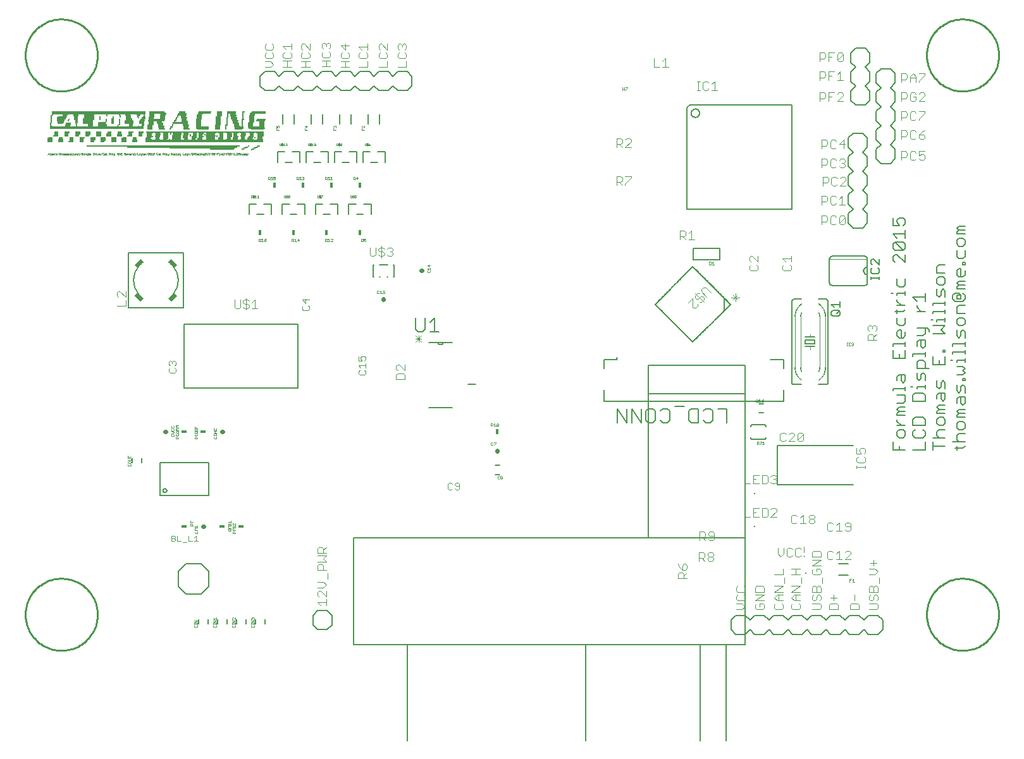
<source format=gto>
G75*
%MOIN*%
%OFA0B0*%
%FSLAX24Y24*%
%IPPOS*%
%LPD*%
%AMOC8*
5,1,8,0,0,1.08239X$1,22.5*
%
%ADD10C,0.0100*%
%ADD11C,0.0040*%
%ADD12C,0.0060*%
%ADD13R,0.0100X0.0050*%
%ADD14R,0.1250X0.0050*%
%ADD15R,0.0150X0.0050*%
%ADD16R,0.3500X0.0050*%
%ADD17R,0.5800X0.0050*%
%ADD18R,0.8050X0.0050*%
%ADD19R,0.0250X0.0050*%
%ADD20R,0.0200X0.0050*%
%ADD21R,0.6200X0.0050*%
%ADD22R,0.0350X0.0050*%
%ADD23R,0.0050X0.0050*%
%ADD24R,0.0450X0.0050*%
%ADD25R,0.0300X0.0050*%
%ADD26R,0.0500X0.0050*%
%ADD27R,0.0550X0.0050*%
%ADD28R,0.0400X0.0050*%
%ADD29R,0.0600X0.0050*%
%ADD30R,0.0700X0.0050*%
%ADD31R,0.4950X0.0050*%
%ADD32R,0.0850X0.0050*%
%ADD33R,0.0900X0.0050*%
%ADD34R,0.0800X0.0050*%
%ADD35R,0.0650X0.0050*%
%ADD36R,0.0750X0.0050*%
%ADD37C,0.0010*%
%ADD38C,0.0030*%
%ADD39C,0.0050*%
%ADD40C,0.0220*%
%ADD41C,0.0080*%
%ADD42C,0.0020*%
%ADD43R,0.0079X0.0079*%
%ADD44C,0.0002*%
%ADD45R,0.0180X0.0300*%
%ADD46R,0.0300X0.0180*%
%ADD47R,0.0433X0.0226*%
D10*
X000150Y006769D02*
X000152Y006856D01*
X000158Y006943D01*
X000168Y007030D01*
X000182Y007116D01*
X000200Y007201D01*
X000221Y007285D01*
X000247Y007369D01*
X000276Y007451D01*
X000310Y007531D01*
X000346Y007610D01*
X000387Y007687D01*
X000431Y007763D01*
X000478Y007836D01*
X000528Y007907D01*
X000582Y007975D01*
X000639Y008041D01*
X000699Y008105D01*
X000761Y008165D01*
X000827Y008223D01*
X000895Y008277D01*
X000965Y008329D01*
X001038Y008377D01*
X001113Y008422D01*
X001189Y008463D01*
X001268Y008501D01*
X001348Y008535D01*
X001430Y008565D01*
X001513Y008591D01*
X001597Y008614D01*
X001682Y008633D01*
X001768Y008648D01*
X001854Y008659D01*
X001941Y008666D01*
X002028Y008669D01*
X002115Y008668D01*
X002202Y008663D01*
X002289Y008654D01*
X002375Y008641D01*
X002461Y008624D01*
X002545Y008603D01*
X002629Y008579D01*
X002711Y008550D01*
X002792Y008518D01*
X002872Y008482D01*
X002949Y008443D01*
X003025Y008400D01*
X003099Y008353D01*
X003170Y008304D01*
X003239Y008251D01*
X003306Y008194D01*
X003370Y008135D01*
X003431Y008073D01*
X003490Y008009D01*
X003545Y007941D01*
X003597Y007872D01*
X003646Y007800D01*
X003692Y007725D01*
X003734Y007649D01*
X003772Y007571D01*
X003807Y007491D01*
X003839Y007410D01*
X003866Y007327D01*
X003890Y007243D01*
X003910Y007158D01*
X003926Y007073D01*
X003938Y006986D01*
X003946Y006900D01*
X003950Y006813D01*
X003950Y006725D01*
X003946Y006638D01*
X003938Y006552D01*
X003926Y006465D01*
X003910Y006380D01*
X003890Y006295D01*
X003866Y006211D01*
X003839Y006128D01*
X003807Y006047D01*
X003772Y005967D01*
X003734Y005889D01*
X003692Y005813D01*
X003646Y005738D01*
X003597Y005666D01*
X003545Y005597D01*
X003490Y005529D01*
X003431Y005465D01*
X003370Y005403D01*
X003306Y005344D01*
X003239Y005287D01*
X003170Y005234D01*
X003099Y005185D01*
X003025Y005138D01*
X002949Y005095D01*
X002872Y005056D01*
X002792Y005020D01*
X002711Y004988D01*
X002629Y004959D01*
X002545Y004935D01*
X002461Y004914D01*
X002375Y004897D01*
X002289Y004884D01*
X002202Y004875D01*
X002115Y004870D01*
X002028Y004869D01*
X001941Y004872D01*
X001854Y004879D01*
X001768Y004890D01*
X001682Y004905D01*
X001597Y004924D01*
X001513Y004947D01*
X001430Y004973D01*
X001348Y005003D01*
X001268Y005037D01*
X001189Y005075D01*
X001113Y005116D01*
X001038Y005161D01*
X000965Y005209D01*
X000895Y005261D01*
X000827Y005315D01*
X000761Y005373D01*
X000699Y005433D01*
X000639Y005497D01*
X000582Y005563D01*
X000528Y005631D01*
X000478Y005702D01*
X000431Y005775D01*
X000387Y005851D01*
X000346Y005928D01*
X000310Y006007D01*
X000276Y006087D01*
X000247Y006169D01*
X000221Y006253D01*
X000200Y006337D01*
X000182Y006422D01*
X000168Y006508D01*
X000158Y006595D01*
X000152Y006682D01*
X000150Y006769D01*
X000150Y036269D02*
X000152Y036356D01*
X000158Y036443D01*
X000168Y036530D01*
X000182Y036616D01*
X000200Y036701D01*
X000221Y036785D01*
X000247Y036869D01*
X000276Y036951D01*
X000310Y037031D01*
X000346Y037110D01*
X000387Y037187D01*
X000431Y037263D01*
X000478Y037336D01*
X000528Y037407D01*
X000582Y037475D01*
X000639Y037541D01*
X000699Y037605D01*
X000761Y037665D01*
X000827Y037723D01*
X000895Y037777D01*
X000965Y037829D01*
X001038Y037877D01*
X001113Y037922D01*
X001189Y037963D01*
X001268Y038001D01*
X001348Y038035D01*
X001430Y038065D01*
X001513Y038091D01*
X001597Y038114D01*
X001682Y038133D01*
X001768Y038148D01*
X001854Y038159D01*
X001941Y038166D01*
X002028Y038169D01*
X002115Y038168D01*
X002202Y038163D01*
X002289Y038154D01*
X002375Y038141D01*
X002461Y038124D01*
X002545Y038103D01*
X002629Y038079D01*
X002711Y038050D01*
X002792Y038018D01*
X002872Y037982D01*
X002949Y037943D01*
X003025Y037900D01*
X003099Y037853D01*
X003170Y037804D01*
X003239Y037751D01*
X003306Y037694D01*
X003370Y037635D01*
X003431Y037573D01*
X003490Y037509D01*
X003545Y037441D01*
X003597Y037372D01*
X003646Y037300D01*
X003692Y037225D01*
X003734Y037149D01*
X003772Y037071D01*
X003807Y036991D01*
X003839Y036910D01*
X003866Y036827D01*
X003890Y036743D01*
X003910Y036658D01*
X003926Y036573D01*
X003938Y036486D01*
X003946Y036400D01*
X003950Y036313D01*
X003950Y036225D01*
X003946Y036138D01*
X003938Y036052D01*
X003926Y035965D01*
X003910Y035880D01*
X003890Y035795D01*
X003866Y035711D01*
X003839Y035628D01*
X003807Y035547D01*
X003772Y035467D01*
X003734Y035389D01*
X003692Y035313D01*
X003646Y035238D01*
X003597Y035166D01*
X003545Y035097D01*
X003490Y035029D01*
X003431Y034965D01*
X003370Y034903D01*
X003306Y034844D01*
X003239Y034787D01*
X003170Y034734D01*
X003099Y034685D01*
X003025Y034638D01*
X002949Y034595D01*
X002872Y034556D01*
X002792Y034520D01*
X002711Y034488D01*
X002629Y034459D01*
X002545Y034435D01*
X002461Y034414D01*
X002375Y034397D01*
X002289Y034384D01*
X002202Y034375D01*
X002115Y034370D01*
X002028Y034369D01*
X001941Y034372D01*
X001854Y034379D01*
X001768Y034390D01*
X001682Y034405D01*
X001597Y034424D01*
X001513Y034447D01*
X001430Y034473D01*
X001348Y034503D01*
X001268Y034537D01*
X001189Y034575D01*
X001113Y034616D01*
X001038Y034661D01*
X000965Y034709D01*
X000895Y034761D01*
X000827Y034815D01*
X000761Y034873D01*
X000699Y034933D01*
X000639Y034997D01*
X000582Y035063D01*
X000528Y035131D01*
X000478Y035202D01*
X000431Y035275D01*
X000387Y035351D01*
X000346Y035428D01*
X000310Y035507D01*
X000276Y035587D01*
X000247Y035669D01*
X000221Y035753D01*
X000200Y035837D01*
X000182Y035922D01*
X000168Y036008D01*
X000158Y036095D01*
X000152Y036182D01*
X000150Y036269D01*
X047650Y036269D02*
X047652Y036356D01*
X047658Y036443D01*
X047668Y036530D01*
X047682Y036616D01*
X047700Y036701D01*
X047721Y036785D01*
X047747Y036869D01*
X047776Y036951D01*
X047810Y037031D01*
X047846Y037110D01*
X047887Y037187D01*
X047931Y037263D01*
X047978Y037336D01*
X048028Y037407D01*
X048082Y037475D01*
X048139Y037541D01*
X048199Y037605D01*
X048261Y037665D01*
X048327Y037723D01*
X048395Y037777D01*
X048465Y037829D01*
X048538Y037877D01*
X048613Y037922D01*
X048689Y037963D01*
X048768Y038001D01*
X048848Y038035D01*
X048930Y038065D01*
X049013Y038091D01*
X049097Y038114D01*
X049182Y038133D01*
X049268Y038148D01*
X049354Y038159D01*
X049441Y038166D01*
X049528Y038169D01*
X049615Y038168D01*
X049702Y038163D01*
X049789Y038154D01*
X049875Y038141D01*
X049961Y038124D01*
X050045Y038103D01*
X050129Y038079D01*
X050211Y038050D01*
X050292Y038018D01*
X050372Y037982D01*
X050449Y037943D01*
X050525Y037900D01*
X050599Y037853D01*
X050670Y037804D01*
X050739Y037751D01*
X050806Y037694D01*
X050870Y037635D01*
X050931Y037573D01*
X050990Y037509D01*
X051045Y037441D01*
X051097Y037372D01*
X051146Y037300D01*
X051192Y037225D01*
X051234Y037149D01*
X051272Y037071D01*
X051307Y036991D01*
X051339Y036910D01*
X051366Y036827D01*
X051390Y036743D01*
X051410Y036658D01*
X051426Y036573D01*
X051438Y036486D01*
X051446Y036400D01*
X051450Y036313D01*
X051450Y036225D01*
X051446Y036138D01*
X051438Y036052D01*
X051426Y035965D01*
X051410Y035880D01*
X051390Y035795D01*
X051366Y035711D01*
X051339Y035628D01*
X051307Y035547D01*
X051272Y035467D01*
X051234Y035389D01*
X051192Y035313D01*
X051146Y035238D01*
X051097Y035166D01*
X051045Y035097D01*
X050990Y035029D01*
X050931Y034965D01*
X050870Y034903D01*
X050806Y034844D01*
X050739Y034787D01*
X050670Y034734D01*
X050599Y034685D01*
X050525Y034638D01*
X050449Y034595D01*
X050372Y034556D01*
X050292Y034520D01*
X050211Y034488D01*
X050129Y034459D01*
X050045Y034435D01*
X049961Y034414D01*
X049875Y034397D01*
X049789Y034384D01*
X049702Y034375D01*
X049615Y034370D01*
X049528Y034369D01*
X049441Y034372D01*
X049354Y034379D01*
X049268Y034390D01*
X049182Y034405D01*
X049097Y034424D01*
X049013Y034447D01*
X048930Y034473D01*
X048848Y034503D01*
X048768Y034537D01*
X048689Y034575D01*
X048613Y034616D01*
X048538Y034661D01*
X048465Y034709D01*
X048395Y034761D01*
X048327Y034815D01*
X048261Y034873D01*
X048199Y034933D01*
X048139Y034997D01*
X048082Y035063D01*
X048028Y035131D01*
X047978Y035202D01*
X047931Y035275D01*
X047887Y035351D01*
X047846Y035428D01*
X047810Y035507D01*
X047776Y035587D01*
X047747Y035669D01*
X047721Y035753D01*
X047700Y035837D01*
X047682Y035922D01*
X047668Y036008D01*
X047658Y036095D01*
X047652Y036182D01*
X047650Y036269D01*
X047650Y006769D02*
X047652Y006856D01*
X047658Y006943D01*
X047668Y007030D01*
X047682Y007116D01*
X047700Y007201D01*
X047721Y007285D01*
X047747Y007369D01*
X047776Y007451D01*
X047810Y007531D01*
X047846Y007610D01*
X047887Y007687D01*
X047931Y007763D01*
X047978Y007836D01*
X048028Y007907D01*
X048082Y007975D01*
X048139Y008041D01*
X048199Y008105D01*
X048261Y008165D01*
X048327Y008223D01*
X048395Y008277D01*
X048465Y008329D01*
X048538Y008377D01*
X048613Y008422D01*
X048689Y008463D01*
X048768Y008501D01*
X048848Y008535D01*
X048930Y008565D01*
X049013Y008591D01*
X049097Y008614D01*
X049182Y008633D01*
X049268Y008648D01*
X049354Y008659D01*
X049441Y008666D01*
X049528Y008669D01*
X049615Y008668D01*
X049702Y008663D01*
X049789Y008654D01*
X049875Y008641D01*
X049961Y008624D01*
X050045Y008603D01*
X050129Y008579D01*
X050211Y008550D01*
X050292Y008518D01*
X050372Y008482D01*
X050449Y008443D01*
X050525Y008400D01*
X050599Y008353D01*
X050670Y008304D01*
X050739Y008251D01*
X050806Y008194D01*
X050870Y008135D01*
X050931Y008073D01*
X050990Y008009D01*
X051045Y007941D01*
X051097Y007872D01*
X051146Y007800D01*
X051192Y007725D01*
X051234Y007649D01*
X051272Y007571D01*
X051307Y007491D01*
X051339Y007410D01*
X051366Y007327D01*
X051390Y007243D01*
X051410Y007158D01*
X051426Y007073D01*
X051438Y006986D01*
X051446Y006900D01*
X051450Y006813D01*
X051450Y006725D01*
X051446Y006638D01*
X051438Y006552D01*
X051426Y006465D01*
X051410Y006380D01*
X051390Y006295D01*
X051366Y006211D01*
X051339Y006128D01*
X051307Y006047D01*
X051272Y005967D01*
X051234Y005889D01*
X051192Y005813D01*
X051146Y005738D01*
X051097Y005666D01*
X051045Y005597D01*
X050990Y005529D01*
X050931Y005465D01*
X050870Y005403D01*
X050806Y005344D01*
X050739Y005287D01*
X050670Y005234D01*
X050599Y005185D01*
X050525Y005138D01*
X050449Y005095D01*
X050372Y005056D01*
X050292Y005020D01*
X050211Y004988D01*
X050129Y004959D01*
X050045Y004935D01*
X049961Y004914D01*
X049875Y004897D01*
X049789Y004884D01*
X049702Y004875D01*
X049615Y004870D01*
X049528Y004869D01*
X049441Y004872D01*
X049354Y004879D01*
X049268Y004890D01*
X049182Y004905D01*
X049097Y004924D01*
X049013Y004947D01*
X048930Y004973D01*
X048848Y005003D01*
X048768Y005037D01*
X048689Y005075D01*
X048613Y005116D01*
X048538Y005161D01*
X048465Y005209D01*
X048395Y005261D01*
X048327Y005315D01*
X048261Y005373D01*
X048199Y005433D01*
X048139Y005497D01*
X048082Y005563D01*
X048028Y005631D01*
X047978Y005702D01*
X047931Y005775D01*
X047887Y005851D01*
X047846Y005928D01*
X047810Y006007D01*
X047776Y006087D01*
X047747Y006169D01*
X047721Y006253D01*
X047700Y006337D01*
X047682Y006422D01*
X047668Y006508D01*
X047658Y006595D01*
X047652Y006682D01*
X047650Y006769D01*
D11*
X045080Y007116D02*
X045080Y007269D01*
X045003Y007346D01*
X044620Y007346D01*
X044696Y007499D02*
X044773Y007499D01*
X044850Y007576D01*
X044850Y007730D01*
X044927Y007806D01*
X045003Y007806D01*
X045080Y007730D01*
X045080Y007576D01*
X045003Y007499D01*
X044696Y007499D02*
X044620Y007576D01*
X044620Y007730D01*
X044696Y007806D01*
X044620Y007960D02*
X044620Y008190D01*
X044696Y008267D01*
X044773Y008267D01*
X044850Y008190D01*
X044850Y007960D01*
X044850Y008190D02*
X044927Y008267D01*
X045003Y008267D01*
X045080Y008190D01*
X045080Y007960D01*
X044620Y007960D01*
X045157Y008420D02*
X045157Y008727D01*
X044927Y008881D02*
X044620Y008881D01*
X044620Y009188D02*
X044927Y009188D01*
X045080Y009034D01*
X044927Y008881D01*
X044850Y009341D02*
X044850Y009648D01*
X044696Y009494D02*
X045003Y009494D01*
X043647Y009669D02*
X043340Y009669D01*
X043647Y009976D01*
X043647Y010053D01*
X043570Y010129D01*
X043416Y010129D01*
X043340Y010053D01*
X043033Y010129D02*
X043033Y009669D01*
X043186Y009669D02*
X042879Y009669D01*
X042726Y009746D02*
X042649Y009669D01*
X042496Y009669D01*
X042419Y009746D01*
X042419Y010053D01*
X042496Y010129D01*
X042649Y010129D01*
X042726Y010053D01*
X042879Y009976D02*
X043033Y010129D01*
X042080Y010032D02*
X042080Y009801D01*
X041620Y009801D01*
X041620Y010032D01*
X041696Y010108D01*
X042003Y010108D01*
X042080Y010032D01*
X042080Y009648D02*
X041620Y009648D01*
X041620Y009341D02*
X042080Y009648D01*
X042080Y009341D02*
X041620Y009341D01*
X041696Y009188D02*
X041620Y009111D01*
X041620Y008957D01*
X041696Y008881D01*
X042003Y008881D01*
X042080Y008957D01*
X042080Y009111D01*
X042003Y009188D01*
X041850Y009188D01*
X041850Y009034D01*
X042157Y008727D02*
X042157Y008420D01*
X042003Y008267D02*
X042080Y008190D01*
X042080Y007960D01*
X041620Y007960D01*
X041620Y008190D01*
X041696Y008267D01*
X041773Y008267D01*
X041850Y008190D01*
X041850Y007960D01*
X041927Y007806D02*
X042003Y007806D01*
X042080Y007730D01*
X042080Y007576D01*
X042003Y007499D01*
X042003Y007346D02*
X041620Y007346D01*
X041696Y007499D02*
X041773Y007499D01*
X041850Y007576D01*
X041850Y007730D01*
X041927Y007806D01*
X041696Y007806D02*
X041620Y007730D01*
X041620Y007576D01*
X041696Y007499D01*
X042003Y007346D02*
X042080Y007269D01*
X042080Y007116D01*
X042003Y007039D01*
X041620Y007039D01*
X040980Y007116D02*
X040980Y007269D01*
X040903Y007346D01*
X040980Y007499D02*
X040673Y007499D01*
X040520Y007653D01*
X040673Y007806D01*
X040980Y007806D01*
X040980Y007960D02*
X040520Y007960D01*
X040980Y008267D01*
X040520Y008267D01*
X040157Y008420D02*
X040157Y008727D01*
X040080Y008881D02*
X039620Y008881D01*
X040080Y008881D02*
X040080Y009188D01*
X040520Y009188D02*
X040980Y009188D01*
X040750Y009188D02*
X040750Y008881D01*
X040980Y008881D02*
X040520Y008881D01*
X041057Y008727D02*
X041057Y008420D01*
X040750Y007806D02*
X040750Y007499D01*
X040596Y007346D02*
X040520Y007269D01*
X040520Y007116D01*
X040596Y007039D01*
X040903Y007039D01*
X040980Y007116D01*
X040080Y007116D02*
X040080Y007269D01*
X040003Y007346D01*
X040080Y007499D02*
X039773Y007499D01*
X039620Y007653D01*
X039773Y007806D01*
X040080Y007806D01*
X040080Y007960D02*
X039620Y007960D01*
X040080Y008267D01*
X039620Y008267D01*
X039850Y007806D02*
X039850Y007499D01*
X039696Y007346D02*
X039620Y007269D01*
X039620Y007116D01*
X039696Y007039D01*
X040003Y007039D01*
X040080Y007116D01*
X039080Y007116D02*
X039080Y007269D01*
X039003Y007346D01*
X038850Y007346D01*
X038850Y007192D01*
X039003Y007039D02*
X039080Y007116D01*
X039003Y007039D02*
X038696Y007039D01*
X038620Y007116D01*
X038620Y007269D01*
X038696Y007346D01*
X038620Y007499D02*
X039080Y007806D01*
X038620Y007806D01*
X038620Y007960D02*
X038620Y008190D01*
X038696Y008267D01*
X039003Y008267D01*
X039080Y008190D01*
X039080Y007960D01*
X038620Y007960D01*
X038620Y007499D02*
X039080Y007499D01*
X038080Y007576D02*
X038080Y007730D01*
X038003Y007806D01*
X038003Y007960D02*
X038080Y008037D01*
X038080Y008190D01*
X038003Y008267D01*
X037696Y008267D02*
X037620Y008190D01*
X037620Y008037D01*
X037696Y007960D01*
X038003Y007960D01*
X037696Y007806D02*
X037620Y007730D01*
X037620Y007576D01*
X037696Y007499D01*
X038003Y007499D01*
X038080Y007576D01*
X037927Y007346D02*
X037620Y007346D01*
X037927Y007346D02*
X038080Y007192D01*
X037927Y007039D01*
X037620Y007039D01*
X035010Y008669D02*
X034550Y008669D01*
X034550Y008899D01*
X034626Y008976D01*
X034780Y008976D01*
X034857Y008899D01*
X034857Y008669D01*
X034857Y008822D02*
X035010Y008976D01*
X034933Y009129D02*
X035010Y009206D01*
X035010Y009360D01*
X034933Y009436D01*
X034857Y009436D01*
X034780Y009360D01*
X034780Y009129D01*
X034933Y009129D01*
X034780Y009129D02*
X034626Y009283D01*
X034550Y009436D01*
X035649Y009589D02*
X035649Y010049D01*
X035879Y010049D01*
X035956Y009973D01*
X035956Y009819D01*
X035879Y009742D01*
X035649Y009742D01*
X035803Y009742D02*
X035956Y009589D01*
X036110Y009666D02*
X036110Y009742D01*
X036186Y009819D01*
X036340Y009819D01*
X036417Y009742D01*
X036417Y009666D01*
X036340Y009589D01*
X036186Y009589D01*
X036110Y009666D01*
X036186Y009819D02*
X036110Y009896D01*
X036110Y009973D01*
X036186Y010049D01*
X036340Y010049D01*
X036417Y009973D01*
X036417Y009896D01*
X036340Y009819D01*
X036380Y010679D02*
X036457Y010756D01*
X036457Y011063D01*
X036380Y011139D01*
X036226Y011139D01*
X036150Y011063D01*
X036150Y010986D01*
X036226Y010909D01*
X036457Y010909D01*
X036380Y010679D02*
X036226Y010679D01*
X036150Y010756D01*
X035996Y010679D02*
X035843Y010832D01*
X035919Y010832D02*
X035689Y010832D01*
X035689Y010679D02*
X035689Y011139D01*
X035919Y011139D01*
X035996Y011063D01*
X035996Y010909D01*
X035919Y010832D01*
X038050Y011919D02*
X038050Y012379D01*
X038050Y011919D02*
X038357Y011919D01*
X038510Y011919D02*
X038817Y011919D01*
X038971Y011919D02*
X039201Y011919D01*
X039278Y011996D01*
X039278Y012303D01*
X039201Y012379D01*
X038971Y012379D01*
X038971Y011919D01*
X038664Y012149D02*
X038510Y012149D01*
X038510Y012379D02*
X038510Y011919D01*
X038510Y012379D02*
X038817Y012379D01*
X039431Y012303D02*
X039508Y012379D01*
X039661Y012379D01*
X039738Y012303D01*
X039738Y012226D01*
X039431Y011919D01*
X039738Y011919D01*
X040519Y011953D02*
X040519Y011646D01*
X040596Y011569D01*
X040749Y011569D01*
X040826Y011646D01*
X040979Y011569D02*
X041286Y011569D01*
X041133Y011569D02*
X041133Y012029D01*
X040979Y011876D01*
X040826Y011953D02*
X040749Y012029D01*
X040596Y012029D01*
X040519Y011953D01*
X041440Y011953D02*
X041440Y011876D01*
X041516Y011799D01*
X041670Y011799D01*
X041747Y011722D01*
X041747Y011646D01*
X041670Y011569D01*
X041516Y011569D01*
X041440Y011646D01*
X041440Y011722D01*
X041516Y011799D01*
X041670Y011799D02*
X041747Y011876D01*
X041747Y011953D01*
X041670Y012029D01*
X041516Y012029D01*
X041440Y011953D01*
X042419Y011553D02*
X042419Y011246D01*
X042496Y011169D01*
X042649Y011169D01*
X042726Y011246D01*
X042879Y011169D02*
X043186Y011169D01*
X043033Y011169D02*
X043033Y011629D01*
X042879Y011476D01*
X042726Y011553D02*
X042649Y011629D01*
X042496Y011629D01*
X042419Y011553D01*
X043340Y011553D02*
X043340Y011476D01*
X043416Y011399D01*
X043647Y011399D01*
X043647Y011246D02*
X043647Y011553D01*
X043570Y011629D01*
X043416Y011629D01*
X043340Y011553D01*
X043340Y011246D02*
X043416Y011169D01*
X043570Y011169D01*
X043647Y011246D01*
X041187Y010356D02*
X041187Y010049D01*
X041187Y009896D02*
X041187Y009819D01*
X041033Y009896D02*
X040956Y009819D01*
X040803Y009819D01*
X040726Y009896D01*
X040726Y010203D01*
X040803Y010279D01*
X040956Y010279D01*
X041033Y010203D01*
X040573Y010203D02*
X040496Y010279D01*
X040342Y010279D01*
X040266Y010203D01*
X040266Y009896D01*
X040342Y009819D01*
X040496Y009819D01*
X040573Y009896D01*
X040112Y009972D02*
X040112Y010279D01*
X040112Y009972D02*
X039959Y009819D01*
X039805Y009972D01*
X039805Y010279D01*
X041850Y008190D02*
X041927Y008267D01*
X042003Y008267D01*
X042750Y007806D02*
X042750Y007499D01*
X042903Y007346D02*
X042596Y007346D01*
X042520Y007269D01*
X042520Y007039D01*
X042980Y007039D01*
X042980Y007269D01*
X042903Y007346D01*
X042903Y007653D02*
X042596Y007653D01*
X043620Y007269D02*
X043620Y007039D01*
X044080Y007039D01*
X044080Y007269D01*
X044003Y007346D01*
X043696Y007346D01*
X043620Y007269D01*
X043850Y007499D02*
X043850Y007806D01*
X044620Y007039D02*
X045003Y007039D01*
X045080Y007116D01*
X039661Y013669D02*
X039508Y013669D01*
X039431Y013746D01*
X039278Y013746D02*
X039278Y014053D01*
X039201Y014129D01*
X038971Y014129D01*
X038971Y013669D01*
X039201Y013669D01*
X039278Y013746D01*
X039585Y013899D02*
X039661Y013899D01*
X039738Y013822D01*
X039738Y013746D01*
X039661Y013669D01*
X039661Y013899D02*
X039738Y013976D01*
X039738Y014053D01*
X039661Y014129D01*
X039508Y014129D01*
X039431Y014053D01*
X038817Y014129D02*
X038510Y014129D01*
X038510Y013669D01*
X038817Y013669D01*
X038664Y013899D02*
X038510Y013899D01*
X038357Y013669D02*
X038050Y013669D01*
X038050Y014129D01*
X039929Y015976D02*
X040006Y015899D01*
X040159Y015899D01*
X040236Y015976D01*
X040389Y015899D02*
X040696Y016206D01*
X040696Y016283D01*
X040619Y016359D01*
X040466Y016359D01*
X040389Y016283D01*
X040236Y016283D02*
X040159Y016359D01*
X040006Y016359D01*
X039929Y016283D01*
X039929Y015976D01*
X040389Y015899D02*
X040696Y015899D01*
X040850Y015976D02*
X041157Y016283D01*
X041157Y015976D01*
X041080Y015899D01*
X040926Y015899D01*
X040850Y015976D01*
X040850Y016283D01*
X040926Y016359D01*
X041080Y016359D01*
X041157Y016283D01*
X043956Y015551D02*
X043956Y015244D01*
X044186Y015244D01*
X044109Y015397D01*
X044109Y015474D01*
X044186Y015551D01*
X044339Y015551D01*
X044416Y015474D01*
X044416Y015321D01*
X044339Y015244D01*
X044339Y015091D02*
X044416Y015014D01*
X044416Y014860D01*
X044339Y014784D01*
X044032Y014784D01*
X043956Y014860D01*
X043956Y015014D01*
X044032Y015091D01*
X043956Y014630D02*
X043956Y014477D01*
X043956Y014553D02*
X044416Y014553D01*
X044416Y014477D02*
X044416Y014630D01*
X044550Y021248D02*
X044550Y021478D01*
X044626Y021555D01*
X044780Y021555D01*
X044857Y021478D01*
X044857Y021248D01*
X045010Y021248D02*
X044550Y021248D01*
X044857Y021402D02*
X045010Y021555D01*
X044933Y021709D02*
X045010Y021785D01*
X045010Y021939D01*
X044933Y022016D01*
X044857Y022016D01*
X044780Y021939D01*
X044780Y021862D01*
X044780Y021939D02*
X044703Y022016D01*
X044626Y022016D01*
X044550Y021939D01*
X044550Y021785D01*
X044626Y021709D01*
X040510Y024996D02*
X040510Y025149D01*
X040433Y025226D01*
X040510Y025379D02*
X040510Y025686D01*
X040510Y025533D02*
X040050Y025533D01*
X040203Y025379D01*
X040126Y025226D02*
X040050Y025149D01*
X040050Y024996D01*
X040126Y024919D01*
X040433Y024919D01*
X040510Y024996D01*
X038760Y024996D02*
X038760Y025149D01*
X038683Y025226D01*
X038760Y025379D02*
X038453Y025686D01*
X038376Y025686D01*
X038300Y025610D01*
X038300Y025456D01*
X038376Y025379D01*
X038376Y025226D02*
X038300Y025149D01*
X038300Y024996D01*
X038376Y024919D01*
X038683Y024919D01*
X038760Y024996D01*
X038760Y025379D02*
X038760Y025686D01*
X042120Y027339D02*
X042120Y027799D01*
X042350Y027799D01*
X042427Y027723D01*
X042427Y027569D01*
X042350Y027492D01*
X042120Y027492D01*
X042580Y027416D02*
X042580Y027723D01*
X042657Y027799D01*
X042811Y027799D01*
X042887Y027723D01*
X043041Y027723D02*
X043118Y027799D01*
X043271Y027799D01*
X043348Y027723D01*
X043041Y027416D01*
X043118Y027339D01*
X043271Y027339D01*
X043348Y027416D01*
X043348Y027723D01*
X043041Y027723D02*
X043041Y027416D01*
X042887Y027416D02*
X042811Y027339D01*
X042657Y027339D01*
X042580Y027416D01*
X042657Y028389D02*
X042811Y028389D01*
X042887Y028466D01*
X043041Y028389D02*
X043348Y028389D01*
X043194Y028389D02*
X043194Y028849D01*
X043041Y028696D01*
X042887Y028773D02*
X042811Y028849D01*
X042657Y028849D01*
X042580Y028773D01*
X042580Y028466D01*
X042657Y028389D01*
X042427Y028619D02*
X042350Y028542D01*
X042120Y028542D01*
X042120Y028389D02*
X042120Y028849D01*
X042350Y028849D01*
X042427Y028773D01*
X042427Y028619D01*
X042170Y029389D02*
X042170Y029849D01*
X042400Y029849D01*
X042477Y029773D01*
X042477Y029619D01*
X042400Y029542D01*
X042170Y029542D01*
X042630Y029466D02*
X042707Y029389D01*
X042861Y029389D01*
X042937Y029466D01*
X043091Y029389D02*
X043398Y029696D01*
X043398Y029773D01*
X043321Y029849D01*
X043168Y029849D01*
X043091Y029773D01*
X042937Y029773D02*
X042861Y029849D01*
X042707Y029849D01*
X042630Y029773D01*
X042630Y029466D01*
X043091Y029389D02*
X043398Y029389D01*
X043271Y030339D02*
X043118Y030339D01*
X043041Y030416D01*
X042887Y030416D02*
X042811Y030339D01*
X042657Y030339D01*
X042580Y030416D01*
X042580Y030723D01*
X042657Y030799D01*
X042811Y030799D01*
X042887Y030723D01*
X043041Y030723D02*
X043118Y030799D01*
X043271Y030799D01*
X043348Y030723D01*
X043348Y030646D01*
X043271Y030569D01*
X043348Y030492D01*
X043348Y030416D01*
X043271Y030339D01*
X043271Y030569D02*
X043194Y030569D01*
X042427Y030569D02*
X042427Y030723D01*
X042350Y030799D01*
X042120Y030799D01*
X042120Y030339D01*
X042120Y030492D02*
X042350Y030492D01*
X042427Y030569D01*
X042657Y031339D02*
X042811Y031339D01*
X042887Y031416D01*
X043041Y031569D02*
X043348Y031569D01*
X043271Y031339D02*
X043271Y031799D01*
X043041Y031569D01*
X042887Y031723D02*
X042811Y031799D01*
X042657Y031799D01*
X042580Y031723D01*
X042580Y031416D01*
X042657Y031339D01*
X042427Y031569D02*
X042350Y031492D01*
X042120Y031492D01*
X042120Y031339D02*
X042120Y031799D01*
X042350Y031799D01*
X042427Y031723D01*
X042427Y031569D01*
X042480Y033839D02*
X042480Y034299D01*
X042787Y034299D01*
X042941Y034223D02*
X043018Y034299D01*
X043171Y034299D01*
X043248Y034223D01*
X043248Y034146D01*
X042941Y033839D01*
X043248Y033839D01*
X042634Y034069D02*
X042480Y034069D01*
X042327Y034069D02*
X042250Y033992D01*
X042020Y033992D01*
X042020Y033839D02*
X042020Y034299D01*
X042250Y034299D01*
X042327Y034223D01*
X042327Y034069D01*
X042480Y034939D02*
X042480Y035399D01*
X042787Y035399D01*
X042941Y035246D02*
X043094Y035399D01*
X043094Y034939D01*
X042941Y034939D02*
X043248Y034939D01*
X042634Y035169D02*
X042480Y035169D01*
X042327Y035169D02*
X042250Y035092D01*
X042020Y035092D01*
X042020Y034939D02*
X042020Y035399D01*
X042250Y035399D01*
X042327Y035323D01*
X042327Y035169D01*
X042480Y035939D02*
X042480Y036399D01*
X042787Y036399D01*
X042941Y036323D02*
X042941Y036016D01*
X043248Y036323D01*
X043248Y036016D01*
X043171Y035939D01*
X043018Y035939D01*
X042941Y036016D01*
X042941Y036323D02*
X043018Y036399D01*
X043171Y036399D01*
X043248Y036323D01*
X042634Y036169D02*
X042480Y036169D01*
X042327Y036169D02*
X042250Y036092D01*
X042020Y036092D01*
X042020Y035939D02*
X042020Y036399D01*
X042250Y036399D01*
X042327Y036323D01*
X042327Y036169D01*
X046320Y035299D02*
X046320Y034839D01*
X046320Y034992D02*
X046550Y034992D01*
X046627Y035069D01*
X046627Y035223D01*
X046550Y035299D01*
X046320Y035299D01*
X046780Y035146D02*
X046934Y035299D01*
X047087Y035146D01*
X047087Y034839D01*
X047241Y034839D02*
X047241Y034916D01*
X047548Y035223D01*
X047548Y035299D01*
X047241Y035299D01*
X047087Y035069D02*
X046780Y035069D01*
X046780Y035146D02*
X046780Y034839D01*
X046857Y034299D02*
X046780Y034223D01*
X046780Y033916D01*
X046857Y033839D01*
X047011Y033839D01*
X047087Y033916D01*
X047087Y034069D01*
X046934Y034069D01*
X047087Y034223D02*
X047011Y034299D01*
X046857Y034299D01*
X046627Y034223D02*
X046627Y034069D01*
X046550Y033992D01*
X046320Y033992D01*
X046320Y033839D02*
X046320Y034299D01*
X046550Y034299D01*
X046627Y034223D01*
X047241Y034223D02*
X047318Y034299D01*
X047471Y034299D01*
X047548Y034223D01*
X047548Y034146D01*
X047241Y033839D01*
X047548Y033839D01*
X047548Y033299D02*
X047241Y033299D01*
X047087Y033223D02*
X047011Y033299D01*
X046857Y033299D01*
X046780Y033223D01*
X046780Y032916D01*
X046857Y032839D01*
X047011Y032839D01*
X047087Y032916D01*
X047241Y032916D02*
X047241Y032839D01*
X047241Y032916D02*
X047548Y033223D01*
X047548Y033299D01*
X046627Y033223D02*
X046627Y033069D01*
X046550Y032992D01*
X046320Y032992D01*
X046320Y032839D02*
X046320Y033299D01*
X046550Y033299D01*
X046627Y033223D01*
X046550Y032299D02*
X046320Y032299D01*
X046320Y031839D01*
X046320Y031992D02*
X046550Y031992D01*
X046627Y032069D01*
X046627Y032223D01*
X046550Y032299D01*
X046780Y032223D02*
X046780Y031916D01*
X046857Y031839D01*
X047011Y031839D01*
X047087Y031916D01*
X047241Y031916D02*
X047318Y031839D01*
X047471Y031839D01*
X047548Y031916D01*
X047548Y031992D01*
X047471Y032069D01*
X047241Y032069D01*
X047241Y031916D01*
X047241Y032069D02*
X047394Y032223D01*
X047548Y032299D01*
X047087Y032223D02*
X047011Y032299D01*
X046857Y032299D01*
X046780Y032223D01*
X046857Y031199D02*
X046780Y031123D01*
X046780Y030816D01*
X046857Y030739D01*
X047011Y030739D01*
X047087Y030816D01*
X047241Y030816D02*
X047318Y030739D01*
X047471Y030739D01*
X047548Y030816D01*
X047548Y030969D01*
X047471Y031046D01*
X047394Y031046D01*
X047241Y030969D01*
X047241Y031199D01*
X047548Y031199D01*
X047087Y031123D02*
X047011Y031199D01*
X046857Y031199D01*
X046627Y031123D02*
X046627Y030969D01*
X046550Y030892D01*
X046320Y030892D01*
X046320Y030739D02*
X046320Y031199D01*
X046550Y031199D01*
X046627Y031123D01*
X036624Y034424D02*
X036317Y034424D01*
X036471Y034424D02*
X036471Y034884D01*
X036317Y034731D01*
X036164Y034808D02*
X036087Y034884D01*
X035934Y034884D01*
X035857Y034808D01*
X035857Y034501D01*
X035934Y034424D01*
X036087Y034424D01*
X036164Y034501D01*
X035703Y034424D02*
X035550Y034424D01*
X035627Y034424D02*
X035627Y034884D01*
X035703Y034884D02*
X035550Y034884D01*
X034037Y035639D02*
X033730Y035639D01*
X033883Y035639D02*
X033883Y036099D01*
X033730Y035946D01*
X033576Y035639D02*
X033269Y035639D01*
X033269Y036099D01*
X031991Y031879D02*
X031837Y031879D01*
X031760Y031803D01*
X031607Y031803D02*
X031607Y031649D01*
X031530Y031572D01*
X031300Y031572D01*
X031300Y031419D02*
X031300Y031879D01*
X031530Y031879D01*
X031607Y031803D01*
X031453Y031572D02*
X031607Y031419D01*
X031760Y031419D02*
X032067Y031726D01*
X032067Y031803D01*
X031991Y031879D01*
X032067Y031419D02*
X031760Y031419D01*
X031760Y029879D02*
X032067Y029879D01*
X032067Y029803D01*
X031760Y029496D01*
X031760Y029419D01*
X031607Y029419D02*
X031453Y029572D01*
X031530Y029572D02*
X031300Y029572D01*
X031300Y029419D02*
X031300Y029879D01*
X031530Y029879D01*
X031607Y029803D01*
X031607Y029649D01*
X031530Y029572D01*
X034640Y027019D02*
X034870Y027019D01*
X034947Y026943D01*
X034947Y026789D01*
X034870Y026712D01*
X034640Y026712D01*
X034640Y026559D02*
X034640Y027019D01*
X034793Y026712D02*
X034947Y026559D01*
X035100Y026559D02*
X035407Y026559D01*
X035254Y026559D02*
X035254Y027019D01*
X035100Y026866D01*
X020154Y019949D02*
X020154Y019642D01*
X019847Y019949D01*
X019770Y019949D01*
X019693Y019872D01*
X019693Y019718D01*
X019770Y019642D01*
X019770Y019488D02*
X019693Y019411D01*
X019693Y019181D01*
X020154Y019181D01*
X020154Y019411D01*
X020077Y019488D01*
X019770Y019488D01*
X012397Y022919D02*
X012090Y022919D01*
X012243Y022919D02*
X012243Y023379D01*
X012090Y023226D01*
X011936Y023303D02*
X011859Y023379D01*
X011706Y023379D01*
X011629Y023303D01*
X011629Y023226D01*
X011706Y023149D01*
X011859Y023149D01*
X011936Y023072D01*
X011936Y022996D01*
X011859Y022919D01*
X011706Y022919D01*
X011629Y022996D01*
X011476Y022996D02*
X011476Y023379D01*
X011169Y023379D02*
X011169Y022996D01*
X011246Y022919D01*
X011399Y022919D01*
X011476Y022996D01*
X011783Y022842D02*
X011783Y023456D01*
X005435Y023501D02*
X005128Y023808D01*
X005052Y023808D01*
X004975Y023732D01*
X004975Y023578D01*
X005052Y023501D01*
X005435Y023501D02*
X005435Y023808D01*
X005435Y023348D02*
X005435Y023041D01*
X004975Y023041D01*
X018300Y025746D02*
X018377Y025669D01*
X018530Y025669D01*
X018607Y025746D01*
X018607Y026129D01*
X018760Y026053D02*
X018837Y026129D01*
X018991Y026129D01*
X019067Y026053D01*
X019221Y026053D02*
X019298Y026129D01*
X019451Y026129D01*
X019528Y026053D01*
X019528Y025976D01*
X019451Y025899D01*
X019528Y025822D01*
X019528Y025746D01*
X019451Y025669D01*
X019298Y025669D01*
X019221Y025746D01*
X019067Y025746D02*
X018991Y025669D01*
X018837Y025669D01*
X018760Y025746D01*
X018837Y025899D02*
X018760Y025976D01*
X018760Y026053D01*
X018837Y025899D02*
X018991Y025899D01*
X019067Y025822D01*
X019067Y025746D01*
X018914Y025592D02*
X018914Y026206D01*
X019374Y025899D02*
X019451Y025899D01*
X018300Y025746D02*
X018300Y026129D01*
X018180Y035639D02*
X017720Y035639D01*
X018180Y035639D02*
X018180Y035946D01*
X018103Y036099D02*
X017796Y036099D01*
X017720Y036176D01*
X017720Y036330D01*
X017796Y036406D01*
X017873Y036560D02*
X017720Y036713D01*
X018180Y036713D01*
X018180Y036560D02*
X018180Y036867D01*
X018103Y036406D02*
X018180Y036330D01*
X018180Y036176D01*
X018103Y036099D01*
X018770Y036176D02*
X018846Y036099D01*
X019153Y036099D01*
X019230Y036176D01*
X019230Y036330D01*
X019153Y036406D01*
X019230Y036560D02*
X018923Y036867D01*
X018846Y036867D01*
X018770Y036790D01*
X018770Y036637D01*
X018846Y036560D01*
X018846Y036406D02*
X018770Y036330D01*
X018770Y036176D01*
X019230Y035946D02*
X019230Y035639D01*
X018770Y035639D01*
X019770Y035639D02*
X020230Y035639D01*
X020230Y035946D01*
X020153Y036099D02*
X019846Y036099D01*
X019770Y036176D01*
X019770Y036330D01*
X019846Y036406D01*
X019846Y036560D02*
X019770Y036637D01*
X019770Y036790D01*
X019846Y036867D01*
X019923Y036867D01*
X020000Y036790D01*
X020077Y036867D01*
X020153Y036867D01*
X020230Y036790D01*
X020230Y036637D01*
X020153Y036560D01*
X020153Y036406D02*
X020230Y036330D01*
X020230Y036176D01*
X020153Y036099D01*
X020000Y036713D02*
X020000Y036790D01*
X019230Y036867D02*
X019230Y036560D01*
X017230Y036790D02*
X016770Y036790D01*
X017000Y036560D01*
X017000Y036867D01*
X017153Y036406D02*
X017230Y036330D01*
X017230Y036176D01*
X017153Y036099D01*
X016846Y036099D01*
X016770Y036176D01*
X016770Y036330D01*
X016846Y036406D01*
X016230Y036380D02*
X016153Y036456D01*
X016230Y036380D02*
X016230Y036226D01*
X016153Y036149D01*
X015846Y036149D01*
X015770Y036226D01*
X015770Y036380D01*
X015846Y036456D01*
X015846Y036610D02*
X015770Y036687D01*
X015770Y036840D01*
X015846Y036917D01*
X015923Y036917D01*
X016000Y036840D01*
X016077Y036917D01*
X016153Y036917D01*
X016230Y036840D01*
X016230Y036687D01*
X016153Y036610D01*
X016000Y036763D02*
X016000Y036840D01*
X015140Y036867D02*
X015140Y036560D01*
X014833Y036867D01*
X014756Y036867D01*
X014680Y036790D01*
X014680Y036637D01*
X014756Y036560D01*
X014756Y036406D02*
X014680Y036330D01*
X014680Y036176D01*
X014756Y036099D01*
X015063Y036099D01*
X015140Y036176D01*
X015140Y036330D01*
X015063Y036406D01*
X015140Y035946D02*
X014680Y035946D01*
X014910Y035946D02*
X014910Y035639D01*
X015140Y035639D02*
X014680Y035639D01*
X014190Y035659D02*
X013730Y035659D01*
X013960Y035659D02*
X013960Y035966D01*
X014113Y036119D02*
X013806Y036119D01*
X013730Y036196D01*
X013730Y036350D01*
X013806Y036426D01*
X013883Y036580D02*
X013730Y036733D01*
X014190Y036733D01*
X014190Y036580D02*
X014190Y036887D01*
X014113Y036426D02*
X014190Y036350D01*
X014190Y036196D01*
X014113Y036119D01*
X014190Y035966D02*
X013730Y035966D01*
X013230Y035792D02*
X013077Y035946D01*
X012770Y035946D01*
X012846Y036099D02*
X013153Y036099D01*
X013230Y036176D01*
X013230Y036330D01*
X013153Y036406D01*
X013153Y036560D02*
X013230Y036637D01*
X013230Y036790D01*
X013153Y036867D01*
X012846Y036867D02*
X012770Y036790D01*
X012770Y036637D01*
X012846Y036560D01*
X013153Y036560D01*
X012846Y036406D02*
X012770Y036330D01*
X012770Y036176D01*
X012846Y036099D01*
X012770Y035639D02*
X013077Y035639D01*
X013230Y035792D01*
X015770Y035689D02*
X016230Y035689D01*
X016000Y035689D02*
X016000Y035996D01*
X015770Y035996D02*
X016230Y035996D01*
X016770Y035946D02*
X017230Y035946D01*
X017000Y035946D02*
X017000Y035639D01*
X017230Y035639D02*
X016770Y035639D01*
X016010Y010328D02*
X015857Y010175D01*
X015857Y010252D02*
X015857Y010021D01*
X016010Y010021D02*
X015550Y010021D01*
X015550Y010252D01*
X015626Y010328D01*
X015780Y010328D01*
X015857Y010252D01*
X016010Y009868D02*
X015550Y009868D01*
X015550Y009561D02*
X016010Y009561D01*
X015857Y009714D01*
X016010Y009868D01*
X015780Y009408D02*
X015857Y009331D01*
X015857Y009101D01*
X016010Y009101D02*
X015550Y009101D01*
X015550Y009331D01*
X015626Y009408D01*
X015780Y009408D01*
X016087Y008947D02*
X016087Y008640D01*
X015857Y008487D02*
X016010Y008333D01*
X015857Y008180D01*
X015550Y008180D01*
X015626Y008026D02*
X015550Y007950D01*
X015550Y007796D01*
X015626Y007719D01*
X015626Y008026D02*
X015703Y008026D01*
X016010Y007719D01*
X016010Y008026D01*
X016010Y007566D02*
X016010Y007259D01*
X016010Y007412D02*
X015550Y007412D01*
X015703Y007259D01*
X015857Y008487D02*
X015550Y008487D01*
D12*
X012766Y006517D02*
X012766Y006281D01*
X012294Y006281D02*
X012294Y006517D01*
X011766Y006517D02*
X011766Y006281D01*
X011294Y006281D02*
X011294Y006517D01*
X010766Y006517D02*
X010766Y006281D01*
X010294Y006281D02*
X010294Y006517D01*
X009766Y006517D02*
X009766Y006281D01*
X009294Y006281D02*
X009294Y006517D01*
X006266Y014781D02*
X006266Y015017D01*
X005794Y015017D02*
X005794Y014781D01*
X018470Y024580D02*
X018507Y024580D01*
X018470Y024580D02*
X018470Y025218D01*
X018507Y025218D01*
X018824Y025218D02*
X019236Y025218D01*
X019553Y025218D02*
X019590Y025218D01*
X019590Y024580D01*
X019553Y024580D01*
X019236Y024580D02*
X019199Y024580D01*
X018861Y024580D02*
X018824Y024580D01*
X021410Y021119D02*
X021910Y021119D01*
X022150Y021119D01*
X022650Y021119D01*
X022150Y021119D02*
X022148Y021098D01*
X022143Y021078D01*
X022134Y021059D01*
X022122Y021042D01*
X022107Y021027D01*
X022090Y021015D01*
X022071Y021006D01*
X022051Y021001D01*
X022030Y020999D01*
X022009Y021001D01*
X021989Y021006D01*
X021970Y021015D01*
X021953Y021027D01*
X021938Y021042D01*
X021926Y021059D01*
X021917Y021078D01*
X021912Y021098D01*
X021910Y021119D01*
X023490Y018909D02*
X023890Y018909D01*
X022650Y017679D02*
X021410Y017679D01*
X024912Y014635D02*
X025148Y014635D01*
X025148Y014163D02*
X024912Y014163D01*
X030640Y017999D02*
X040120Y017999D01*
X040120Y018599D01*
X040550Y018999D02*
X040550Y023299D01*
X040552Y023316D01*
X040556Y023333D01*
X040563Y023349D01*
X040573Y023363D01*
X040586Y023376D01*
X040600Y023386D01*
X040616Y023393D01*
X040633Y023397D01*
X040650Y023399D01*
X041050Y023399D01*
X041950Y023399D02*
X042350Y023399D01*
X042367Y023397D01*
X042384Y023393D01*
X042400Y023386D01*
X042414Y023376D01*
X042427Y023363D01*
X042437Y023349D01*
X042444Y023333D01*
X042448Y023316D01*
X042450Y023299D01*
X042450Y018999D01*
X042448Y018982D01*
X042444Y018965D01*
X042437Y018949D01*
X042427Y018935D01*
X042414Y018922D01*
X042400Y018912D01*
X042384Y018905D01*
X042367Y018901D01*
X042350Y018899D01*
X041950Y018899D01*
X041050Y018899D02*
X040650Y018899D01*
X040633Y018901D01*
X040616Y018905D01*
X040600Y018912D01*
X040586Y018922D01*
X040573Y018935D01*
X040563Y018949D01*
X040556Y018965D01*
X040552Y018982D01*
X040550Y018999D01*
X040120Y019739D02*
X040120Y020199D01*
X039410Y020199D01*
X041250Y020899D02*
X041500Y020899D01*
X041750Y020899D01*
X041750Y021049D02*
X041750Y021249D01*
X041250Y021249D01*
X041250Y021049D01*
X041750Y021049D01*
X041750Y021399D02*
X041500Y021399D01*
X041250Y021399D01*
X042680Y024129D02*
X044380Y024129D01*
X044403Y024131D01*
X044426Y024136D01*
X044448Y024145D01*
X044468Y024158D01*
X044486Y024173D01*
X044501Y024191D01*
X044514Y024211D01*
X044523Y024233D01*
X044528Y024256D01*
X044530Y024279D01*
X044530Y024699D01*
X044530Y025099D01*
X044530Y025519D01*
X044528Y025542D01*
X044523Y025565D01*
X044514Y025587D01*
X044501Y025607D01*
X044486Y025625D01*
X044468Y025640D01*
X044448Y025653D01*
X044426Y025662D01*
X044403Y025667D01*
X044380Y025669D01*
X042680Y025669D01*
X042657Y025667D01*
X042634Y025662D01*
X042612Y025653D01*
X042592Y025640D01*
X042574Y025625D01*
X042559Y025607D01*
X042546Y025587D01*
X042537Y025565D01*
X042532Y025542D01*
X042530Y025519D01*
X042530Y024279D01*
X042532Y024256D01*
X042537Y024233D01*
X042546Y024211D01*
X042559Y024191D01*
X042574Y024173D01*
X042592Y024158D01*
X042612Y024145D01*
X042634Y024136D01*
X042657Y024131D01*
X042680Y024129D01*
X044530Y024699D02*
X044503Y024701D01*
X044476Y024706D01*
X044450Y024716D01*
X044426Y024728D01*
X044404Y024744D01*
X044384Y024762D01*
X044367Y024784D01*
X044352Y024807D01*
X044342Y024832D01*
X044334Y024858D01*
X044330Y024885D01*
X044330Y024913D01*
X044334Y024940D01*
X044342Y024966D01*
X044352Y024991D01*
X044367Y025014D01*
X044384Y025036D01*
X044404Y025054D01*
X044426Y025070D01*
X044450Y025082D01*
X044476Y025092D01*
X044503Y025097D01*
X044530Y025099D01*
X045879Y025439D02*
X045986Y025332D01*
X045879Y025439D02*
X045879Y025652D01*
X045986Y025759D01*
X046093Y025759D01*
X046520Y025332D01*
X046520Y025759D01*
X046413Y025977D02*
X045986Y026404D01*
X046413Y026404D01*
X046520Y026297D01*
X046520Y026083D01*
X046413Y025977D01*
X045986Y025977D01*
X045879Y026083D01*
X045879Y026297D01*
X045986Y026404D01*
X046093Y026621D02*
X045879Y026835D01*
X046520Y026835D01*
X046520Y027048D02*
X046520Y026621D01*
X046413Y027266D02*
X046520Y027373D01*
X046520Y027586D01*
X046413Y027693D01*
X046200Y027693D01*
X046093Y027586D01*
X046093Y027479D01*
X046200Y027266D01*
X045879Y027266D01*
X045879Y027693D01*
X049243Y027156D02*
X049350Y027263D01*
X049670Y027263D01*
X049670Y027050D02*
X049350Y027050D01*
X049243Y027156D01*
X049350Y027050D02*
X049243Y026943D01*
X049243Y026836D01*
X049670Y026836D01*
X049563Y026619D02*
X049350Y026619D01*
X049243Y026512D01*
X049243Y026298D01*
X049350Y026192D01*
X049563Y026192D01*
X049670Y026298D01*
X049670Y026512D01*
X049563Y026619D01*
X049670Y025974D02*
X049670Y025654D01*
X049563Y025547D01*
X049350Y025547D01*
X049243Y025654D01*
X049243Y025974D01*
X049563Y025331D02*
X049670Y025331D01*
X049670Y025225D01*
X049563Y025225D01*
X049563Y025331D01*
X049456Y025007D02*
X049456Y024580D01*
X049350Y024580D02*
X049243Y024687D01*
X049243Y024900D01*
X049350Y025007D01*
X049456Y025007D01*
X049670Y024900D02*
X049670Y024687D01*
X049563Y024580D01*
X049350Y024580D01*
X049350Y024363D02*
X049670Y024363D01*
X049670Y024149D02*
X049350Y024149D01*
X049243Y024256D01*
X049350Y024363D01*
X049350Y024149D02*
X049243Y024042D01*
X049243Y023936D01*
X049670Y023936D01*
X049563Y023718D02*
X049670Y023611D01*
X049670Y023398D01*
X049563Y023291D01*
X049136Y023291D01*
X049029Y023398D01*
X049029Y023611D01*
X049136Y023718D01*
X049350Y023718D01*
X049456Y023611D01*
X049243Y023611D01*
X049243Y023398D01*
X049456Y023398D01*
X049456Y023611D01*
X049350Y023074D02*
X049670Y023074D01*
X049350Y023074D02*
X049243Y022967D01*
X049243Y022646D01*
X049670Y022646D01*
X049563Y022429D02*
X049350Y022429D01*
X049243Y022322D01*
X049243Y022109D01*
X049350Y022002D01*
X049563Y022002D01*
X049670Y022109D01*
X049670Y022322D01*
X049563Y022429D01*
X049563Y021784D02*
X049456Y021678D01*
X049456Y021464D01*
X049350Y021357D01*
X049243Y021464D01*
X049243Y021784D01*
X049563Y021784D02*
X049670Y021678D01*
X049670Y021357D01*
X049670Y021141D02*
X049670Y020928D01*
X049670Y021034D02*
X049029Y021034D01*
X049029Y020928D01*
X049029Y020605D02*
X049670Y020605D01*
X049670Y020498D02*
X049670Y020712D01*
X049029Y020605D02*
X049029Y020498D01*
X049029Y020175D02*
X048923Y020175D01*
X049243Y020175D02*
X049670Y020175D01*
X049670Y020068D02*
X049670Y020282D01*
X049243Y020175D02*
X049243Y020068D01*
X049243Y019851D02*
X049563Y019851D01*
X049670Y019744D01*
X049563Y019637D01*
X049670Y019530D01*
X049563Y019424D01*
X049243Y019424D01*
X049563Y019208D02*
X049563Y019101D01*
X049670Y019101D01*
X049670Y019208D01*
X049563Y019208D01*
X049563Y018884D02*
X049456Y018777D01*
X049456Y018564D01*
X049350Y018457D01*
X049243Y018564D01*
X049243Y018884D01*
X049563Y018884D02*
X049670Y018777D01*
X049670Y018457D01*
X049670Y018239D02*
X049350Y018239D01*
X049243Y018133D01*
X049243Y017919D01*
X049456Y017919D02*
X049456Y018239D01*
X049670Y018239D02*
X049670Y017919D01*
X049563Y017812D01*
X049456Y017919D01*
X049350Y017595D02*
X049670Y017595D01*
X049670Y017381D02*
X049350Y017381D01*
X049243Y017488D01*
X049350Y017595D01*
X049350Y017381D02*
X049243Y017275D01*
X049243Y017168D01*
X049670Y017168D01*
X049563Y016950D02*
X049350Y016950D01*
X049243Y016844D01*
X049243Y016630D01*
X049350Y016523D01*
X049563Y016523D01*
X049670Y016630D01*
X049670Y016844D01*
X049563Y016950D01*
X049670Y016306D02*
X049350Y016306D01*
X049243Y016199D01*
X049243Y015985D01*
X049350Y015879D01*
X049243Y015663D02*
X049243Y015449D01*
X049136Y015556D02*
X049563Y015556D01*
X049670Y015663D01*
X049670Y015879D02*
X049029Y015879D01*
X048620Y016094D02*
X047979Y016094D01*
X047979Y015876D02*
X047979Y015449D01*
X047979Y015663D02*
X048620Y015663D01*
X048300Y016094D02*
X048193Y016200D01*
X048193Y016414D01*
X048300Y016521D01*
X048620Y016521D01*
X048513Y016738D02*
X048620Y016845D01*
X048620Y017058D01*
X048513Y017165D01*
X048300Y017165D01*
X048193Y017058D01*
X048193Y016845D01*
X048300Y016738D01*
X048513Y016738D01*
X048620Y017383D02*
X048193Y017383D01*
X048193Y017489D01*
X048300Y017596D01*
X048193Y017703D01*
X048300Y017810D01*
X048620Y017810D01*
X048620Y017596D02*
X048300Y017596D01*
X047570Y017058D02*
X047463Y017165D01*
X047036Y017165D01*
X046929Y017058D01*
X046929Y016738D01*
X047570Y016738D01*
X047570Y017058D01*
X047463Y016521D02*
X047570Y016414D01*
X047570Y016200D01*
X047463Y016094D01*
X047036Y016094D01*
X046929Y016200D01*
X046929Y016414D01*
X047036Y016521D01*
X046520Y016414D02*
X046413Y016521D01*
X046200Y016521D01*
X046093Y016414D01*
X046093Y016200D01*
X046200Y016094D01*
X046413Y016094D01*
X046520Y016200D01*
X046520Y016414D01*
X046520Y016738D02*
X046093Y016738D01*
X046306Y016738D02*
X046093Y016952D01*
X046093Y017058D01*
X046093Y017275D02*
X046093Y017382D01*
X046200Y017489D01*
X046093Y017596D01*
X046200Y017702D01*
X046520Y017702D01*
X046520Y017489D02*
X046200Y017489D01*
X046093Y017275D02*
X046520Y017275D01*
X046413Y017920D02*
X046520Y018027D01*
X046520Y018347D01*
X046093Y018347D01*
X045879Y018564D02*
X045879Y018671D01*
X046520Y018671D01*
X046520Y018564D02*
X046520Y018778D01*
X046413Y018994D02*
X046520Y019101D01*
X046520Y019421D01*
X046200Y019421D01*
X046093Y019314D01*
X046093Y019101D01*
X046306Y019101D02*
X046306Y019421D01*
X046306Y019101D02*
X046413Y018994D01*
X046823Y018779D02*
X046929Y018779D01*
X047143Y018779D02*
X047143Y018672D01*
X047143Y018779D02*
X047570Y018779D01*
X047570Y018885D02*
X047570Y018672D01*
X047463Y018454D02*
X047570Y018347D01*
X047570Y018027D01*
X046929Y018027D01*
X046929Y018347D01*
X047036Y018454D01*
X047463Y018454D01*
X047570Y019101D02*
X047570Y019422D01*
X047463Y019528D01*
X047356Y019422D01*
X047356Y019208D01*
X047250Y019101D01*
X047143Y019208D01*
X047143Y019528D01*
X047143Y019746D02*
X047143Y020066D01*
X047250Y020173D01*
X047463Y020173D01*
X047570Y020066D01*
X047570Y019746D01*
X047784Y019746D02*
X047143Y019746D01*
X046520Y020283D02*
X046520Y020710D01*
X046520Y020928D02*
X046520Y021141D01*
X046520Y021034D02*
X045879Y021034D01*
X045879Y020928D01*
X045879Y020710D02*
X045879Y020283D01*
X046520Y020283D01*
X046200Y020283D02*
X046200Y020497D01*
X046929Y020497D02*
X047570Y020497D01*
X047570Y020391D02*
X047570Y020604D01*
X047463Y020820D02*
X047356Y020927D01*
X047356Y021247D01*
X047250Y021247D02*
X047570Y021247D01*
X047570Y020927D01*
X047463Y020820D01*
X047143Y020927D02*
X047143Y021141D01*
X047250Y021247D01*
X047143Y021465D02*
X047463Y021465D01*
X047570Y021572D01*
X047570Y021892D01*
X047677Y021892D02*
X047784Y021785D01*
X047784Y021678D01*
X047979Y021572D02*
X048620Y021572D01*
X048406Y021786D01*
X048620Y021999D01*
X047979Y021999D01*
X048193Y022217D02*
X048193Y022324D01*
X048620Y022324D01*
X048620Y022430D02*
X048620Y022217D01*
X048620Y022646D02*
X048620Y022860D01*
X048620Y022753D02*
X047979Y022753D01*
X047979Y022646D01*
X047979Y022324D02*
X047873Y022324D01*
X047677Y021892D02*
X047143Y021892D01*
X046520Y021678D02*
X046520Y021464D01*
X046413Y021357D01*
X046200Y021357D01*
X046093Y021464D01*
X046093Y021678D01*
X046200Y021784D01*
X046306Y021784D01*
X046306Y021357D01*
X046200Y022002D02*
X046413Y022002D01*
X046520Y022109D01*
X046520Y022429D01*
X046413Y022753D02*
X046520Y022860D01*
X046413Y022753D02*
X045986Y022753D01*
X046093Y022646D02*
X046093Y022860D01*
X046093Y023076D02*
X046520Y023076D01*
X046306Y023076D02*
X046093Y023290D01*
X046093Y023396D01*
X046093Y023613D02*
X046093Y023720D01*
X046520Y023720D01*
X046520Y023613D02*
X046520Y023827D01*
X046413Y024043D02*
X046520Y024150D01*
X046520Y024470D01*
X046093Y024470D02*
X046093Y024150D01*
X046200Y024043D01*
X046413Y024043D01*
X045879Y023720D02*
X045773Y023720D01*
X046929Y023505D02*
X047570Y023505D01*
X047570Y023718D02*
X047570Y023291D01*
X047979Y023183D02*
X048620Y023183D01*
X048620Y023076D02*
X048620Y023290D01*
X048620Y023506D02*
X048620Y023826D01*
X048513Y023933D01*
X048406Y023826D01*
X048406Y023613D01*
X048300Y023506D01*
X048193Y023613D01*
X048193Y023933D01*
X048300Y024150D02*
X048513Y024150D01*
X048620Y024257D01*
X048620Y024471D01*
X048513Y024577D01*
X048300Y024577D01*
X048193Y024471D01*
X048193Y024257D01*
X048300Y024150D01*
X048193Y024795D02*
X048193Y025115D01*
X048300Y025222D01*
X048620Y025222D01*
X048620Y024795D02*
X048193Y024795D01*
X046929Y023505D02*
X047143Y023291D01*
X047143Y023074D02*
X047143Y022967D01*
X047356Y022754D01*
X047143Y022754D02*
X047570Y022754D01*
X047979Y023076D02*
X047979Y023183D01*
X046093Y022429D02*
X046093Y022109D01*
X046200Y022002D01*
X046929Y020497D02*
X046929Y020391D01*
X047979Y020388D02*
X047979Y019961D01*
X048620Y019961D01*
X048620Y020388D01*
X048620Y020605D02*
X048620Y020712D01*
X048513Y020712D01*
X048513Y020605D01*
X048620Y020605D01*
X048300Y020174D02*
X048300Y019961D01*
X048193Y019099D02*
X048193Y018779D01*
X048300Y018672D01*
X048406Y018779D01*
X048406Y018992D01*
X048513Y019099D01*
X048620Y018992D01*
X048620Y018672D01*
X048620Y018454D02*
X048620Y018134D01*
X048513Y018027D01*
X048406Y018134D01*
X048406Y018454D01*
X048300Y018454D02*
X048620Y018454D01*
X048300Y018454D02*
X048193Y018347D01*
X048193Y018134D01*
X046413Y017920D02*
X046093Y017920D01*
X045879Y015876D02*
X045879Y015449D01*
X046520Y015449D01*
X046200Y015449D02*
X046200Y015663D01*
X046929Y015449D02*
X047570Y015449D01*
X047570Y015876D01*
X039058Y017403D02*
X038822Y017403D01*
X038822Y017875D02*
X039058Y017875D01*
X035521Y021326D02*
X035606Y021411D01*
X035662Y021467D02*
X035740Y021545D01*
X035797Y021602D02*
X035882Y021687D01*
X035938Y021743D02*
X036023Y021828D01*
X036080Y021885D02*
X036157Y021962D01*
X036214Y022019D02*
X036299Y022104D01*
X036355Y022160D02*
X036440Y022245D01*
X036497Y022302D02*
X036575Y022379D01*
X036631Y022436D02*
X036716Y022521D01*
X036772Y022577D02*
X036857Y022662D01*
X036914Y022719D02*
X036992Y022797D01*
X036970Y022775D02*
X036970Y023483D01*
X036992Y023461D02*
X036914Y023539D01*
X036857Y023596D02*
X036772Y023681D01*
X036716Y023737D02*
X036631Y023822D01*
X036575Y023879D02*
X036497Y023956D01*
X036440Y024013D02*
X036355Y024098D01*
X036299Y024154D02*
X036214Y024239D01*
X036157Y024296D02*
X036080Y024374D01*
X036023Y024430D02*
X035938Y024515D01*
X035882Y024572D02*
X035797Y024656D01*
X035740Y024713D02*
X035662Y024791D01*
X035606Y024847D02*
X035521Y024932D01*
X035330Y025123D02*
X037324Y023129D01*
X035330Y021135D01*
X033336Y023129D01*
X035330Y025123D01*
X035139Y024932D02*
X035054Y024847D01*
X034998Y024791D02*
X034920Y024713D01*
X034863Y024656D02*
X034778Y024572D01*
X034722Y024515D02*
X034637Y024430D01*
X034580Y024374D02*
X034503Y024296D01*
X034446Y024239D02*
X034361Y024154D01*
X034305Y024098D02*
X034220Y024013D01*
X034163Y023956D02*
X034085Y023879D01*
X034029Y023822D02*
X033944Y023737D01*
X033888Y023681D02*
X033803Y023596D01*
X033746Y023539D02*
X033668Y023461D01*
X033612Y023405D02*
X033527Y023320D01*
X033527Y022938D02*
X033612Y022853D01*
X033668Y022797D02*
X033746Y022719D01*
X033803Y022662D02*
X033888Y022577D01*
X033944Y022521D02*
X034029Y022436D01*
X034085Y022379D02*
X034163Y022302D01*
X034220Y022245D02*
X034305Y022160D01*
X034361Y022104D02*
X034446Y022019D01*
X034503Y021962D02*
X034580Y021885D01*
X034637Y021828D02*
X034722Y021743D01*
X034778Y021687D02*
X034863Y021602D01*
X034920Y021545D02*
X034998Y021467D01*
X035054Y021411D02*
X035139Y021326D01*
X037048Y022853D02*
X037133Y022938D01*
X037133Y023320D02*
X037048Y023405D01*
X031350Y020319D02*
X031290Y020199D01*
X031350Y020199D02*
X030640Y020199D01*
X030640Y019739D01*
X030640Y018599D02*
X030640Y017999D01*
X035024Y028143D02*
X035024Y033497D01*
X035182Y033655D01*
X040536Y033655D01*
X040536Y028143D01*
X035024Y028143D01*
X035245Y033214D02*
X035247Y033243D01*
X035253Y033272D01*
X035262Y033300D01*
X035276Y033326D01*
X035292Y033350D01*
X035312Y033372D01*
X035335Y033391D01*
X035359Y033407D01*
X035386Y033419D01*
X035414Y033428D01*
X035443Y033433D01*
X035472Y033434D01*
X035502Y033431D01*
X035530Y033424D01*
X035558Y033414D01*
X035583Y033399D01*
X035607Y033382D01*
X035628Y033362D01*
X035646Y033339D01*
X035661Y033313D01*
X035673Y033286D01*
X035681Y033258D01*
X035685Y033229D01*
X035685Y033199D01*
X035681Y033170D01*
X035673Y033142D01*
X035661Y033115D01*
X035646Y033089D01*
X035628Y033066D01*
X035607Y033046D01*
X035583Y033029D01*
X035558Y033014D01*
X035530Y033004D01*
X035502Y032997D01*
X035472Y032994D01*
X035443Y032995D01*
X035414Y033000D01*
X035386Y033009D01*
X035359Y033021D01*
X035335Y033037D01*
X035312Y033056D01*
X035292Y033078D01*
X035276Y033102D01*
X035262Y033128D01*
X035253Y033156D01*
X035247Y033185D01*
X035245Y033214D01*
D13*
X012075Y031269D03*
X011925Y031469D03*
X011575Y032519D03*
X011575Y032569D03*
X011575Y032619D03*
X011575Y032669D03*
X011575Y032719D03*
X011575Y032769D03*
X011575Y032819D03*
X011625Y032919D03*
X011625Y032969D03*
X011625Y033019D03*
X011625Y033069D03*
X011625Y033119D03*
X011625Y033169D03*
X011625Y033219D03*
X010825Y033169D03*
X010825Y033119D03*
X010825Y033069D03*
X010825Y033019D03*
X010775Y032969D03*
X010775Y032919D03*
X010775Y032869D03*
X010775Y032819D03*
X010775Y032769D03*
X010775Y032719D03*
X010775Y032669D03*
X010775Y032619D03*
X010725Y032519D03*
X010725Y032469D03*
X010725Y032419D03*
X010725Y032369D03*
X008175Y033019D03*
X008175Y033069D03*
X008125Y032969D03*
X008125Y032919D03*
X008075Y032869D03*
X008025Y032769D03*
X007925Y032619D03*
X007925Y032569D03*
X007875Y032519D03*
X007825Y032419D03*
X007775Y032369D03*
X006425Y033069D03*
X006425Y033119D03*
X006075Y033019D03*
X005125Y033119D03*
X004775Y033019D03*
X004775Y032969D03*
X005025Y032519D03*
X004075Y032869D03*
X004075Y032919D03*
X004075Y032969D03*
X004075Y033019D03*
X002825Y032669D03*
X002425Y032819D03*
X001575Y033119D03*
X001525Y033069D03*
X001525Y033019D03*
X001525Y032969D03*
X001525Y032919D03*
X001525Y032869D03*
X001525Y032819D03*
X001475Y032669D03*
X001475Y032619D03*
X001475Y032569D03*
D14*
X010500Y031319D03*
D15*
X011600Y031319D03*
X011700Y031369D03*
X011800Y031419D03*
X012150Y031319D03*
X012250Y031369D03*
X012350Y031419D03*
X012450Y031469D03*
X011600Y032869D03*
X011650Y033269D03*
X010750Y032569D03*
X008050Y032819D03*
X007850Y032469D03*
X006350Y032569D03*
X006350Y032619D03*
X006300Y032519D03*
X006400Y033019D03*
X006100Y033069D03*
X004750Y032919D03*
X004750Y032869D03*
X004750Y032819D03*
X004750Y032769D03*
X004750Y032719D03*
X004750Y032669D03*
X002850Y032719D03*
X002850Y032769D03*
X002850Y032819D03*
X001500Y032519D03*
D16*
X009475Y031369D03*
D17*
X008425Y031419D03*
D18*
X007400Y031469D03*
D19*
X007550Y031869D03*
X007550Y031919D03*
X007550Y031969D03*
X007550Y032019D03*
X007550Y032069D03*
X007550Y032119D03*
X007550Y032169D03*
X007150Y032119D03*
X007150Y032069D03*
X007100Y031969D03*
X007100Y031819D03*
X006650Y031919D03*
X006250Y032169D03*
X006250Y032219D03*
X005700Y032219D03*
X005650Y032019D03*
X005350Y031869D03*
X005350Y031819D03*
X005350Y031769D03*
X005350Y031719D03*
X005100Y032019D03*
X005100Y032069D03*
X004800Y031919D03*
X004800Y031869D03*
X004800Y031819D03*
X004800Y031769D03*
X004800Y031719D03*
X004550Y032019D03*
X004550Y032069D03*
X004550Y032119D03*
X004250Y031919D03*
X004250Y031869D03*
X004250Y031819D03*
X004250Y031769D03*
X004000Y032019D03*
X004000Y032069D03*
X004000Y032119D03*
X004000Y032169D03*
X004000Y032219D03*
X003700Y031919D03*
X003700Y031869D03*
X003700Y031819D03*
X003450Y032069D03*
X003450Y032119D03*
X003450Y032169D03*
X003450Y032219D03*
X003150Y031919D03*
X002900Y032119D03*
X002900Y032169D03*
X002900Y032219D03*
X002350Y032219D03*
X002350Y032169D03*
X002550Y031719D03*
X002000Y031719D03*
X002000Y031769D03*
X002000Y031819D03*
X001750Y032019D03*
X001450Y031869D03*
X001450Y031819D03*
X001450Y031769D03*
X001450Y031719D03*
X002400Y032619D03*
X002400Y032669D03*
X002250Y033119D03*
X002800Y033069D03*
X005550Y033119D03*
X006300Y032819D03*
X005900Y031769D03*
X005900Y031719D03*
X008600Y032069D03*
X009050Y031969D03*
X009050Y031919D03*
X009350Y031869D03*
X009350Y031819D03*
X009400Y031969D03*
X009400Y032119D03*
X009400Y032169D03*
X009300Y032919D03*
X010450Y032169D03*
X010450Y031919D03*
X010450Y031869D03*
X010450Y031819D03*
X010850Y031819D03*
X010900Y031969D03*
X010900Y032019D03*
X010900Y032069D03*
X010900Y032119D03*
X011250Y032169D03*
X011250Y031969D03*
X011200Y031919D03*
X011200Y031869D03*
X011200Y031819D03*
X011600Y031819D03*
X011600Y032019D03*
X011650Y032069D03*
X011650Y032119D03*
X012000Y031919D03*
X012050Y031969D03*
X012050Y032719D03*
X012100Y033119D03*
D20*
X012075Y032119D03*
X012075Y032069D03*
X012075Y032019D03*
X011625Y031969D03*
X011625Y031919D03*
X011625Y031869D03*
X011225Y032019D03*
X011225Y032069D03*
X011225Y032119D03*
X010875Y031919D03*
X010875Y031869D03*
X010475Y031969D03*
X010475Y032019D03*
X010475Y032069D03*
X010475Y032119D03*
X009375Y032069D03*
X009375Y032019D03*
X009375Y031919D03*
X009075Y032019D03*
X009075Y032069D03*
X009075Y032119D03*
X009075Y032169D03*
X009025Y031869D03*
X009025Y031819D03*
X008625Y031819D03*
X008625Y031869D03*
X007525Y031819D03*
X007125Y031869D03*
X007125Y031919D03*
X006225Y032019D03*
X006225Y032069D03*
X006225Y032119D03*
X005925Y031919D03*
X005925Y031869D03*
X005925Y031819D03*
X005675Y032069D03*
X005675Y032119D03*
X005675Y032169D03*
X005725Y032519D03*
X005725Y032569D03*
X005725Y032619D03*
X006125Y033119D03*
X006375Y032969D03*
X006375Y032919D03*
X006325Y032869D03*
X005375Y031919D03*
X005125Y032119D03*
X005125Y032169D03*
X005125Y032219D03*
X004575Y032219D03*
X004575Y032169D03*
X004225Y031719D03*
X003675Y031719D03*
X003675Y031769D03*
X003425Y032019D03*
X003125Y031869D03*
X003125Y031819D03*
X003125Y031769D03*
X003125Y031719D03*
X002875Y032019D03*
X002875Y032069D03*
X002575Y031919D03*
X002575Y031869D03*
X002575Y031819D03*
X002575Y031769D03*
X002325Y032019D03*
X002325Y032069D03*
X002325Y032119D03*
X002025Y031919D03*
X002025Y031869D03*
X001775Y032069D03*
X001775Y032119D03*
X001775Y032169D03*
X001775Y032219D03*
X001475Y031919D03*
X002225Y033069D03*
X002825Y033019D03*
X002825Y032969D03*
X002825Y032919D03*
X002825Y032869D03*
D21*
X009625Y032219D03*
X009575Y031769D03*
X009575Y031719D03*
D22*
X008650Y032369D03*
X008600Y032569D03*
X008550Y032769D03*
X008500Y032969D03*
X008400Y033219D03*
X008400Y033269D03*
X007400Y033169D03*
X007250Y032669D03*
X007300Y032519D03*
X007300Y032469D03*
X007350Y032369D03*
X006700Y032169D03*
X006700Y031969D03*
X006650Y031819D03*
X005600Y032869D03*
X005600Y032919D03*
X002000Y032769D03*
X002000Y032719D03*
X011100Y033069D03*
X011100Y033119D03*
X011150Y032969D03*
X011150Y032919D03*
X011200Y032819D03*
X011250Y032669D03*
X011300Y032519D03*
X012000Y031819D03*
X012500Y031819D03*
X012550Y032019D03*
X012550Y032069D03*
X012550Y032119D03*
D23*
X012250Y031919D03*
X010250Y031969D03*
X010250Y032019D03*
X009600Y032069D03*
X008850Y032069D03*
X008850Y032019D03*
X007800Y032119D03*
X007800Y032169D03*
X007750Y031819D03*
X006100Y032519D03*
X006100Y032969D03*
X005150Y033019D03*
X005150Y033069D03*
X005100Y032869D03*
X005100Y032819D03*
X005100Y032769D03*
X005100Y032719D03*
X005100Y032669D03*
X005100Y032619D03*
X005050Y032569D03*
X004400Y032769D03*
X004400Y032819D03*
X004400Y032869D03*
X004450Y033069D03*
X004450Y033119D03*
X002850Y032619D03*
X002850Y032569D03*
X002850Y032519D03*
X002450Y032869D03*
X001500Y032769D03*
X001500Y032719D03*
D24*
X002050Y032919D03*
X002050Y032969D03*
X002100Y033019D03*
X004200Y032619D03*
X004200Y032569D03*
X004200Y032519D03*
X005600Y032669D03*
X005600Y032769D03*
X008150Y032169D03*
X008150Y032119D03*
X008150Y032069D03*
X008100Y031969D03*
X008100Y031919D03*
X008100Y031869D03*
X008100Y031819D03*
X008400Y033119D03*
X008400Y033169D03*
X009900Y031969D03*
X009900Y031919D03*
X009900Y031869D03*
X009900Y031819D03*
X011400Y032419D03*
X011400Y032469D03*
X011000Y033219D03*
X011000Y033269D03*
X012550Y032819D03*
D25*
X012625Y032769D03*
X012625Y032719D03*
X012625Y032669D03*
X012625Y032619D03*
X012625Y032569D03*
X012625Y032519D03*
X012525Y031969D03*
X012525Y031919D03*
X012525Y031869D03*
X012075Y032169D03*
X011975Y031869D03*
X011625Y032169D03*
X012025Y032519D03*
X012025Y032569D03*
X012025Y032619D03*
X012025Y032669D03*
X012075Y032769D03*
X012075Y032819D03*
X012075Y032869D03*
X012075Y032919D03*
X012075Y032969D03*
X012075Y033019D03*
X012075Y033069D03*
X012125Y033169D03*
X011225Y032769D03*
X011225Y032719D03*
X011275Y032619D03*
X011275Y032569D03*
X011175Y032869D03*
X011125Y033019D03*
X011075Y033169D03*
X010375Y033169D03*
X010375Y033119D03*
X010375Y033069D03*
X010325Y033019D03*
X010325Y032969D03*
X010325Y032919D03*
X010325Y032869D03*
X010325Y032819D03*
X010325Y032769D03*
X010325Y032719D03*
X010325Y032669D03*
X010325Y032619D03*
X010275Y032569D03*
X010275Y032519D03*
X010275Y032469D03*
X010275Y032419D03*
X010275Y032369D03*
X010875Y032169D03*
X010375Y033219D03*
X010375Y033269D03*
X009375Y033169D03*
X009325Y033119D03*
X009325Y033069D03*
X009325Y033019D03*
X009325Y032969D03*
X009275Y032869D03*
X009275Y032819D03*
X009275Y032769D03*
X009275Y032719D03*
X009275Y032669D03*
X009275Y032619D03*
X009275Y032569D03*
X009275Y032519D03*
X008625Y032519D03*
X008625Y032469D03*
X008625Y032419D03*
X008575Y032619D03*
X008525Y032819D03*
X008525Y032869D03*
X008525Y032919D03*
X008475Y033019D03*
X008475Y033069D03*
X007425Y033119D03*
X007375Y033069D03*
X007375Y033019D03*
X007375Y032969D03*
X007375Y032919D03*
X007225Y032769D03*
X007225Y032719D03*
X007275Y032619D03*
X007275Y032569D03*
X007325Y032419D03*
X007125Y032169D03*
X007125Y032019D03*
X006675Y032019D03*
X006675Y032069D03*
X006675Y032119D03*
X006625Y031869D03*
X006725Y032369D03*
X006725Y032419D03*
X006725Y032469D03*
X006725Y032519D03*
X006725Y032569D03*
X006775Y032619D03*
X006775Y032669D03*
X006775Y032719D03*
X006775Y032769D03*
X006775Y032919D03*
X006775Y032969D03*
X006825Y033019D03*
X006825Y033069D03*
X006825Y033119D03*
X006825Y033169D03*
X006275Y032769D03*
X006275Y032719D03*
X006275Y032669D03*
X005575Y032969D03*
X005575Y033019D03*
X005575Y033069D03*
X003575Y032619D03*
X003575Y032569D03*
X003575Y032519D03*
X002825Y033119D03*
X002375Y032569D03*
X002375Y032519D03*
X001975Y032669D03*
X008575Y032019D03*
X008575Y031969D03*
X008575Y031919D03*
X008625Y032119D03*
X008625Y032169D03*
D26*
X008125Y032019D03*
X009925Y032069D03*
X009925Y032119D03*
X012575Y032869D03*
X005625Y032719D03*
D27*
X003500Y032969D03*
X003500Y033019D03*
X003500Y033069D03*
X003500Y033119D03*
X003450Y032819D03*
X003450Y032769D03*
X003450Y032719D03*
X003450Y032669D03*
X009900Y032019D03*
X009950Y032169D03*
D28*
X011375Y032369D03*
X012525Y032169D03*
X005625Y032819D03*
X004225Y032719D03*
X004175Y032669D03*
X002025Y032819D03*
X002025Y032869D03*
D29*
X003475Y032869D03*
X003475Y032919D03*
X009525Y032369D03*
D30*
X009475Y032419D03*
X009475Y032469D03*
X009575Y033219D03*
X012375Y032369D03*
D31*
X004000Y033169D03*
X004000Y033219D03*
X004000Y033269D03*
X003900Y032469D03*
X003900Y032419D03*
D32*
X007050Y032819D03*
X007100Y033219D03*
X012350Y032419D03*
D33*
X012325Y032469D03*
X007075Y032869D03*
D34*
X007075Y033269D03*
X008325Y032719D03*
X008325Y032669D03*
X012425Y033219D03*
D35*
X009600Y033269D03*
D36*
X012450Y033269D03*
D37*
X013375Y032551D02*
X013375Y032451D01*
X013450Y032451D01*
X013425Y032501D01*
X013425Y032526D01*
X013450Y032551D01*
X013500Y032551D01*
X013525Y032526D01*
X013525Y032476D01*
X013500Y032451D01*
X013450Y032354D02*
X013450Y032304D01*
X013525Y032304D02*
X013375Y032304D01*
X013375Y032404D01*
X013535Y031614D02*
X013535Y031522D01*
X013553Y031504D01*
X013590Y031504D01*
X013608Y031522D01*
X013608Y031614D01*
X013645Y031596D02*
X013664Y031614D01*
X013701Y031614D01*
X013719Y031596D01*
X013701Y031559D02*
X013664Y031559D01*
X013645Y031577D01*
X013645Y031596D01*
X013682Y031632D02*
X013682Y031486D01*
X013664Y031504D02*
X013701Y031504D01*
X013719Y031522D01*
X013719Y031541D01*
X013701Y031559D01*
X013756Y031577D02*
X013793Y031614D01*
X013793Y031504D01*
X013829Y031504D02*
X013756Y031504D01*
X013664Y031504D02*
X013645Y031522D01*
X013866Y031504D02*
X013940Y031577D01*
X013940Y031596D01*
X013922Y031614D01*
X013885Y031614D01*
X013866Y031596D01*
X013866Y031504D02*
X013940Y031504D01*
X015035Y031522D02*
X015053Y031504D01*
X015090Y031504D01*
X015108Y031522D01*
X015108Y031614D01*
X015145Y031596D02*
X015164Y031614D01*
X015201Y031614D01*
X015219Y031596D01*
X015201Y031559D02*
X015164Y031559D01*
X015145Y031577D01*
X015145Y031596D01*
X015182Y031632D02*
X015182Y031486D01*
X015164Y031504D02*
X015201Y031504D01*
X015219Y031522D01*
X015219Y031541D01*
X015201Y031559D01*
X015256Y031577D02*
X015293Y031614D01*
X015293Y031504D01*
X015329Y031504D02*
X015256Y031504D01*
X015164Y031504D02*
X015145Y031522D01*
X015035Y031522D02*
X015035Y031614D01*
X015366Y031596D02*
X015385Y031614D01*
X015422Y031614D01*
X015440Y031596D01*
X015366Y031522D01*
X015385Y031504D01*
X015422Y031504D01*
X015440Y031522D01*
X015440Y031596D01*
X015366Y031596D02*
X015366Y031522D01*
X015025Y032304D02*
X014875Y032304D01*
X014875Y032404D01*
X014950Y032451D02*
X014950Y032551D01*
X015025Y032526D02*
X014875Y032526D01*
X014950Y032451D01*
X014950Y032354D02*
X014950Y032304D01*
X016375Y032304D02*
X016375Y032404D01*
X016400Y032451D02*
X016375Y032476D01*
X016375Y032526D01*
X016400Y032551D01*
X016425Y032551D01*
X016450Y032526D01*
X016475Y032551D01*
X016500Y032551D01*
X016525Y032526D01*
X016525Y032476D01*
X016500Y032451D01*
X016450Y032501D02*
X016450Y032526D01*
X016450Y032354D02*
X016450Y032304D01*
X016525Y032304D02*
X016375Y032304D01*
X016535Y031614D02*
X016535Y031522D01*
X016553Y031504D01*
X016590Y031504D01*
X016608Y031522D01*
X016608Y031614D01*
X016645Y031596D02*
X016664Y031614D01*
X016701Y031614D01*
X016719Y031596D01*
X016756Y031596D02*
X016756Y031577D01*
X016774Y031559D01*
X016811Y031559D01*
X016829Y031541D01*
X016829Y031522D01*
X016811Y031504D01*
X016774Y031504D01*
X016756Y031522D01*
X016756Y031541D01*
X016774Y031559D01*
X016811Y031559D02*
X016829Y031577D01*
X016829Y031596D01*
X016811Y031614D01*
X016774Y031614D01*
X016756Y031596D01*
X016719Y031541D02*
X016701Y031559D01*
X016664Y031559D01*
X016645Y031577D01*
X016645Y031596D01*
X016682Y031632D02*
X016682Y031486D01*
X016664Y031504D02*
X016701Y031504D01*
X016719Y031522D01*
X016719Y031541D01*
X016664Y031504D02*
X016645Y031522D01*
X018035Y031522D02*
X018053Y031504D01*
X018090Y031504D01*
X018108Y031522D01*
X018108Y031614D01*
X018145Y031596D02*
X018164Y031614D01*
X018201Y031614D01*
X018219Y031596D01*
X018201Y031559D02*
X018164Y031559D01*
X018145Y031577D01*
X018145Y031596D01*
X018182Y031632D02*
X018182Y031486D01*
X018164Y031504D02*
X018201Y031504D01*
X018219Y031522D01*
X018219Y031541D01*
X018201Y031559D01*
X018256Y031559D02*
X018311Y031559D01*
X018329Y031541D01*
X018329Y031522D01*
X018311Y031504D01*
X018274Y031504D01*
X018256Y031522D01*
X018256Y031559D01*
X018293Y031596D01*
X018329Y031614D01*
X018164Y031504D02*
X018145Y031522D01*
X018035Y031522D02*
X018035Y031614D01*
X018025Y032304D02*
X017875Y032304D01*
X017875Y032404D01*
X017900Y032451D02*
X017875Y032476D01*
X017875Y032526D01*
X017900Y032551D01*
X017925Y032551D01*
X018025Y032451D01*
X018025Y032551D01*
X017950Y032354D02*
X017950Y032304D01*
X017657Y029854D02*
X017582Y029779D01*
X017682Y029779D01*
X017657Y029704D02*
X017657Y029854D01*
X017535Y029829D02*
X017535Y029779D01*
X017510Y029754D01*
X017435Y029754D01*
X017435Y029704D02*
X017435Y029854D01*
X017510Y029854D01*
X017535Y029829D01*
X017485Y029754D02*
X017535Y029704D01*
X017432Y028882D02*
X017432Y028736D01*
X017414Y028754D02*
X017451Y028754D01*
X017469Y028772D01*
X017469Y028791D01*
X017451Y028809D01*
X017414Y028809D01*
X017395Y028827D01*
X017395Y028846D01*
X017414Y028864D01*
X017451Y028864D01*
X017469Y028846D01*
X017506Y028864D02*
X017506Y028809D01*
X017543Y028827D01*
X017561Y028827D01*
X017579Y028809D01*
X017579Y028772D01*
X017561Y028754D01*
X017524Y028754D01*
X017506Y028772D01*
X017506Y028864D02*
X017579Y028864D01*
X017414Y028754D02*
X017395Y028772D01*
X017358Y028772D02*
X017358Y028864D01*
X017285Y028864D02*
X017285Y028772D01*
X017303Y028754D01*
X017340Y028754D01*
X017358Y028772D01*
X016330Y029704D02*
X016230Y029704D01*
X016182Y029704D02*
X016082Y029704D01*
X016035Y029704D02*
X015985Y029754D01*
X016010Y029754D02*
X015935Y029754D01*
X015935Y029704D02*
X015935Y029854D01*
X016010Y029854D01*
X016035Y029829D01*
X016035Y029779D01*
X016010Y029754D01*
X016082Y029804D02*
X016132Y029854D01*
X016132Y029704D01*
X016230Y029804D02*
X016280Y029854D01*
X016280Y029704D01*
X015829Y028864D02*
X015829Y028846D01*
X015756Y028772D01*
X015756Y028754D01*
X015719Y028772D02*
X015719Y028791D01*
X015701Y028809D01*
X015664Y028809D01*
X015645Y028827D01*
X015645Y028846D01*
X015664Y028864D01*
X015701Y028864D01*
X015719Y028846D01*
X015756Y028864D02*
X015829Y028864D01*
X015719Y028772D02*
X015701Y028754D01*
X015664Y028754D01*
X015645Y028772D01*
X015608Y028772D02*
X015608Y028864D01*
X015535Y028864D02*
X015535Y028772D01*
X015553Y028754D01*
X015590Y028754D01*
X015608Y028772D01*
X015682Y028736D02*
X015682Y028882D01*
X014830Y029729D02*
X014805Y029704D01*
X014755Y029704D01*
X014730Y029729D01*
X014682Y029704D02*
X014582Y029704D01*
X014535Y029704D02*
X014485Y029754D01*
X014510Y029754D02*
X014435Y029754D01*
X014435Y029704D02*
X014435Y029854D01*
X014510Y029854D01*
X014535Y029829D01*
X014535Y029779D01*
X014510Y029754D01*
X014582Y029804D02*
X014632Y029854D01*
X014632Y029704D01*
X014730Y029829D02*
X014755Y029854D01*
X014805Y029854D01*
X014830Y029829D01*
X014830Y029804D01*
X014805Y029779D01*
X014830Y029754D01*
X014830Y029729D01*
X014805Y029779D02*
X014780Y029779D01*
X014061Y028864D02*
X014024Y028864D01*
X014006Y028846D01*
X014006Y028827D01*
X014024Y028809D01*
X014079Y028809D01*
X014079Y028772D02*
X014079Y028846D01*
X014061Y028864D01*
X014079Y028772D02*
X014061Y028754D01*
X014024Y028754D01*
X014006Y028772D01*
X013969Y028772D02*
X013969Y028791D01*
X013951Y028809D01*
X013914Y028809D01*
X013895Y028827D01*
X013895Y028846D01*
X013914Y028864D01*
X013951Y028864D01*
X013969Y028846D01*
X013932Y028882D02*
X013932Y028736D01*
X013914Y028754D02*
X013951Y028754D01*
X013969Y028772D01*
X013914Y028754D02*
X013895Y028772D01*
X013858Y028772D02*
X013858Y028864D01*
X013785Y028864D02*
X013785Y028772D01*
X013803Y028754D01*
X013840Y028754D01*
X013858Y028772D01*
X013305Y029704D02*
X013255Y029704D01*
X013230Y029729D01*
X013230Y029779D02*
X013280Y029804D01*
X013305Y029804D01*
X013330Y029779D01*
X013330Y029729D01*
X013305Y029704D01*
X013230Y029779D02*
X013230Y029854D01*
X013330Y029854D01*
X013132Y029854D02*
X013132Y029704D01*
X013082Y029704D02*
X013182Y029704D01*
X013082Y029804D02*
X013132Y029854D01*
X013035Y029829D02*
X013035Y029779D01*
X013010Y029754D01*
X012935Y029754D01*
X012935Y029704D02*
X012935Y029854D01*
X013010Y029854D01*
X013035Y029829D01*
X012985Y029754D02*
X013035Y029704D01*
X012403Y028864D02*
X012366Y028827D01*
X012403Y028864D02*
X012403Y028754D01*
X012366Y028754D02*
X012440Y028754D01*
X012329Y028754D02*
X012256Y028754D01*
X012293Y028754D02*
X012293Y028864D01*
X012256Y028827D01*
X012219Y028846D02*
X012201Y028864D01*
X012164Y028864D01*
X012145Y028846D01*
X012145Y028827D01*
X012164Y028809D01*
X012201Y028809D01*
X012219Y028791D01*
X012219Y028772D01*
X012201Y028754D01*
X012164Y028754D01*
X012145Y028772D01*
X012108Y028772D02*
X012108Y028864D01*
X012035Y028864D02*
X012035Y028772D01*
X012053Y028754D01*
X012090Y028754D01*
X012108Y028772D01*
X012182Y028736D02*
X012182Y028882D01*
X011817Y030994D02*
X011817Y031084D01*
X011862Y031084D01*
X011877Y031069D01*
X011877Y031039D01*
X011862Y031024D01*
X011817Y031024D01*
X011785Y031024D02*
X011785Y031069D01*
X011770Y031084D01*
X011755Y031069D01*
X011755Y031024D01*
X011725Y031024D02*
X011725Y031084D01*
X011740Y031084D01*
X011755Y031069D01*
X011693Y031069D02*
X011678Y031084D01*
X011633Y031084D01*
X011633Y031114D02*
X011633Y031024D01*
X011678Y031024D01*
X011693Y031039D01*
X011693Y031069D01*
X011602Y031039D02*
X011602Y031024D01*
X011587Y031024D01*
X011587Y031039D01*
X011602Y031039D01*
X011555Y031024D02*
X011555Y031069D01*
X011540Y031084D01*
X011495Y031084D01*
X011495Y031024D01*
X011464Y031024D02*
X011434Y031024D01*
X011449Y031024D02*
X011449Y031084D01*
X011434Y031084D01*
X011449Y031114D02*
X011449Y031129D01*
X011402Y031114D02*
X011341Y031114D01*
X011341Y031069D01*
X011372Y031084D01*
X011387Y031084D01*
X011402Y031069D01*
X011402Y031039D01*
X011387Y031024D01*
X011357Y031024D01*
X011341Y031039D01*
X011309Y031024D02*
X011249Y031024D01*
X011309Y031084D01*
X011309Y031099D01*
X011294Y031114D01*
X011264Y031114D01*
X011249Y031099D01*
X011218Y031039D02*
X011218Y031024D01*
X011203Y031024D01*
X011203Y031039D01*
X011218Y031039D01*
X011171Y031024D02*
X011111Y031024D01*
X011141Y031024D02*
X011141Y031114D01*
X011111Y031084D01*
X011079Y031069D02*
X011019Y031069D01*
X010987Y031054D02*
X010987Y031039D01*
X010972Y031024D01*
X010927Y031024D01*
X010927Y031114D01*
X010972Y031114D01*
X010987Y031099D01*
X010987Y031084D01*
X010972Y031069D01*
X010927Y031069D01*
X010895Y031039D02*
X010880Y031024D01*
X010850Y031024D01*
X010835Y031039D01*
X010835Y031099D01*
X010850Y031114D01*
X010880Y031114D01*
X010895Y031099D01*
X010972Y031069D02*
X010987Y031054D01*
X010803Y031069D02*
X010788Y031054D01*
X010743Y031054D01*
X010743Y031024D02*
X010743Y031114D01*
X010788Y031114D01*
X010803Y031099D01*
X010803Y031069D01*
X010711Y031069D02*
X010651Y031069D01*
X010620Y031024D02*
X010590Y031024D01*
X010605Y031024D02*
X010605Y031114D01*
X010590Y031114D01*
X010558Y031069D02*
X010558Y031024D01*
X010512Y031024D01*
X010497Y031039D01*
X010512Y031054D01*
X010558Y031054D01*
X010558Y031069D02*
X010542Y031084D01*
X010512Y031084D01*
X010465Y031069D02*
X010465Y031024D01*
X010465Y031069D02*
X010450Y031084D01*
X010405Y031084D01*
X010405Y031024D01*
X010374Y031024D02*
X010344Y031024D01*
X010359Y031024D02*
X010359Y031084D01*
X010344Y031084D01*
X010359Y031114D02*
X010359Y031129D01*
X010312Y031114D02*
X010252Y031114D01*
X010252Y031024D01*
X010252Y031069D02*
X010282Y031069D01*
X010220Y031069D02*
X010160Y031069D01*
X010128Y031024D02*
X010128Y031114D01*
X010068Y031114D02*
X010068Y031024D01*
X010098Y031054D01*
X010128Y031024D01*
X010036Y031039D02*
X010021Y031024D01*
X009976Y031024D01*
X009976Y031114D01*
X010021Y031114D01*
X010036Y031099D01*
X010036Y031084D01*
X010021Y031069D01*
X009976Y031069D01*
X009944Y031069D02*
X009884Y031069D01*
X009852Y031039D02*
X009852Y031099D01*
X009837Y031114D01*
X009807Y031114D01*
X009792Y031099D01*
X009792Y031039D01*
X009807Y031024D01*
X009837Y031024D01*
X009852Y031039D01*
X009759Y031024D02*
X009699Y031024D01*
X009699Y031114D01*
X009667Y031099D02*
X009652Y031114D01*
X009622Y031114D01*
X009607Y031099D01*
X009607Y031084D01*
X009622Y031069D01*
X009652Y031069D01*
X009667Y031054D01*
X009667Y031039D01*
X009652Y031024D01*
X009622Y031024D01*
X009607Y031039D01*
X009575Y031024D02*
X009530Y031024D01*
X009515Y031039D01*
X009515Y031069D01*
X009530Y031084D01*
X009575Y031084D01*
X009575Y031009D01*
X009560Y030994D01*
X009545Y030994D01*
X009483Y031024D02*
X009483Y031069D01*
X009468Y031084D01*
X009423Y031084D01*
X009423Y031024D01*
X009392Y031024D02*
X009362Y031024D01*
X009377Y031024D02*
X009377Y031084D01*
X009362Y031084D01*
X009330Y031084D02*
X009285Y031084D01*
X009270Y031069D01*
X009270Y031039D01*
X009285Y031024D01*
X009330Y031024D01*
X009238Y031024D02*
X009238Y031069D01*
X009223Y031084D01*
X009193Y031084D01*
X009193Y031054D02*
X009238Y031054D01*
X009238Y031024D02*
X009193Y031024D01*
X009178Y031039D01*
X009193Y031054D01*
X009146Y031069D02*
X009131Y031054D01*
X009086Y031054D01*
X009116Y031054D02*
X009146Y031024D01*
X009146Y031069D02*
X009146Y031099D01*
X009131Y031114D01*
X009086Y031114D01*
X009086Y031024D01*
X009054Y031069D02*
X009039Y031054D01*
X008994Y031054D01*
X008994Y031024D02*
X008994Y031114D01*
X009039Y031114D01*
X009054Y031099D01*
X009054Y031069D01*
X008961Y031039D02*
X008946Y031024D01*
X008916Y031024D01*
X008901Y031039D01*
X008901Y031099D01*
X008916Y031114D01*
X008946Y031114D01*
X008961Y031099D01*
X008869Y031114D02*
X008809Y031024D01*
X008777Y031039D02*
X008777Y031069D01*
X008762Y031084D01*
X008732Y031084D01*
X008717Y031069D01*
X008717Y031039D01*
X008732Y031024D01*
X008762Y031024D01*
X008777Y031039D01*
X008685Y031024D02*
X008640Y031024D01*
X008625Y031039D01*
X008625Y031069D01*
X008640Y031084D01*
X008685Y031084D01*
X008685Y031009D01*
X008670Y030994D01*
X008655Y030994D01*
X008593Y031039D02*
X008578Y031024D01*
X008548Y031024D01*
X008533Y031039D01*
X008533Y031069D01*
X008548Y031084D01*
X008578Y031084D01*
X008593Y031069D01*
X008593Y031039D01*
X008501Y031024D02*
X008441Y031024D01*
X008441Y031114D01*
X008317Y031084D02*
X008272Y031084D01*
X008257Y031069D01*
X008257Y031039D01*
X008272Y031024D01*
X008317Y031024D01*
X008317Y031009D02*
X008317Y031084D01*
X008317Y031009D02*
X008302Y030994D01*
X008287Y030994D01*
X008225Y031024D02*
X008225Y031069D01*
X008210Y031084D01*
X008165Y031084D01*
X008165Y031024D01*
X008133Y031024D02*
X008103Y031024D01*
X008118Y031024D02*
X008118Y031084D01*
X008103Y031084D01*
X008071Y031084D02*
X008026Y031084D01*
X008011Y031069D01*
X008011Y031039D01*
X008026Y031024D01*
X008071Y031024D01*
X007979Y031024D02*
X007934Y031024D01*
X007919Y031039D01*
X007934Y031054D01*
X007979Y031054D01*
X007979Y031069D02*
X007979Y031024D01*
X007979Y031069D02*
X007964Y031084D01*
X007934Y031084D01*
X007887Y031069D02*
X007872Y031054D01*
X007827Y031054D01*
X007827Y031024D02*
X007827Y031114D01*
X007872Y031114D01*
X007887Y031099D01*
X007887Y031069D01*
X007857Y031054D02*
X007887Y031024D01*
X007703Y031024D02*
X007658Y031024D01*
X007643Y031039D01*
X007643Y031084D01*
X007597Y031114D02*
X007597Y031024D01*
X007582Y031024D02*
X007612Y031024D01*
X007550Y031039D02*
X007535Y031024D01*
X007505Y031024D01*
X007490Y031039D01*
X007490Y031069D01*
X007505Y031084D01*
X007535Y031084D01*
X007550Y031069D01*
X007550Y031039D01*
X007582Y031114D02*
X007597Y031114D01*
X007703Y031084D02*
X007703Y031009D01*
X007688Y030994D01*
X007673Y030994D01*
X007458Y031069D02*
X007443Y031054D01*
X007397Y031054D01*
X007397Y031024D02*
X007397Y031114D01*
X007443Y031114D01*
X007458Y031099D01*
X007458Y031069D01*
X007274Y031024D02*
X007244Y031024D01*
X007259Y031024D02*
X007259Y031114D01*
X007244Y031114D01*
X007212Y031069D02*
X007212Y031024D01*
X007167Y031024D01*
X007152Y031039D01*
X007167Y031054D01*
X007212Y031054D01*
X007212Y031069D02*
X007197Y031084D01*
X007167Y031084D01*
X007120Y031099D02*
X007105Y031114D01*
X007075Y031114D01*
X007060Y031099D01*
X007060Y031039D01*
X007075Y031024D01*
X007105Y031024D01*
X007120Y031039D01*
X006936Y031039D02*
X006921Y031024D01*
X006891Y031024D01*
X006876Y031039D01*
X006876Y031069D02*
X006906Y031084D01*
X006921Y031084D01*
X006936Y031069D01*
X006936Y031039D01*
X006876Y031069D02*
X006876Y031114D01*
X006936Y031114D01*
X006814Y031114D02*
X006814Y031024D01*
X006784Y031024D02*
X006844Y031024D01*
X006784Y031084D02*
X006814Y031114D01*
X006752Y031099D02*
X006692Y031039D01*
X006707Y031024D01*
X006737Y031024D01*
X006752Y031039D01*
X006752Y031099D01*
X006737Y031114D01*
X006707Y031114D01*
X006692Y031099D01*
X006692Y031039D01*
X006660Y031024D02*
X006599Y031024D01*
X006660Y031084D01*
X006660Y031099D01*
X006645Y031114D01*
X006614Y031114D01*
X006599Y031099D01*
X006567Y031114D02*
X006507Y031024D01*
X006475Y031039D02*
X006460Y031024D01*
X006415Y031024D01*
X006430Y031054D02*
X006415Y031069D01*
X006430Y031084D01*
X006475Y031084D01*
X006460Y031054D02*
X006430Y031054D01*
X006460Y031054D02*
X006475Y031039D01*
X006383Y031039D02*
X006383Y031069D01*
X006368Y031084D01*
X006338Y031084D01*
X006323Y031069D01*
X006323Y031039D01*
X006338Y031024D01*
X006368Y031024D01*
X006383Y031039D01*
X006291Y031024D02*
X006246Y031024D01*
X006231Y031039D01*
X006231Y031069D01*
X006246Y031084D01*
X006291Y031084D01*
X006291Y031009D01*
X006276Y030994D01*
X006261Y030994D01*
X006199Y031039D02*
X006199Y031069D01*
X006184Y031084D01*
X006154Y031084D01*
X006139Y031069D01*
X006139Y031039D01*
X006154Y031024D01*
X006184Y031024D01*
X006199Y031039D01*
X006107Y031024D02*
X006047Y031024D01*
X006047Y031114D01*
X006015Y031114D02*
X005955Y031024D01*
X005924Y031024D02*
X005894Y031024D01*
X005909Y031024D02*
X005909Y031114D01*
X005894Y031114D01*
X005862Y031069D02*
X005862Y031024D01*
X005816Y031024D01*
X005801Y031039D01*
X005816Y031054D01*
X005862Y031054D01*
X005862Y031069D02*
X005847Y031084D01*
X005816Y031084D01*
X005770Y031084D02*
X005755Y031084D01*
X005725Y031054D01*
X005725Y031024D02*
X005725Y031084D01*
X005693Y031069D02*
X005693Y031054D01*
X005633Y031054D01*
X005633Y031039D02*
X005633Y031069D01*
X005648Y031084D01*
X005678Y031084D01*
X005693Y031069D01*
X005678Y031024D02*
X005648Y031024D01*
X005633Y031039D01*
X005601Y031024D02*
X005601Y031069D01*
X005586Y031084D01*
X005541Y031084D01*
X005541Y031024D01*
X005509Y031054D02*
X005449Y031054D01*
X005449Y031039D02*
X005449Y031069D01*
X005464Y031084D01*
X005494Y031084D01*
X005509Y031069D01*
X005509Y031054D01*
X005494Y031024D02*
X005464Y031024D01*
X005449Y031039D01*
X005416Y031039D02*
X005416Y031069D01*
X005386Y031069D01*
X005356Y031039D02*
X005371Y031024D01*
X005401Y031024D01*
X005416Y031039D01*
X005356Y031039D02*
X005356Y031099D01*
X005371Y031114D01*
X005401Y031114D01*
X005416Y031099D01*
X005232Y031114D02*
X005172Y031114D01*
X005172Y031024D01*
X005232Y031024D01*
X005202Y031069D02*
X005172Y031069D01*
X005140Y031069D02*
X005080Y031069D01*
X005080Y031084D02*
X005110Y031114D01*
X005140Y031084D01*
X005140Y031024D01*
X005080Y031024D02*
X005080Y031084D01*
X005048Y031099D02*
X005033Y031114D01*
X005003Y031114D01*
X004988Y031099D01*
X004988Y031084D01*
X005003Y031069D01*
X005033Y031069D01*
X005048Y031054D01*
X005048Y031039D01*
X005033Y031024D01*
X005003Y031024D01*
X004988Y031039D01*
X004864Y031024D02*
X004819Y031024D01*
X004804Y031039D01*
X004804Y031084D01*
X004758Y031114D02*
X004758Y031024D01*
X004743Y031024D02*
X004773Y031024D01*
X004711Y031039D02*
X004696Y031024D01*
X004666Y031024D01*
X004650Y031039D01*
X004650Y031069D01*
X004666Y031084D01*
X004696Y031084D01*
X004711Y031069D01*
X004711Y031039D01*
X004743Y031114D02*
X004758Y031114D01*
X004864Y031084D02*
X004864Y031009D01*
X004849Y030994D01*
X004834Y030994D01*
X004618Y031069D02*
X004603Y031054D01*
X004558Y031054D01*
X004558Y031024D02*
X004558Y031114D01*
X004603Y031114D01*
X004618Y031099D01*
X004618Y031069D01*
X004435Y031024D02*
X004405Y031024D01*
X004420Y031024D02*
X004420Y031114D01*
X004405Y031114D01*
X004373Y031069D02*
X004373Y031024D01*
X004328Y031024D01*
X004313Y031039D01*
X004328Y031054D01*
X004373Y031054D01*
X004373Y031069D02*
X004358Y031084D01*
X004328Y031084D01*
X004281Y031099D02*
X004266Y031114D01*
X004236Y031114D01*
X004221Y031099D01*
X004221Y031039D01*
X004236Y031024D01*
X004266Y031024D01*
X004281Y031039D01*
X004189Y031114D02*
X004129Y031024D01*
X004097Y031054D02*
X004037Y031054D01*
X004037Y031039D02*
X004037Y031069D01*
X004052Y031084D01*
X004082Y031084D01*
X004097Y031069D01*
X004097Y031054D01*
X004082Y031024D02*
X004052Y031024D01*
X004037Y031039D01*
X004005Y031084D02*
X003975Y031024D01*
X003945Y031084D01*
X003898Y031084D02*
X003898Y031024D01*
X003883Y031024D02*
X003913Y031024D01*
X003898Y031084D02*
X003883Y031084D01*
X003851Y031084D02*
X003836Y031084D01*
X003806Y031054D01*
X003806Y031024D02*
X003806Y031084D01*
X003774Y031099D02*
X003759Y031114D01*
X003714Y031114D01*
X003714Y031024D01*
X003759Y031024D01*
X003774Y031039D01*
X003774Y031099D01*
X003898Y031114D02*
X003898Y031129D01*
X003590Y031069D02*
X003590Y031054D01*
X003530Y031054D01*
X003530Y031039D02*
X003530Y031069D01*
X003545Y031084D01*
X003575Y031084D01*
X003590Y031069D01*
X003575Y031024D02*
X003545Y031024D01*
X003530Y031039D01*
X003499Y031024D02*
X003469Y031024D01*
X003484Y031024D02*
X003484Y031114D01*
X003469Y031114D01*
X003437Y031084D02*
X003392Y031084D01*
X003377Y031069D01*
X003377Y031039D01*
X003392Y031024D01*
X003437Y031024D01*
X003437Y031009D02*
X003437Y031084D01*
X003437Y031009D02*
X003422Y030994D01*
X003407Y030994D01*
X003345Y031039D02*
X003330Y031024D01*
X003300Y031024D01*
X003285Y031039D01*
X003285Y031069D01*
X003300Y031084D01*
X003330Y031084D01*
X003345Y031069D01*
X003345Y031039D01*
X003253Y031039D02*
X003253Y031069D01*
X003238Y031084D01*
X003208Y031084D01*
X003193Y031069D01*
X003193Y031039D01*
X003208Y031024D01*
X003238Y031024D01*
X003253Y031039D01*
X003161Y031039D02*
X003161Y031069D01*
X003131Y031069D01*
X003161Y031039D02*
X003146Y031024D01*
X003116Y031024D01*
X003101Y031039D01*
X003101Y031099D01*
X003116Y031114D01*
X003146Y031114D01*
X003161Y031099D01*
X003068Y031114D02*
X003008Y031024D01*
X002976Y031024D02*
X002976Y031069D01*
X002961Y031084D01*
X002916Y031084D01*
X002916Y031024D01*
X002884Y031039D02*
X002869Y031024D01*
X002839Y031024D01*
X002824Y031039D01*
X002824Y031069D01*
X002839Y031084D01*
X002869Y031084D01*
X002884Y031069D01*
X002884Y031039D01*
X002792Y031039D02*
X002777Y031054D01*
X002747Y031054D01*
X002732Y031069D01*
X002747Y031084D01*
X002792Y031084D01*
X002792Y031039D02*
X002777Y031024D01*
X002732Y031024D01*
X002701Y031024D02*
X002671Y031024D01*
X002686Y031024D02*
X002686Y031114D01*
X002671Y031114D01*
X002624Y031114D02*
X002624Y031024D01*
X002609Y031024D02*
X002639Y031024D01*
X002578Y031024D02*
X002548Y031024D01*
X002563Y031024D02*
X002563Y031084D01*
X002548Y031084D01*
X002516Y031084D02*
X002516Y031039D01*
X002501Y031024D01*
X002486Y031039D01*
X002471Y031024D01*
X002456Y031039D01*
X002456Y031084D01*
X002424Y031084D02*
X002379Y031084D01*
X002364Y031069D01*
X002379Y031054D01*
X002409Y031054D01*
X002424Y031039D01*
X002409Y031024D01*
X002364Y031024D01*
X002332Y031024D02*
X002287Y031024D01*
X002272Y031039D01*
X002287Y031054D01*
X002332Y031054D01*
X002332Y031069D02*
X002332Y031024D01*
X002332Y031069D02*
X002317Y031084D01*
X002287Y031084D01*
X002240Y031069D02*
X002240Y031024D01*
X002210Y031024D02*
X002210Y031069D01*
X002225Y031084D01*
X002240Y031069D01*
X002210Y031069D02*
X002195Y031084D01*
X002180Y031084D01*
X002180Y031024D01*
X002148Y031039D02*
X002133Y031024D01*
X002103Y031024D01*
X002088Y031039D01*
X002088Y031069D01*
X002103Y031084D01*
X002133Y031084D01*
X002148Y031069D01*
X002148Y031039D01*
X002056Y031024D02*
X002056Y031069D01*
X002041Y031084D01*
X002011Y031084D01*
X001996Y031069D01*
X001964Y031084D02*
X001934Y031084D01*
X001949Y031099D02*
X001949Y031039D01*
X001964Y031024D01*
X001996Y031024D02*
X001996Y031114D01*
X001902Y031114D02*
X001842Y031024D01*
X001810Y031039D02*
X001795Y031024D01*
X001750Y031024D01*
X001765Y031054D02*
X001750Y031069D01*
X001765Y031084D01*
X001810Y031084D01*
X001795Y031054D02*
X001765Y031054D01*
X001795Y031054D02*
X001810Y031039D01*
X001718Y031084D02*
X001703Y031084D01*
X001673Y031054D01*
X001673Y031024D02*
X001673Y031084D01*
X001641Y031069D02*
X001641Y031054D01*
X001581Y031054D01*
X001581Y031039D02*
X001581Y031069D01*
X001596Y031084D01*
X001626Y031084D01*
X001641Y031069D01*
X001626Y031024D02*
X001596Y031024D01*
X001581Y031039D01*
X001549Y031039D02*
X001534Y031054D01*
X001504Y031054D01*
X001489Y031069D01*
X001504Y031084D01*
X001549Y031084D01*
X001549Y031039D02*
X001534Y031024D01*
X001489Y031024D01*
X001457Y031039D02*
X001442Y031024D01*
X001412Y031024D01*
X001397Y031039D01*
X001397Y031114D01*
X001365Y031114D02*
X001305Y031024D01*
X001457Y031039D02*
X001457Y031114D01*
X002563Y031129D02*
X002563Y031114D01*
X002609Y031114D02*
X002624Y031114D01*
X008118Y031129D02*
X008118Y031114D01*
X009377Y031129D02*
X009377Y031114D01*
X010021Y031069D02*
X010036Y031054D01*
X010036Y031039D01*
X012443Y026594D02*
X012518Y026594D01*
X012543Y026569D01*
X012543Y026519D01*
X012518Y026494D01*
X012443Y026494D01*
X012443Y026444D02*
X012443Y026594D01*
X012493Y026494D02*
X012543Y026444D01*
X012590Y026444D02*
X012690Y026444D01*
X012640Y026444D02*
X012640Y026594D01*
X012590Y026544D01*
X012738Y026519D02*
X012813Y026519D01*
X012838Y026494D01*
X012838Y026469D01*
X012813Y026444D01*
X012763Y026444D01*
X012738Y026469D01*
X012738Y026519D01*
X012788Y026569D01*
X012838Y026594D01*
X014193Y026594D02*
X014268Y026594D01*
X014293Y026569D01*
X014293Y026519D01*
X014268Y026494D01*
X014193Y026494D01*
X014193Y026444D02*
X014193Y026594D01*
X014243Y026494D02*
X014293Y026444D01*
X014340Y026444D02*
X014440Y026444D01*
X014390Y026444D02*
X014390Y026594D01*
X014340Y026544D01*
X014488Y026519D02*
X014588Y026519D01*
X014563Y026444D02*
X014563Y026594D01*
X014488Y026519D01*
X015943Y026494D02*
X016018Y026494D01*
X016043Y026519D01*
X016043Y026569D01*
X016018Y026594D01*
X015943Y026594D01*
X015943Y026444D01*
X015993Y026494D02*
X016043Y026444D01*
X016090Y026444D02*
X016190Y026444D01*
X016238Y026444D02*
X016338Y026544D01*
X016338Y026569D01*
X016313Y026594D01*
X016263Y026594D01*
X016238Y026569D01*
X016140Y026594D02*
X016140Y026444D01*
X016238Y026444D02*
X016338Y026444D01*
X016140Y026594D02*
X016090Y026544D01*
X017840Y026494D02*
X017915Y026494D01*
X017940Y026519D01*
X017940Y026569D01*
X017915Y026594D01*
X017840Y026594D01*
X017840Y026444D01*
X017890Y026494D02*
X017940Y026444D01*
X017988Y026469D02*
X018013Y026444D01*
X018063Y026444D01*
X018088Y026469D01*
X018088Y026519D01*
X018063Y026544D01*
X018038Y026544D01*
X017988Y026519D01*
X017988Y026594D01*
X018088Y026594D01*
X021335Y025182D02*
X021410Y025107D01*
X021410Y025207D01*
X021485Y025182D02*
X021335Y025182D01*
X021335Y025009D02*
X021485Y025009D01*
X021485Y024959D02*
X021485Y025059D01*
X021385Y024959D02*
X021335Y025009D01*
X021360Y024912D02*
X021335Y024887D01*
X021335Y024837D01*
X021360Y024812D01*
X021460Y024812D01*
X021485Y024837D01*
X021485Y024887D01*
X021460Y024912D01*
X019080Y023829D02*
X019080Y023804D01*
X019055Y023779D01*
X019080Y023754D01*
X019080Y023729D01*
X019055Y023704D01*
X019005Y023704D01*
X018980Y023729D01*
X018932Y023704D02*
X018832Y023704D01*
X018882Y023704D02*
X018882Y023854D01*
X018832Y023804D01*
X018785Y023829D02*
X018760Y023854D01*
X018710Y023854D01*
X018685Y023829D01*
X018685Y023729D01*
X018710Y023704D01*
X018760Y023704D01*
X018785Y023729D01*
X018980Y023829D02*
X019005Y023854D01*
X019055Y023854D01*
X019080Y023829D01*
X019055Y023779D02*
X019030Y023779D01*
X024685Y016854D02*
X024760Y016854D01*
X024785Y016829D01*
X024785Y016779D01*
X024760Y016754D01*
X024685Y016754D01*
X024685Y016704D02*
X024685Y016854D01*
X024735Y016754D02*
X024785Y016704D01*
X024832Y016704D02*
X024932Y016704D01*
X024882Y016704D02*
X024882Y016854D01*
X024832Y016804D01*
X024980Y016829D02*
X025005Y016854D01*
X025055Y016854D01*
X025080Y016829D01*
X024980Y016729D01*
X025005Y016704D01*
X025055Y016704D01*
X025080Y016729D01*
X025080Y016829D01*
X024980Y016829D02*
X024980Y016729D01*
X024932Y015854D02*
X024932Y015829D01*
X024832Y015729D01*
X024832Y015704D01*
X024785Y015729D02*
X024760Y015704D01*
X024710Y015704D01*
X024685Y015729D01*
X024685Y015829D01*
X024710Y015854D01*
X024760Y015854D01*
X024785Y015829D01*
X024832Y015854D02*
X024932Y015854D01*
X025065Y014069D02*
X025040Y014044D01*
X025040Y013944D01*
X025065Y013919D01*
X025115Y013919D01*
X025140Y013944D01*
X025188Y013944D02*
X025188Y013969D01*
X025213Y013994D01*
X025263Y013994D01*
X025288Y013969D01*
X025288Y013944D01*
X025263Y013919D01*
X025213Y013919D01*
X025188Y013944D01*
X025213Y013994D02*
X025188Y014019D01*
X025188Y014044D01*
X025213Y014069D01*
X025263Y014069D01*
X025288Y014044D01*
X025288Y014019D01*
X025263Y013994D01*
X025140Y014044D02*
X025115Y014069D01*
X025065Y014069D01*
X012200Y006572D02*
X012200Y006522D01*
X012175Y006497D01*
X012200Y006450D02*
X012050Y006450D01*
X012075Y006497D02*
X012050Y006522D01*
X012050Y006572D01*
X012075Y006597D01*
X012100Y006597D01*
X012125Y006572D01*
X012150Y006597D01*
X012175Y006597D01*
X012200Y006572D01*
X012125Y006572D02*
X012125Y006547D01*
X012200Y006450D02*
X012050Y006350D01*
X012200Y006350D01*
X012200Y006301D02*
X012200Y006251D01*
X012200Y006276D02*
X012050Y006276D01*
X012050Y006251D02*
X012050Y006301D01*
X012075Y006204D02*
X012050Y006179D01*
X012050Y006129D01*
X012075Y006104D01*
X012175Y006104D01*
X012200Y006129D01*
X012200Y006179D01*
X012175Y006204D01*
X011200Y006179D02*
X011200Y006129D01*
X011175Y006104D01*
X011075Y006104D01*
X011050Y006129D01*
X011050Y006179D01*
X011075Y006204D01*
X011050Y006251D02*
X011050Y006301D01*
X011050Y006276D02*
X011200Y006276D01*
X011200Y006251D02*
X011200Y006301D01*
X011200Y006350D02*
X011050Y006350D01*
X011200Y006450D01*
X011050Y006450D01*
X011075Y006497D02*
X011050Y006522D01*
X011050Y006572D01*
X011075Y006597D01*
X011100Y006597D01*
X011200Y006497D01*
X011200Y006597D01*
X011175Y006204D02*
X011200Y006179D01*
X010200Y006179D02*
X010200Y006129D01*
X010175Y006104D01*
X010075Y006104D01*
X010050Y006129D01*
X010050Y006179D01*
X010075Y006204D01*
X010050Y006251D02*
X010050Y006301D01*
X010050Y006276D02*
X010200Y006276D01*
X010200Y006251D02*
X010200Y006301D01*
X010200Y006350D02*
X010050Y006350D01*
X010200Y006450D01*
X010050Y006450D01*
X010100Y006497D02*
X010050Y006547D01*
X010200Y006547D01*
X010200Y006497D02*
X010200Y006597D01*
X010175Y006204D02*
X010200Y006179D01*
X009200Y006179D02*
X009200Y006129D01*
X009175Y006104D01*
X009075Y006104D01*
X009050Y006129D01*
X009050Y006179D01*
X009075Y006204D01*
X009050Y006251D02*
X009050Y006301D01*
X009050Y006276D02*
X009200Y006276D01*
X009200Y006251D02*
X009200Y006301D01*
X009200Y006350D02*
X009050Y006350D01*
X009200Y006450D01*
X009050Y006450D01*
X009175Y006204D02*
X009200Y006179D01*
X009200Y011054D02*
X009225Y011079D01*
X009225Y011129D01*
X009200Y011154D01*
X009225Y011201D02*
X009075Y011201D01*
X009075Y011301D01*
X009075Y011349D02*
X009075Y011424D01*
X009100Y011449D01*
X009125Y011449D01*
X009150Y011424D01*
X009150Y011349D01*
X009150Y011424D02*
X009175Y011449D01*
X009200Y011449D01*
X009225Y011424D01*
X009225Y011349D01*
X009075Y011349D01*
X009150Y011251D02*
X009150Y011201D01*
X009100Y011154D02*
X009075Y011129D01*
X009075Y011079D01*
X009100Y011054D01*
X009200Y011054D01*
X008985Y011459D02*
X008835Y011459D01*
X008835Y011534D01*
X008860Y011559D01*
X008910Y011559D01*
X008935Y011534D01*
X008935Y011459D01*
X008935Y011509D02*
X008985Y011559D01*
X008985Y011657D02*
X008835Y011657D01*
X008835Y011607D02*
X008835Y011707D01*
X010835Y011657D02*
X010985Y011657D01*
X010985Y011607D02*
X010985Y011707D01*
X010885Y011607D02*
X010835Y011657D01*
X010860Y011559D02*
X010835Y011534D01*
X010835Y011459D01*
X010985Y011459D01*
X010985Y011534D01*
X010960Y011559D01*
X010935Y011559D01*
X010910Y011534D01*
X010910Y011459D01*
X010910Y011534D02*
X010885Y011559D01*
X010860Y011559D01*
X010835Y011412D02*
X010835Y011312D01*
X010985Y011312D01*
X010985Y011265D02*
X010935Y011215D01*
X010935Y011240D02*
X010935Y011165D01*
X010985Y011165D02*
X010835Y011165D01*
X010835Y011240D01*
X010860Y011265D01*
X010910Y011265D01*
X010935Y011240D01*
X010910Y011312D02*
X010910Y011362D01*
X011075Y011349D02*
X011075Y011424D01*
X011100Y011449D01*
X011125Y011449D01*
X011150Y011424D01*
X011150Y011349D01*
X011150Y011424D02*
X011175Y011449D01*
X011200Y011449D01*
X011225Y011424D01*
X011225Y011349D01*
X011075Y011349D01*
X011075Y011301D02*
X011075Y011201D01*
X011225Y011201D01*
X011225Y011154D02*
X011175Y011104D01*
X011175Y011129D02*
X011175Y011054D01*
X011225Y011054D02*
X011075Y011054D01*
X011075Y011129D01*
X011100Y011154D01*
X011150Y011154D01*
X011175Y011129D01*
X011150Y011201D02*
X011150Y011251D01*
X011100Y011496D02*
X011075Y011521D01*
X011075Y011571D01*
X011100Y011596D01*
X011125Y011596D01*
X011225Y011496D01*
X011225Y011596D01*
X005700Y014629D02*
X005700Y014679D01*
X005675Y014704D01*
X005675Y014751D02*
X005700Y014776D01*
X005700Y014826D01*
X005675Y014851D01*
X005575Y014851D01*
X005550Y014826D01*
X005550Y014776D01*
X005575Y014751D01*
X005675Y014751D01*
X005575Y014704D02*
X005550Y014679D01*
X005550Y014629D01*
X005575Y014604D01*
X005675Y014604D01*
X005700Y014629D01*
X005675Y014899D02*
X005700Y014924D01*
X005700Y014974D01*
X005675Y014999D01*
X005550Y014999D01*
X005550Y015046D02*
X005550Y015146D01*
X005550Y015096D02*
X005700Y015096D01*
X005675Y014899D02*
X005550Y014899D01*
X007835Y016190D02*
X007860Y016165D01*
X007960Y016165D01*
X007985Y016190D01*
X007985Y016240D01*
X007960Y016265D01*
X007935Y016312D02*
X007985Y016362D01*
X007935Y016412D01*
X007835Y016412D01*
X007860Y016459D02*
X007960Y016459D01*
X007985Y016484D01*
X007985Y016534D01*
X007960Y016559D01*
X007960Y016607D02*
X007985Y016632D01*
X007985Y016682D01*
X007960Y016707D01*
X007860Y016707D02*
X007835Y016682D01*
X007835Y016632D01*
X007860Y016607D01*
X007960Y016607D01*
X007860Y016559D02*
X007835Y016534D01*
X007835Y016484D01*
X007860Y016459D01*
X007835Y016312D02*
X007935Y016312D01*
X007860Y016265D02*
X007835Y016240D01*
X007835Y016190D01*
X008075Y016226D02*
X008100Y016201D01*
X008200Y016201D01*
X008225Y016226D01*
X008225Y016276D01*
X008200Y016301D01*
X008200Y016349D02*
X008225Y016374D01*
X008225Y016424D01*
X008200Y016449D01*
X008100Y016449D01*
X008075Y016424D01*
X008075Y016374D01*
X008100Y016349D01*
X008200Y016349D01*
X008100Y016301D02*
X008075Y016276D01*
X008075Y016226D01*
X008100Y016154D02*
X008150Y016154D01*
X008175Y016129D01*
X008175Y016054D01*
X008225Y016054D02*
X008075Y016054D01*
X008075Y016129D01*
X008100Y016154D01*
X008175Y016104D02*
X008225Y016154D01*
X008225Y016496D02*
X008075Y016496D01*
X008125Y016546D01*
X008075Y016596D01*
X008225Y016596D01*
X008225Y016643D02*
X008075Y016643D01*
X008125Y016693D01*
X008075Y016743D01*
X008225Y016743D01*
X009075Y016694D02*
X009075Y016594D01*
X009225Y016594D01*
X009225Y016547D02*
X009225Y016447D01*
X009075Y016447D01*
X009075Y016547D01*
X009150Y016594D02*
X009150Y016644D01*
X009150Y016497D02*
X009150Y016447D01*
X009150Y016400D02*
X009175Y016375D01*
X009175Y016300D01*
X009175Y016350D02*
X009225Y016400D01*
X009150Y016400D02*
X009100Y016400D01*
X009075Y016375D01*
X009075Y016300D01*
X009225Y016300D01*
X009225Y016251D02*
X009225Y016201D01*
X009225Y016226D02*
X009075Y016226D01*
X009075Y016201D02*
X009075Y016251D01*
X009100Y016154D02*
X009150Y016154D01*
X009175Y016129D01*
X009175Y016054D01*
X009225Y016054D02*
X009075Y016054D01*
X009075Y016129D01*
X009100Y016154D01*
X009175Y016104D02*
X009225Y016154D01*
X010075Y016129D02*
X010075Y016079D01*
X010100Y016054D01*
X010200Y016054D01*
X010225Y016079D01*
X010225Y016129D01*
X010200Y016154D01*
X010225Y016201D02*
X010225Y016276D01*
X010200Y016301D01*
X010100Y016301D01*
X010075Y016276D01*
X010075Y016201D01*
X010225Y016201D01*
X010100Y016154D02*
X010075Y016129D01*
X010075Y016349D02*
X010225Y016349D01*
X010150Y016349D02*
X010150Y016449D01*
X010200Y016496D02*
X010225Y016521D01*
X010225Y016571D01*
X010200Y016596D01*
X010200Y016496D02*
X010100Y016496D01*
X010075Y016521D01*
X010075Y016571D01*
X010100Y016596D01*
X010075Y016449D02*
X010225Y016449D01*
X031629Y034415D02*
X031629Y034565D01*
X031629Y034490D02*
X031729Y034490D01*
X031776Y034440D02*
X031876Y034540D01*
X031876Y034565D01*
X031776Y034565D01*
X031729Y034565D02*
X031729Y034415D01*
X031776Y034415D02*
X031776Y034440D01*
X036193Y025380D02*
X036268Y025380D01*
X036294Y025355D01*
X036294Y025255D01*
X036268Y025230D01*
X036193Y025230D01*
X036193Y025380D01*
X036341Y025330D02*
X036391Y025380D01*
X036391Y025230D01*
X036341Y025230D02*
X036441Y025230D01*
X043435Y021104D02*
X043485Y021104D01*
X043460Y021104D02*
X043460Y020954D01*
X043435Y020954D02*
X043485Y020954D01*
X043533Y020979D02*
X043558Y020954D01*
X043608Y020954D01*
X043633Y020979D01*
X043681Y020979D02*
X043706Y020954D01*
X043756Y020954D01*
X043781Y020979D01*
X043781Y021004D01*
X043756Y021029D01*
X043731Y021029D01*
X043756Y021029D02*
X043781Y021054D01*
X043781Y021079D01*
X043756Y021104D01*
X043706Y021104D01*
X043681Y021079D01*
X043633Y021079D02*
X043608Y021104D01*
X043558Y021104D01*
X043533Y021079D01*
X043533Y020979D01*
X039040Y018119D02*
X038990Y018094D01*
X038940Y018044D01*
X039015Y018044D01*
X039040Y018019D01*
X039040Y017994D01*
X039015Y017969D01*
X038965Y017969D01*
X038940Y017994D01*
X038940Y018044D01*
X038892Y017969D02*
X038792Y017969D01*
X038842Y017969D02*
X038842Y018119D01*
X038792Y018069D01*
X038745Y018094D02*
X038720Y018119D01*
X038670Y018119D01*
X038645Y018094D01*
X038645Y017994D01*
X038670Y017969D01*
X038720Y017969D01*
X038745Y017994D01*
X038726Y015894D02*
X038701Y015869D01*
X038701Y015844D01*
X038726Y015819D01*
X038776Y015819D01*
X038801Y015794D01*
X038801Y015769D01*
X038776Y015744D01*
X038726Y015744D01*
X038701Y015769D01*
X038726Y015894D02*
X038776Y015894D01*
X038801Y015869D01*
X038898Y015894D02*
X038948Y015894D01*
X038923Y015894D02*
X038923Y015769D01*
X038898Y015744D01*
X038873Y015744D01*
X038848Y015769D01*
X038995Y015744D02*
X039095Y015744D01*
X039045Y015744D02*
X039045Y015894D01*
X038995Y015844D01*
X043590Y008644D02*
X043690Y008644D01*
X043738Y008594D02*
X043788Y008644D01*
X043788Y008494D01*
X043738Y008494D02*
X043838Y008494D01*
X043640Y008569D02*
X043590Y008569D01*
X043590Y008494D02*
X043590Y008644D01*
D38*
X035467Y022934D02*
X035578Y023044D01*
X035578Y023155D01*
X035682Y023259D02*
X035793Y023259D01*
X035904Y023370D01*
X035904Y023481D01*
X035848Y023536D01*
X035738Y023536D01*
X035627Y023425D01*
X035516Y023425D01*
X035460Y023481D01*
X035460Y023592D01*
X035571Y023703D01*
X035682Y023703D01*
X035786Y023806D02*
X036063Y023529D01*
X035904Y023259D02*
X035460Y023703D01*
X035301Y023433D02*
X035301Y022989D01*
X035357Y022934D01*
X035467Y022934D01*
X035079Y023211D02*
X035301Y023433D01*
X035786Y023806D02*
X035786Y023917D01*
X035897Y024028D01*
X036008Y024028D01*
X036285Y023751D01*
X037349Y023488D02*
X037792Y023488D01*
X037681Y023377D02*
X037460Y023599D01*
X037570Y023710D02*
X037570Y023266D01*
X037460Y023377D02*
X037681Y023599D01*
X023026Y013661D02*
X022964Y013723D01*
X022841Y013723D01*
X022779Y013661D01*
X022779Y013599D01*
X022841Y013538D01*
X023026Y013538D01*
X023026Y013661D02*
X023026Y013414D01*
X022964Y013353D01*
X022841Y013353D01*
X022779Y013414D01*
X022658Y013414D02*
X022596Y013353D01*
X022472Y013353D01*
X022411Y013414D01*
X022411Y013661D01*
X022472Y013723D01*
X022596Y013723D01*
X022658Y013661D01*
X018015Y019411D02*
X018076Y019473D01*
X018076Y019597D01*
X018015Y019658D01*
X018076Y019780D02*
X018076Y020027D01*
X018076Y019903D02*
X017706Y019903D01*
X017830Y019780D01*
X017768Y019658D02*
X017706Y019597D01*
X017706Y019473D01*
X017768Y019411D01*
X018015Y019411D01*
X018015Y020148D02*
X018076Y020210D01*
X018076Y020333D01*
X018015Y020395D01*
X017891Y020395D01*
X017830Y020333D01*
X017830Y020272D01*
X017891Y020148D01*
X017706Y020148D01*
X017706Y020395D01*
X020715Y021162D02*
X021029Y021476D01*
X021029Y021319D02*
X020715Y021319D01*
X020715Y021476D02*
X021029Y021162D01*
X020872Y021162D02*
X020872Y021476D01*
X015104Y022873D02*
X015104Y022997D01*
X015042Y023059D01*
X014918Y023180D02*
X014918Y023427D01*
X014733Y023365D02*
X014918Y023180D01*
X014795Y023059D02*
X014733Y022997D01*
X014733Y022873D01*
X014795Y022812D01*
X015042Y022812D01*
X015104Y022873D01*
X015104Y023365D02*
X014733Y023365D01*
X008076Y020083D02*
X008076Y019960D01*
X008015Y019898D01*
X008015Y019777D02*
X008076Y019715D01*
X008076Y019591D01*
X008015Y019530D01*
X007768Y019530D01*
X007706Y019591D01*
X007706Y019715D01*
X007768Y019777D01*
X007768Y019898D02*
X007706Y019960D01*
X007706Y020083D01*
X007768Y020145D01*
X007830Y020145D01*
X007891Y020083D01*
X007953Y020145D01*
X008015Y020145D01*
X008076Y020083D01*
X007891Y020083D02*
X007891Y020022D01*
X007864Y010923D02*
X008009Y010923D01*
X008057Y010874D01*
X008057Y010826D01*
X008009Y010778D01*
X007864Y010778D01*
X007864Y010633D02*
X007864Y010923D01*
X008009Y010778D02*
X008057Y010729D01*
X008057Y010681D01*
X008009Y010633D01*
X007864Y010633D01*
X008159Y010633D02*
X008352Y010633D01*
X008453Y010584D02*
X008647Y010584D01*
X008748Y010633D02*
X008941Y010633D01*
X009043Y010633D02*
X009236Y010633D01*
X009139Y010633D02*
X009139Y010923D01*
X009043Y010826D01*
X008748Y010923D02*
X008748Y010633D01*
X008159Y010633D02*
X008159Y010923D01*
D39*
X008630Y009449D02*
X009430Y009449D01*
X009830Y009049D01*
X009830Y008249D01*
X009430Y007849D01*
X008630Y007849D01*
X008230Y008249D01*
X008230Y009049D01*
X008630Y009449D01*
X009810Y013033D02*
X007250Y013033D01*
X007250Y014765D01*
X009810Y014765D01*
X009810Y013033D01*
X007408Y013308D02*
X007410Y013327D01*
X007415Y013346D01*
X007425Y013362D01*
X007437Y013377D01*
X007452Y013389D01*
X007468Y013399D01*
X007487Y013404D01*
X007506Y013406D01*
X007525Y013404D01*
X007544Y013399D01*
X007560Y013389D01*
X007575Y013377D01*
X007587Y013362D01*
X007597Y013346D01*
X007602Y013327D01*
X007604Y013308D01*
X007602Y013289D01*
X007597Y013270D01*
X007587Y013254D01*
X007575Y013239D01*
X007560Y013227D01*
X007544Y013217D01*
X007525Y013212D01*
X007506Y013210D01*
X007487Y013212D01*
X007468Y013217D01*
X007452Y013227D01*
X007437Y013239D01*
X007425Y013254D01*
X007415Y013270D01*
X007410Y013289D01*
X007408Y013308D01*
X008530Y018726D02*
X008530Y022072D01*
X014530Y022072D01*
X014530Y018726D01*
X008530Y018726D01*
X017439Y010822D02*
X032998Y010822D01*
X032998Y018405D01*
X038097Y018405D01*
X038097Y019905D01*
X032998Y019905D01*
X032998Y018405D01*
X038097Y018405D02*
X038097Y010822D01*
X038097Y005164D01*
X037097Y005164D01*
X035726Y005164D01*
X029679Y005164D01*
X020266Y005164D01*
X017439Y005164D01*
X017439Y010822D01*
X020266Y005164D02*
X020266Y000125D01*
X029679Y000125D02*
X029679Y005164D01*
X035726Y005164D02*
X035726Y000125D01*
X037097Y000125D02*
X037097Y005164D01*
X038097Y010822D02*
X032998Y010822D01*
X042700Y022503D02*
X042625Y022578D01*
X042625Y022728D01*
X042700Y022803D01*
X043000Y022803D01*
X043075Y022728D01*
X043075Y022578D01*
X043000Y022503D01*
X042700Y022503D01*
X042925Y022653D02*
X043075Y022803D01*
X043075Y022964D02*
X043075Y023264D01*
X043075Y023114D02*
X042625Y023114D01*
X042775Y022964D01*
X044705Y024446D02*
X044705Y024596D01*
X044705Y024521D02*
X045155Y024521D01*
X045155Y024446D02*
X045155Y024596D01*
X045080Y024753D02*
X045155Y024828D01*
X045155Y024978D01*
X045080Y025053D01*
X045155Y025214D02*
X044855Y025514D01*
X044780Y025514D01*
X044705Y025439D01*
X044705Y025289D01*
X044780Y025214D01*
X044780Y025053D02*
X044705Y024978D01*
X044705Y024828D01*
X044780Y024753D01*
X045080Y024753D01*
X045155Y025214D02*
X045155Y025514D01*
X036750Y025479D02*
X036750Y026079D01*
X035350Y026079D01*
X035350Y025479D01*
X036750Y025479D01*
X019121Y030623D02*
X019121Y031175D01*
X018730Y031175D01*
X018330Y031175D02*
X017940Y031175D01*
X017940Y030623D01*
X017621Y030623D02*
X017621Y031175D01*
X017230Y031175D01*
X016830Y031175D02*
X016440Y031175D01*
X016440Y030623D01*
X016121Y030623D02*
X016121Y031175D01*
X015730Y031175D01*
X015330Y031175D02*
X014940Y031175D01*
X014940Y030623D01*
X014621Y030623D02*
X014621Y031175D01*
X014230Y031175D01*
X013830Y031175D02*
X013440Y031175D01*
X013440Y030623D01*
X013850Y030623D02*
X014210Y030623D01*
X015350Y030623D02*
X015710Y030623D01*
X016850Y030623D02*
X017210Y030623D01*
X018350Y030623D02*
X018710Y030623D01*
X018371Y028425D02*
X017980Y028425D01*
X018371Y028425D02*
X018371Y027873D01*
X017960Y027873D02*
X017600Y027873D01*
X017190Y027873D02*
X017190Y028425D01*
X017580Y028425D01*
X016621Y028425D02*
X016621Y027873D01*
X016210Y027873D02*
X015850Y027873D01*
X015440Y027873D02*
X015440Y028425D01*
X015830Y028425D01*
X016230Y028425D02*
X016621Y028425D01*
X014871Y028425D02*
X014871Y027873D01*
X014460Y027873D02*
X014100Y027873D01*
X013690Y027873D02*
X013690Y028425D01*
X014080Y028425D01*
X014480Y028425D02*
X014871Y028425D01*
X013121Y028425D02*
X013121Y027873D01*
X012710Y027873D02*
X012350Y027873D01*
X011940Y027873D02*
X011940Y028425D01*
X012330Y028425D01*
X012730Y028425D02*
X013121Y028425D01*
D40*
X019030Y023411D02*
X019030Y023387D01*
X021018Y024899D02*
X021042Y024899D01*
X010542Y016399D02*
X010518Y016399D01*
X007542Y016399D02*
X007518Y016399D01*
X009518Y011399D02*
X009542Y011399D01*
X025030Y015387D02*
X025030Y015411D01*
D41*
X031351Y016888D02*
X031351Y017629D01*
X031845Y016888D01*
X031845Y017629D01*
X032106Y017629D02*
X032106Y016888D01*
X032600Y016888D02*
X032106Y017629D01*
X032600Y017629D02*
X032600Y016888D01*
X032861Y017012D02*
X032984Y016888D01*
X033231Y016888D01*
X033355Y017012D01*
X033355Y017506D01*
X033231Y017629D01*
X032984Y017629D01*
X032861Y017506D01*
X032861Y017012D01*
X033616Y017012D02*
X033740Y016888D01*
X033986Y016888D01*
X034110Y017012D01*
X034110Y017506D01*
X033986Y017629D01*
X033740Y017629D01*
X033616Y017506D01*
X034371Y017752D02*
X034865Y017752D01*
X035126Y017506D02*
X035126Y017012D01*
X035250Y016888D01*
X035620Y016888D01*
X035620Y017629D01*
X035250Y017629D01*
X035126Y017506D01*
X035881Y017506D02*
X036005Y017629D01*
X036252Y017629D01*
X036375Y017506D01*
X036375Y017012D01*
X036252Y016888D01*
X036005Y016888D01*
X035881Y017012D01*
X036636Y017629D02*
X037130Y017629D01*
X037130Y016888D01*
X038465Y016793D02*
X039095Y016793D01*
X039095Y016792D02*
X039111Y016787D01*
X039127Y016779D01*
X039141Y016769D01*
X039153Y016757D01*
X039163Y016742D01*
X039170Y016726D01*
X039174Y016709D01*
X039175Y016692D01*
X039173Y016674D01*
X039173Y016124D02*
X039175Y016106D01*
X039174Y016089D01*
X039170Y016072D01*
X039163Y016056D01*
X039153Y016041D01*
X039141Y016029D01*
X039127Y016019D01*
X039111Y016011D01*
X039095Y016006D01*
X039095Y016005D02*
X038465Y016005D01*
X038465Y016006D02*
X038449Y016011D01*
X038433Y016019D01*
X038419Y016029D01*
X038407Y016041D01*
X038397Y016056D01*
X038390Y016072D01*
X038386Y016089D01*
X038385Y016106D01*
X038387Y016124D01*
X038387Y016674D02*
X038385Y016692D01*
X038386Y016709D01*
X038390Y016726D01*
X038397Y016742D01*
X038407Y016757D01*
X038419Y016769D01*
X038433Y016779D01*
X038449Y016787D01*
X038465Y016792D01*
X039772Y015673D02*
X039772Y013625D01*
X043788Y013625D01*
X043788Y015673D02*
X039772Y015673D01*
X043030Y009449D02*
X043530Y009449D01*
X043530Y008849D02*
X043030Y008849D01*
X043090Y006729D02*
X042590Y006729D01*
X042340Y006479D01*
X042090Y006729D01*
X041590Y006729D01*
X041340Y006479D01*
X041090Y006729D01*
X040590Y006729D01*
X040340Y006479D01*
X040090Y006729D01*
X039590Y006729D01*
X039340Y006479D01*
X039090Y006729D01*
X038590Y006729D01*
X038340Y006479D01*
X038090Y006729D01*
X037590Y006729D01*
X037340Y006479D01*
X037340Y005979D01*
X037590Y005729D01*
X038090Y005729D01*
X038340Y005979D01*
X038590Y005729D01*
X039090Y005729D01*
X039340Y005979D01*
X039590Y005729D01*
X040090Y005729D01*
X040340Y005979D01*
X040590Y005729D01*
X041090Y005729D01*
X041340Y005979D01*
X041590Y005729D01*
X042090Y005729D01*
X042340Y005979D01*
X042590Y005729D01*
X043090Y005729D01*
X043340Y005979D01*
X043590Y005729D01*
X044090Y005729D01*
X044340Y005979D01*
X044590Y005729D01*
X045090Y005729D01*
X045340Y005979D01*
X045340Y006479D01*
X045090Y006729D01*
X044590Y006729D01*
X044340Y006479D01*
X044090Y006729D01*
X043590Y006729D01*
X043340Y006479D01*
X043090Y006729D01*
X021959Y021689D02*
X021465Y021689D01*
X021712Y021689D02*
X021712Y022430D01*
X021465Y022183D01*
X021204Y022430D02*
X021204Y021812D01*
X021080Y021689D01*
X020833Y021689D01*
X020710Y021812D01*
X020710Y022430D01*
X008487Y022942D02*
X005573Y022942D01*
X005573Y025856D01*
X008487Y025856D01*
X008487Y022942D01*
X008201Y024399D02*
X008199Y024464D01*
X008194Y024529D01*
X008185Y024593D01*
X008172Y024656D01*
X008156Y024719D01*
X008136Y024781D01*
X008114Y024841D01*
X008087Y024900D01*
X008058Y024958D01*
X008025Y025014D01*
X007990Y025068D01*
X007951Y025120D01*
X007910Y025170D01*
X007866Y025217D01*
X007819Y025262D01*
X007770Y025304D01*
X007719Y025344D01*
X008201Y024399D02*
X008199Y024334D01*
X008194Y024269D01*
X008185Y024205D01*
X008172Y024142D01*
X008156Y024079D01*
X008136Y024017D01*
X008114Y023957D01*
X008087Y023898D01*
X008058Y023840D01*
X008025Y023784D01*
X007990Y023730D01*
X007951Y023678D01*
X007910Y023628D01*
X007866Y023581D01*
X007819Y023536D01*
X007770Y023494D01*
X007719Y023454D01*
X005859Y024399D02*
X005861Y024464D01*
X005866Y024529D01*
X005875Y024593D01*
X005888Y024656D01*
X005904Y024719D01*
X005924Y024781D01*
X005946Y024841D01*
X005973Y024900D01*
X006002Y024958D01*
X006035Y025014D01*
X006070Y025068D01*
X006109Y025120D01*
X006150Y025170D01*
X006194Y025217D01*
X006241Y025262D01*
X006290Y025304D01*
X006341Y025344D01*
X005859Y024399D02*
X005861Y024334D01*
X005866Y024269D01*
X005875Y024205D01*
X005888Y024142D01*
X005904Y024079D01*
X005924Y024017D01*
X005946Y023957D01*
X005973Y023898D01*
X006002Y023840D01*
X006035Y023784D01*
X006070Y023730D01*
X006109Y023678D01*
X006150Y023628D01*
X006194Y023581D01*
X006241Y023536D01*
X006290Y023494D01*
X006341Y023454D01*
X013730Y032649D02*
X013730Y033149D01*
X014330Y033149D02*
X014330Y032649D01*
X015230Y032649D02*
X015230Y033149D01*
X015830Y033149D02*
X015830Y032649D01*
X016730Y032649D02*
X016730Y033149D01*
X017330Y033149D02*
X017330Y032649D01*
X018230Y032649D02*
X018230Y033149D01*
X018830Y033149D02*
X018830Y032649D01*
X018780Y034399D02*
X019280Y034399D01*
X019530Y034649D01*
X019780Y034399D01*
X020280Y034399D01*
X020530Y034649D01*
X020530Y035149D01*
X020280Y035399D01*
X019780Y035399D01*
X019530Y035149D01*
X019280Y035399D01*
X018780Y035399D01*
X018530Y035149D01*
X018280Y035399D01*
X017780Y035399D01*
X017530Y035149D01*
X017280Y035399D01*
X016780Y035399D01*
X016530Y035149D01*
X016280Y035399D01*
X015780Y035399D01*
X015530Y035149D01*
X015280Y035399D01*
X014780Y035399D01*
X014530Y035149D01*
X014280Y035399D01*
X013780Y035399D01*
X013530Y035149D01*
X013280Y035399D01*
X012780Y035399D01*
X012530Y035149D01*
X012530Y034649D01*
X012780Y034399D01*
X013280Y034399D01*
X013530Y034649D01*
X013780Y034399D01*
X014280Y034399D01*
X014530Y034649D01*
X014780Y034399D01*
X015280Y034399D01*
X015530Y034649D01*
X015780Y034399D01*
X016280Y034399D01*
X016530Y034649D01*
X016780Y034399D01*
X017280Y034399D01*
X017530Y034649D01*
X017780Y034399D01*
X018280Y034399D01*
X018530Y034649D01*
X018780Y034399D01*
X043530Y031899D02*
X043530Y031399D01*
X043780Y031149D01*
X043530Y030899D01*
X043530Y030399D01*
X043780Y030149D01*
X043530Y029899D01*
X043530Y029399D01*
X043780Y029149D01*
X043530Y028899D01*
X043530Y028399D01*
X043780Y028149D01*
X043530Y027899D01*
X043530Y027399D01*
X043780Y027149D01*
X044280Y027149D01*
X044530Y027399D01*
X044530Y027899D01*
X044280Y028149D01*
X044530Y028399D01*
X044530Y028899D01*
X044280Y029149D01*
X044530Y029399D01*
X044530Y029899D01*
X044280Y030149D01*
X044530Y030399D01*
X044530Y030899D01*
X044280Y031149D01*
X044530Y031399D01*
X044530Y031899D01*
X044280Y032149D01*
X043780Y032149D01*
X043530Y031899D01*
X044990Y031809D02*
X045240Y031559D01*
X044990Y031309D01*
X044990Y030809D01*
X045240Y030559D01*
X045740Y030559D01*
X045990Y030809D01*
X045990Y031309D01*
X045740Y031559D01*
X045990Y031809D01*
X045990Y032309D01*
X045740Y032559D01*
X045990Y032809D01*
X045990Y033309D01*
X045740Y033559D01*
X045990Y033809D01*
X045990Y034309D01*
X045740Y034559D01*
X045990Y034809D01*
X045990Y035309D01*
X045740Y035559D01*
X045240Y035559D01*
X044990Y035309D01*
X044990Y034809D01*
X045240Y034559D01*
X044990Y034309D01*
X044990Y033809D01*
X045240Y033559D01*
X044990Y033309D01*
X044990Y032809D01*
X045240Y032559D01*
X044990Y032309D01*
X044990Y031809D01*
X044410Y033639D02*
X043910Y033639D01*
X043660Y033889D01*
X043660Y034389D01*
X043910Y034639D01*
X043660Y034889D01*
X043660Y035389D01*
X043910Y035639D01*
X043660Y035889D01*
X043660Y036389D01*
X043910Y036639D01*
X044410Y036639D01*
X044660Y036389D01*
X044660Y035889D01*
X044410Y035639D01*
X044660Y035389D01*
X044660Y034889D01*
X044410Y034639D01*
X044660Y034389D01*
X044660Y033889D01*
X044410Y033639D01*
X016300Y006719D02*
X016050Y006969D01*
X015550Y006969D01*
X015300Y006719D01*
X015300Y006219D01*
X015550Y005969D01*
X016050Y005969D01*
X016300Y006219D01*
X016300Y006719D01*
D42*
X040700Y019799D02*
X040700Y022499D01*
X041000Y022499D02*
X041000Y019799D01*
X042000Y019799D02*
X042000Y022499D01*
X042300Y022499D02*
X042300Y019799D01*
X041500Y020749D02*
X041500Y020899D01*
X041500Y021399D02*
X041500Y021549D01*
X042530Y025529D02*
X044530Y025529D01*
D43*
X038569Y013149D03*
X038569Y011399D03*
X041280Y008938D03*
D44*
X041955Y019131D02*
X041945Y019146D01*
X041946Y019146D02*
X041990Y019178D01*
X042032Y019213D01*
X042071Y019252D01*
X042108Y019293D01*
X042141Y019336D01*
X042172Y019381D01*
X042199Y019429D01*
X042223Y019478D01*
X042244Y019529D01*
X042260Y019581D01*
X042274Y019635D01*
X042283Y019689D01*
X042289Y019743D01*
X042291Y019798D01*
X042308Y019799D01*
X042309Y019798D01*
X042307Y019742D01*
X042301Y019686D01*
X042291Y019631D01*
X042278Y019576D01*
X042261Y019523D01*
X042240Y019471D01*
X042215Y019421D01*
X042187Y019372D01*
X042156Y019325D01*
X042121Y019281D01*
X042084Y019239D01*
X042044Y019200D01*
X042001Y019164D01*
X041956Y019131D01*
X041955Y019132D01*
X042000Y019165D01*
X042043Y019201D01*
X042083Y019240D01*
X042121Y019282D01*
X042155Y019326D01*
X042186Y019373D01*
X042214Y019421D01*
X042239Y019472D01*
X042260Y019523D01*
X042277Y019577D01*
X042290Y019631D01*
X042300Y019686D01*
X042306Y019742D01*
X042308Y019798D01*
X042307Y019798D01*
X042305Y019742D01*
X042299Y019686D01*
X042289Y019631D01*
X042276Y019577D01*
X042259Y019524D01*
X042238Y019472D01*
X042213Y019422D01*
X042185Y019373D01*
X042154Y019327D01*
X042120Y019282D01*
X042083Y019241D01*
X042043Y019202D01*
X042000Y019165D01*
X041955Y019132D01*
X041954Y019133D01*
X041999Y019166D01*
X042042Y019202D01*
X042082Y019241D01*
X042119Y019283D01*
X042153Y019327D01*
X042185Y019374D01*
X042212Y019422D01*
X042237Y019472D01*
X042258Y019524D01*
X042275Y019577D01*
X042288Y019632D01*
X042298Y019687D01*
X042304Y019742D01*
X042306Y019798D01*
X042305Y019798D01*
X042303Y019742D01*
X042297Y019687D01*
X042287Y019632D01*
X042274Y019578D01*
X042257Y019524D01*
X042236Y019473D01*
X042212Y019423D01*
X042184Y019374D01*
X042153Y019328D01*
X042118Y019284D01*
X042081Y019242D01*
X042041Y019203D01*
X041999Y019167D01*
X041954Y019134D01*
X041953Y019135D01*
X041998Y019168D01*
X042041Y019204D01*
X042080Y019243D01*
X042118Y019284D01*
X042152Y019328D01*
X042183Y019375D01*
X042211Y019423D01*
X042235Y019473D01*
X042256Y019525D01*
X042273Y019578D01*
X042286Y019632D01*
X042296Y019687D01*
X042302Y019742D01*
X042304Y019798D01*
X042303Y019798D01*
X042301Y019742D01*
X042295Y019687D01*
X042285Y019632D01*
X042272Y019578D01*
X042255Y019525D01*
X042234Y019474D01*
X042210Y019423D01*
X042182Y019375D01*
X042151Y019329D01*
X042117Y019285D01*
X042080Y019243D01*
X042040Y019205D01*
X041997Y019169D01*
X041953Y019136D01*
X041952Y019136D01*
X041997Y019169D01*
X042039Y019205D01*
X042079Y019244D01*
X042116Y019286D01*
X042150Y019330D01*
X042181Y019376D01*
X042209Y019424D01*
X042233Y019474D01*
X042254Y019526D01*
X042271Y019578D01*
X042285Y019632D01*
X042294Y019687D01*
X042300Y019742D01*
X042302Y019798D01*
X042301Y019798D01*
X042299Y019743D01*
X042293Y019687D01*
X042284Y019633D01*
X042270Y019579D01*
X042253Y019526D01*
X042232Y019474D01*
X042208Y019424D01*
X042180Y019376D01*
X042149Y019330D01*
X042115Y019286D01*
X042078Y019245D01*
X042039Y019206D01*
X041996Y019170D01*
X041951Y019137D01*
X041951Y019138D01*
X041996Y019171D01*
X042038Y019207D01*
X042078Y019245D01*
X042115Y019287D01*
X042149Y019331D01*
X042179Y019377D01*
X042207Y019425D01*
X042231Y019475D01*
X042252Y019526D01*
X042269Y019579D01*
X042283Y019633D01*
X042292Y019687D01*
X042298Y019743D01*
X042300Y019798D01*
X042299Y019798D01*
X042297Y019743D01*
X042291Y019688D01*
X042282Y019633D01*
X042268Y019579D01*
X042251Y019527D01*
X042230Y019475D01*
X042206Y019425D01*
X042179Y019377D01*
X042148Y019331D01*
X042114Y019287D01*
X042077Y019246D01*
X042037Y019208D01*
X041995Y019172D01*
X041950Y019139D01*
X041950Y019140D01*
X041994Y019173D01*
X042037Y019208D01*
X042076Y019247D01*
X042113Y019288D01*
X042147Y019332D01*
X042178Y019378D01*
X042205Y019426D01*
X042230Y019476D01*
X042250Y019527D01*
X042267Y019580D01*
X042281Y019633D01*
X042290Y019688D01*
X042296Y019743D01*
X042298Y019798D01*
X042297Y019798D01*
X042295Y019743D01*
X042289Y019688D01*
X042280Y019633D01*
X042266Y019580D01*
X042249Y019527D01*
X042229Y019476D01*
X042204Y019426D01*
X042177Y019378D01*
X042146Y019332D01*
X042112Y019289D01*
X042075Y019248D01*
X042036Y019209D01*
X041994Y019173D01*
X041949Y019141D01*
X041993Y019174D01*
X042035Y019210D01*
X042075Y019248D01*
X042112Y019289D01*
X042145Y019333D01*
X042176Y019379D01*
X042204Y019427D01*
X042228Y019476D01*
X042248Y019528D01*
X042265Y019580D01*
X042279Y019634D01*
X042288Y019688D01*
X042294Y019743D01*
X042296Y019798D01*
X042295Y019798D01*
X042293Y019743D01*
X042287Y019688D01*
X042278Y019634D01*
X042264Y019580D01*
X042247Y019528D01*
X042227Y019477D01*
X042203Y019427D01*
X042175Y019379D01*
X042145Y019334D01*
X042111Y019290D01*
X042074Y019249D01*
X042035Y019211D01*
X041992Y019175D01*
X041948Y019142D01*
X041947Y019143D01*
X041992Y019176D01*
X042034Y019211D01*
X042073Y019250D01*
X042110Y019291D01*
X042144Y019334D01*
X042174Y019380D01*
X042202Y019428D01*
X042226Y019477D01*
X042246Y019528D01*
X042263Y019581D01*
X042277Y019634D01*
X042286Y019688D01*
X042292Y019743D01*
X042294Y019798D01*
X042293Y019798D01*
X042291Y019743D01*
X042285Y019688D01*
X042276Y019634D01*
X042262Y019581D01*
X042245Y019529D01*
X042225Y019478D01*
X042201Y019428D01*
X042174Y019380D01*
X042143Y019335D01*
X042109Y019291D01*
X042073Y019250D01*
X042033Y019212D01*
X041991Y019176D01*
X041947Y019144D01*
X041946Y019145D01*
X041991Y019177D01*
X042032Y019213D01*
X042072Y019251D01*
X042108Y019292D01*
X042142Y019335D01*
X042173Y019381D01*
X042200Y019429D01*
X042224Y019478D01*
X042245Y019529D01*
X042261Y019581D01*
X042275Y019634D01*
X042284Y019689D01*
X042290Y019743D01*
X042292Y019798D01*
X040692Y019798D02*
X040710Y019798D01*
X040709Y019798D02*
X040711Y019743D01*
X040717Y019689D01*
X040726Y019635D01*
X040740Y019581D01*
X040756Y019529D01*
X040777Y019478D01*
X040801Y019429D01*
X040828Y019381D01*
X040859Y019336D01*
X040892Y019293D01*
X040929Y019252D01*
X040968Y019213D01*
X041010Y019178D01*
X041054Y019146D01*
X041045Y019131D01*
X041044Y019131D01*
X040999Y019164D01*
X040956Y019200D01*
X040916Y019239D01*
X040879Y019281D01*
X040844Y019325D01*
X040813Y019372D01*
X040785Y019421D01*
X040760Y019471D01*
X040740Y019523D01*
X040722Y019576D01*
X040709Y019631D01*
X040699Y019686D01*
X040693Y019742D01*
X040691Y019798D01*
X040692Y019798D01*
X040694Y019742D01*
X040700Y019686D01*
X040710Y019631D01*
X040723Y019577D01*
X040740Y019523D01*
X040761Y019471D01*
X040786Y019421D01*
X040814Y019372D01*
X040845Y019326D01*
X040879Y019282D01*
X040917Y019240D01*
X040957Y019201D01*
X041000Y019165D01*
X041045Y019131D01*
X041045Y019132D01*
X041000Y019165D01*
X040957Y019202D01*
X040917Y019241D01*
X040880Y019282D01*
X040846Y019327D01*
X040815Y019373D01*
X040787Y019422D01*
X040762Y019472D01*
X040741Y019524D01*
X040724Y019577D01*
X040711Y019631D01*
X040701Y019686D01*
X040695Y019742D01*
X040693Y019798D01*
X040694Y019798D01*
X040696Y019742D01*
X040702Y019687D01*
X040712Y019631D01*
X040725Y019577D01*
X040742Y019524D01*
X040763Y019472D01*
X040788Y019422D01*
X040815Y019374D01*
X040847Y019327D01*
X040881Y019283D01*
X040918Y019241D01*
X040958Y019202D01*
X041001Y019166D01*
X041046Y019133D01*
X041046Y019134D01*
X041001Y019167D01*
X040959Y019203D01*
X040919Y019242D01*
X040882Y019284D01*
X040847Y019328D01*
X040816Y019374D01*
X040788Y019422D01*
X040764Y019473D01*
X040743Y019524D01*
X040726Y019578D01*
X040713Y019632D01*
X040703Y019687D01*
X040697Y019742D01*
X040695Y019798D01*
X040696Y019798D01*
X040698Y019742D01*
X040704Y019687D01*
X040714Y019632D01*
X040727Y019578D01*
X040744Y019525D01*
X040765Y019473D01*
X040789Y019423D01*
X040817Y019375D01*
X040848Y019328D01*
X040882Y019284D01*
X040920Y019243D01*
X040959Y019204D01*
X041002Y019168D01*
X041047Y019135D01*
X041048Y019136D01*
X041003Y019169D01*
X040960Y019205D01*
X040920Y019243D01*
X040883Y019285D01*
X040849Y019329D01*
X040818Y019375D01*
X040790Y019423D01*
X040766Y019473D01*
X040745Y019525D01*
X040728Y019578D01*
X040715Y019632D01*
X040705Y019687D01*
X040699Y019742D01*
X040697Y019798D01*
X040698Y019798D01*
X040700Y019742D01*
X040706Y019687D01*
X040716Y019632D01*
X040729Y019578D01*
X040746Y019525D01*
X040767Y019474D01*
X040791Y019424D01*
X040819Y019376D01*
X040850Y019329D01*
X040884Y019286D01*
X040921Y019244D01*
X040961Y019205D01*
X041003Y019169D01*
X041048Y019136D01*
X041049Y019137D01*
X041004Y019170D01*
X040961Y019206D01*
X040922Y019245D01*
X040885Y019286D01*
X040851Y019330D01*
X040820Y019376D01*
X040792Y019424D01*
X040768Y019474D01*
X040747Y019526D01*
X040730Y019579D01*
X040716Y019633D01*
X040707Y019687D01*
X040701Y019742D01*
X040699Y019798D01*
X040700Y019798D01*
X040702Y019743D01*
X040708Y019687D01*
X040717Y019633D01*
X040731Y019579D01*
X040748Y019526D01*
X040769Y019475D01*
X040793Y019425D01*
X040821Y019377D01*
X040851Y019331D01*
X040885Y019287D01*
X040922Y019245D01*
X040962Y019207D01*
X041005Y019171D01*
X041049Y019138D01*
X041050Y019139D01*
X041005Y019172D01*
X040963Y019208D01*
X040923Y019246D01*
X040886Y019287D01*
X040852Y019331D01*
X040821Y019377D01*
X040794Y019425D01*
X040770Y019475D01*
X040749Y019526D01*
X040732Y019579D01*
X040718Y019633D01*
X040709Y019687D01*
X040703Y019743D01*
X040701Y019798D01*
X040702Y019798D01*
X040704Y019743D01*
X040710Y019688D01*
X040719Y019633D01*
X040733Y019579D01*
X040750Y019527D01*
X040771Y019475D01*
X040795Y019426D01*
X040822Y019378D01*
X040853Y019332D01*
X040887Y019288D01*
X040924Y019247D01*
X040964Y019208D01*
X041006Y019172D01*
X041050Y019140D01*
X041051Y019141D01*
X041006Y019173D01*
X040964Y019209D01*
X040925Y019248D01*
X040888Y019289D01*
X040854Y019332D01*
X040823Y019378D01*
X040796Y019426D01*
X040771Y019476D01*
X040751Y019527D01*
X040734Y019580D01*
X040720Y019633D01*
X040711Y019688D01*
X040705Y019743D01*
X040703Y019798D01*
X040704Y019798D01*
X040706Y019743D01*
X040712Y019688D01*
X040721Y019634D01*
X040735Y019580D01*
X040752Y019528D01*
X040772Y019476D01*
X040796Y019427D01*
X040824Y019379D01*
X040855Y019333D01*
X040889Y019289D01*
X040925Y019248D01*
X040965Y019210D01*
X041007Y019174D01*
X041051Y019141D01*
X041052Y019142D01*
X041008Y019175D01*
X040966Y019210D01*
X040926Y019249D01*
X040889Y019290D01*
X040855Y019334D01*
X040825Y019379D01*
X040797Y019427D01*
X040773Y019477D01*
X040753Y019528D01*
X040736Y019580D01*
X040722Y019634D01*
X040713Y019688D01*
X040707Y019743D01*
X040705Y019798D01*
X040706Y019798D01*
X040708Y019743D01*
X040714Y019688D01*
X040723Y019634D01*
X040737Y019581D01*
X040754Y019528D01*
X040774Y019477D01*
X040798Y019428D01*
X040826Y019380D01*
X040856Y019334D01*
X040890Y019291D01*
X040927Y019250D01*
X040966Y019211D01*
X041008Y019176D01*
X041053Y019143D01*
X041053Y019144D01*
X041009Y019176D01*
X040967Y019212D01*
X040927Y019250D01*
X040891Y019291D01*
X040857Y019335D01*
X040826Y019380D01*
X040799Y019428D01*
X040775Y019478D01*
X040755Y019529D01*
X040738Y019581D01*
X040724Y019634D01*
X040715Y019688D01*
X040709Y019743D01*
X040707Y019798D01*
X040708Y019798D01*
X040710Y019743D01*
X040716Y019688D01*
X040725Y019634D01*
X040739Y019581D01*
X040755Y019529D01*
X040776Y019478D01*
X040800Y019429D01*
X040827Y019381D01*
X040858Y019335D01*
X040892Y019292D01*
X040928Y019251D01*
X040968Y019213D01*
X041009Y019177D01*
X041054Y019145D01*
X040992Y019799D02*
X041010Y019799D01*
X041009Y019798D02*
X041011Y019754D01*
X041017Y019711D01*
X041027Y019668D01*
X041040Y019626D01*
X041058Y019586D01*
X041042Y019579D01*
X041041Y019578D01*
X041026Y019613D01*
X041014Y019649D01*
X041004Y019685D01*
X040997Y019722D01*
X040992Y019760D01*
X040991Y019798D01*
X040992Y019798D01*
X040993Y019760D01*
X040998Y019723D01*
X041005Y019685D01*
X041015Y019649D01*
X041027Y019613D01*
X041042Y019578D01*
X041043Y019579D01*
X041028Y019614D01*
X041016Y019649D01*
X041006Y019686D01*
X040999Y019723D01*
X040994Y019760D01*
X040993Y019798D01*
X040994Y019798D01*
X040995Y019760D01*
X041000Y019723D01*
X041007Y019686D01*
X041017Y019649D01*
X041029Y019614D01*
X041044Y019579D01*
X041045Y019580D01*
X041030Y019614D01*
X041018Y019650D01*
X041008Y019686D01*
X041001Y019723D01*
X040996Y019760D01*
X040995Y019798D01*
X040996Y019798D01*
X040997Y019760D01*
X041002Y019723D01*
X041009Y019686D01*
X041019Y019650D01*
X041031Y019615D01*
X041046Y019580D01*
X041047Y019581D01*
X041032Y019615D01*
X041019Y019650D01*
X041010Y019687D01*
X041003Y019723D01*
X040998Y019761D01*
X040997Y019798D01*
X040998Y019798D01*
X040999Y019761D01*
X041004Y019723D01*
X041011Y019687D01*
X041020Y019651D01*
X041033Y019615D01*
X041048Y019581D01*
X041049Y019582D01*
X041034Y019616D01*
X041021Y019651D01*
X041012Y019687D01*
X041005Y019724D01*
X041000Y019761D01*
X040999Y019798D01*
X041000Y019798D01*
X041001Y019761D01*
X041006Y019724D01*
X041013Y019687D01*
X041022Y019651D01*
X041035Y019616D01*
X041050Y019582D01*
X041036Y019616D01*
X041023Y019652D01*
X041014Y019687D01*
X041007Y019724D01*
X041002Y019761D01*
X041001Y019798D01*
X041002Y019798D01*
X041003Y019761D01*
X041008Y019724D01*
X041015Y019688D01*
X041024Y019652D01*
X041037Y019617D01*
X041051Y019583D01*
X041052Y019583D01*
X041037Y019617D01*
X041025Y019652D01*
X041016Y019688D01*
X041009Y019724D01*
X041004Y019761D01*
X041003Y019798D01*
X041004Y019798D01*
X041006Y019754D01*
X041012Y019710D01*
X041022Y019667D01*
X041036Y019624D01*
X041053Y019584D01*
X041054Y019584D01*
X041037Y019625D01*
X041023Y019667D01*
X041013Y019710D01*
X041007Y019754D01*
X041005Y019798D01*
X041006Y019798D01*
X041008Y019754D01*
X041014Y019710D01*
X041024Y019667D01*
X041038Y019625D01*
X041055Y019585D01*
X041056Y019585D01*
X041039Y019626D01*
X041025Y019667D01*
X041015Y019710D01*
X041009Y019754D01*
X041007Y019798D01*
X041008Y019798D01*
X041010Y019754D01*
X041016Y019711D01*
X041026Y019668D01*
X041039Y019626D01*
X041057Y019585D01*
X041958Y019579D02*
X041942Y019586D01*
X041960Y019626D01*
X041973Y019668D01*
X041983Y019711D01*
X041989Y019754D01*
X041991Y019798D01*
X042008Y019799D01*
X042009Y019798D01*
X042008Y019760D01*
X042003Y019722D01*
X041996Y019685D01*
X041986Y019649D01*
X041974Y019613D01*
X041959Y019578D01*
X041958Y019578D01*
X041973Y019613D01*
X041985Y019649D01*
X041995Y019685D01*
X042002Y019723D01*
X042007Y019760D01*
X042008Y019798D01*
X042007Y019798D01*
X042006Y019760D01*
X042001Y019723D01*
X041994Y019686D01*
X041984Y019649D01*
X041972Y019614D01*
X041957Y019579D01*
X041956Y019579D01*
X041971Y019614D01*
X041983Y019649D01*
X041993Y019686D01*
X042000Y019723D01*
X042005Y019760D01*
X042006Y019798D01*
X042005Y019798D01*
X042004Y019760D01*
X041999Y019723D01*
X041992Y019686D01*
X041982Y019650D01*
X041970Y019614D01*
X041955Y019580D01*
X041954Y019580D01*
X041969Y019615D01*
X041981Y019650D01*
X041991Y019686D01*
X041998Y019723D01*
X042003Y019760D01*
X042004Y019798D01*
X042003Y019798D01*
X042002Y019761D01*
X041997Y019723D01*
X041990Y019687D01*
X041981Y019650D01*
X041968Y019615D01*
X041953Y019581D01*
X041952Y019581D01*
X041967Y019615D01*
X041980Y019651D01*
X041989Y019687D01*
X041996Y019723D01*
X042001Y019761D01*
X042002Y019798D01*
X042001Y019798D01*
X042000Y019761D01*
X041995Y019724D01*
X041988Y019687D01*
X041979Y019651D01*
X041966Y019616D01*
X041951Y019582D01*
X041950Y019582D01*
X041965Y019616D01*
X041978Y019651D01*
X041987Y019687D01*
X041994Y019724D01*
X041999Y019761D01*
X042000Y019798D01*
X041999Y019798D01*
X041998Y019761D01*
X041993Y019724D01*
X041986Y019687D01*
X041977Y019652D01*
X041964Y019616D01*
X041950Y019582D01*
X041949Y019583D01*
X041963Y019617D01*
X041976Y019652D01*
X041985Y019688D01*
X041992Y019724D01*
X041997Y019761D01*
X041998Y019798D01*
X041997Y019798D01*
X041996Y019761D01*
X041991Y019724D01*
X041984Y019688D01*
X041975Y019652D01*
X041963Y019617D01*
X041948Y019583D01*
X041947Y019584D01*
X041964Y019624D01*
X041978Y019667D01*
X041988Y019710D01*
X041994Y019754D01*
X041996Y019798D01*
X041995Y019798D01*
X041993Y019754D01*
X041987Y019710D01*
X041977Y019667D01*
X041963Y019625D01*
X041946Y019584D01*
X041945Y019585D01*
X041962Y019625D01*
X041976Y019667D01*
X041986Y019710D01*
X041992Y019754D01*
X041994Y019798D01*
X041993Y019798D01*
X041991Y019754D01*
X041985Y019710D01*
X041975Y019667D01*
X041961Y019626D01*
X041944Y019585D01*
X041943Y019585D01*
X041961Y019626D01*
X041974Y019668D01*
X041984Y019711D01*
X041990Y019754D01*
X041992Y019798D01*
X042308Y022500D02*
X042290Y022500D01*
X042291Y022500D02*
X042289Y022555D01*
X042283Y022609D01*
X042274Y022663D01*
X042260Y022717D01*
X042244Y022769D01*
X042223Y022820D01*
X042199Y022869D01*
X042172Y022917D01*
X042141Y022962D01*
X042108Y023005D01*
X042071Y023046D01*
X042032Y023085D01*
X041990Y023120D01*
X041946Y023152D01*
X041955Y023167D01*
X041956Y023167D01*
X042001Y023134D01*
X042044Y023098D01*
X042084Y023059D01*
X042121Y023017D01*
X042156Y022973D01*
X042187Y022926D01*
X042215Y022877D01*
X042240Y022827D01*
X042260Y022775D01*
X042278Y022722D01*
X042291Y022667D01*
X042301Y022612D01*
X042307Y022556D01*
X042309Y022500D01*
X042308Y022500D01*
X042306Y022556D01*
X042300Y022612D01*
X042290Y022667D01*
X042277Y022721D01*
X042260Y022775D01*
X042239Y022827D01*
X042214Y022877D01*
X042186Y022926D01*
X042155Y022972D01*
X042121Y023016D01*
X042083Y023058D01*
X042043Y023097D01*
X042000Y023133D01*
X041955Y023167D01*
X041955Y023166D01*
X042000Y023133D01*
X042043Y023096D01*
X042083Y023057D01*
X042120Y023016D01*
X042154Y022971D01*
X042185Y022925D01*
X042213Y022876D01*
X042238Y022826D01*
X042259Y022774D01*
X042276Y022721D01*
X042289Y022667D01*
X042299Y022612D01*
X042305Y022556D01*
X042307Y022500D01*
X042306Y022500D01*
X042304Y022556D01*
X042298Y022611D01*
X042288Y022666D01*
X042275Y022721D01*
X042258Y022774D01*
X042237Y022826D01*
X042212Y022876D01*
X042185Y022924D01*
X042153Y022971D01*
X042119Y023015D01*
X042082Y023057D01*
X042042Y023096D01*
X041999Y023132D01*
X041954Y023165D01*
X041954Y023164D01*
X041999Y023131D01*
X042041Y023095D01*
X042081Y023056D01*
X042118Y023014D01*
X042153Y022970D01*
X042184Y022924D01*
X042212Y022876D01*
X042236Y022825D01*
X042257Y022774D01*
X042274Y022720D01*
X042287Y022666D01*
X042297Y022611D01*
X042303Y022556D01*
X042305Y022500D01*
X042304Y022500D01*
X042302Y022556D01*
X042296Y022611D01*
X042286Y022666D01*
X042273Y022720D01*
X042256Y022773D01*
X042235Y022825D01*
X042211Y022875D01*
X042183Y022923D01*
X042152Y022970D01*
X042118Y023014D01*
X042080Y023055D01*
X042041Y023094D01*
X041998Y023130D01*
X041953Y023163D01*
X041952Y023162D01*
X041997Y023129D01*
X042040Y023093D01*
X042080Y023055D01*
X042117Y023013D01*
X042151Y022969D01*
X042182Y022923D01*
X042210Y022875D01*
X042234Y022825D01*
X042255Y022773D01*
X042272Y022720D01*
X042285Y022666D01*
X042295Y022611D01*
X042301Y022556D01*
X042303Y022500D01*
X042302Y022500D01*
X042300Y022556D01*
X042294Y022611D01*
X042284Y022666D01*
X042271Y022720D01*
X042254Y022773D01*
X042233Y022824D01*
X042209Y022874D01*
X042181Y022922D01*
X042150Y022969D01*
X042116Y023012D01*
X042079Y023054D01*
X042039Y023093D01*
X041997Y023129D01*
X041952Y023162D01*
X041951Y023161D01*
X041996Y023128D01*
X042039Y023092D01*
X042078Y023053D01*
X042115Y023012D01*
X042149Y022968D01*
X042180Y022922D01*
X042208Y022874D01*
X042232Y022824D01*
X042253Y022772D01*
X042270Y022719D01*
X042284Y022665D01*
X042293Y022611D01*
X042299Y022556D01*
X042301Y022500D01*
X042300Y022500D01*
X042298Y022555D01*
X042292Y022611D01*
X042283Y022665D01*
X042269Y022719D01*
X042252Y022772D01*
X042231Y022823D01*
X042207Y022873D01*
X042179Y022921D01*
X042149Y022967D01*
X042115Y023011D01*
X042078Y023053D01*
X042038Y023091D01*
X041996Y023127D01*
X041951Y023160D01*
X041950Y023159D01*
X041995Y023126D01*
X042037Y023090D01*
X042077Y023052D01*
X042114Y023011D01*
X042148Y022967D01*
X042179Y022921D01*
X042206Y022873D01*
X042230Y022823D01*
X042251Y022771D01*
X042268Y022719D01*
X042282Y022665D01*
X042291Y022610D01*
X042297Y022555D01*
X042299Y022500D01*
X042298Y022500D01*
X042296Y022555D01*
X042290Y022610D01*
X042281Y022665D01*
X042267Y022719D01*
X042250Y022771D01*
X042229Y022822D01*
X042205Y022872D01*
X042178Y022920D01*
X042147Y022966D01*
X042113Y023010D01*
X042076Y023051D01*
X042037Y023090D01*
X041994Y023125D01*
X041950Y023158D01*
X041949Y023157D01*
X041994Y023125D01*
X042036Y023089D01*
X042075Y023050D01*
X042112Y023009D01*
X042146Y022966D01*
X042177Y022920D01*
X042204Y022872D01*
X042229Y022822D01*
X042249Y022771D01*
X042266Y022718D01*
X042280Y022665D01*
X042289Y022610D01*
X042295Y022555D01*
X042297Y022500D01*
X042296Y022500D01*
X042294Y022555D01*
X042288Y022610D01*
X042279Y022664D01*
X042265Y022718D01*
X042248Y022770D01*
X042228Y022822D01*
X042204Y022871D01*
X042176Y022919D01*
X042145Y022965D01*
X042111Y023009D01*
X042075Y023050D01*
X042035Y023088D01*
X041993Y023124D01*
X041949Y023157D01*
X041948Y023156D01*
X041992Y023123D01*
X042034Y023088D01*
X042074Y023049D01*
X042111Y023008D01*
X042145Y022964D01*
X042175Y022919D01*
X042203Y022871D01*
X042227Y022821D01*
X042247Y022770D01*
X042264Y022718D01*
X042278Y022664D01*
X042287Y022610D01*
X042293Y022555D01*
X042295Y022500D01*
X042294Y022500D01*
X042292Y022555D01*
X042286Y022610D01*
X042277Y022664D01*
X042263Y022717D01*
X042246Y022770D01*
X042226Y022821D01*
X042202Y022870D01*
X042174Y022918D01*
X042144Y022964D01*
X042110Y023007D01*
X042073Y023048D01*
X042034Y023087D01*
X041992Y023122D01*
X041947Y023155D01*
X041947Y023154D01*
X041991Y023122D01*
X042033Y023086D01*
X042073Y023048D01*
X042109Y023007D01*
X042143Y022963D01*
X042174Y022918D01*
X042201Y022870D01*
X042225Y022820D01*
X042245Y022769D01*
X042262Y022717D01*
X042276Y022664D01*
X042285Y022610D01*
X042291Y022555D01*
X042293Y022500D01*
X042292Y022500D01*
X042290Y022555D01*
X042284Y022610D01*
X042275Y022664D01*
X042261Y022717D01*
X042245Y022769D01*
X042224Y022820D01*
X042200Y022869D01*
X042173Y022917D01*
X042142Y022963D01*
X042108Y023006D01*
X042072Y023047D01*
X042032Y023085D01*
X041991Y023121D01*
X041946Y023153D01*
X041045Y023167D02*
X041055Y023152D01*
X041054Y023152D02*
X041010Y023120D01*
X040968Y023085D01*
X040929Y023046D01*
X040892Y023005D01*
X040859Y022962D01*
X040828Y022917D01*
X040801Y022869D01*
X040777Y022820D01*
X040756Y022769D01*
X040740Y022717D01*
X040726Y022663D01*
X040717Y022609D01*
X040711Y022555D01*
X040709Y022500D01*
X040692Y022499D01*
X040691Y022500D01*
X040693Y022556D01*
X040699Y022612D01*
X040709Y022667D01*
X040722Y022722D01*
X040739Y022775D01*
X040760Y022827D01*
X040785Y022877D01*
X040813Y022926D01*
X040844Y022973D01*
X040879Y023017D01*
X040916Y023059D01*
X040956Y023098D01*
X040999Y023134D01*
X041044Y023167D01*
X041045Y023166D01*
X041000Y023133D01*
X040957Y023097D01*
X040917Y023058D01*
X040879Y023016D01*
X040845Y022972D01*
X040814Y022925D01*
X040786Y022877D01*
X040761Y022826D01*
X040740Y022775D01*
X040723Y022721D01*
X040710Y022667D01*
X040700Y022612D01*
X040694Y022556D01*
X040692Y022500D01*
X040693Y022500D01*
X040695Y022556D01*
X040701Y022612D01*
X040711Y022667D01*
X040724Y022721D01*
X040741Y022774D01*
X040762Y022826D01*
X040787Y022876D01*
X040815Y022925D01*
X040846Y022971D01*
X040880Y023016D01*
X040917Y023057D01*
X040957Y023096D01*
X041000Y023133D01*
X041045Y023166D01*
X041046Y023165D01*
X041001Y023132D01*
X040958Y023096D01*
X040918Y023057D01*
X040881Y023015D01*
X040847Y022971D01*
X040815Y022924D01*
X040788Y022876D01*
X040763Y022826D01*
X040742Y022774D01*
X040725Y022721D01*
X040712Y022666D01*
X040702Y022611D01*
X040696Y022556D01*
X040694Y022500D01*
X040695Y022500D01*
X040697Y022556D01*
X040703Y022611D01*
X040713Y022666D01*
X040726Y022720D01*
X040743Y022774D01*
X040764Y022825D01*
X040788Y022875D01*
X040816Y022924D01*
X040847Y022970D01*
X040882Y023014D01*
X040919Y023056D01*
X040959Y023095D01*
X041001Y023131D01*
X041046Y023164D01*
X041047Y023163D01*
X041002Y023130D01*
X040959Y023094D01*
X040920Y023055D01*
X040882Y023014D01*
X040848Y022970D01*
X040817Y022923D01*
X040789Y022875D01*
X040765Y022825D01*
X040744Y022773D01*
X040727Y022720D01*
X040714Y022666D01*
X040704Y022611D01*
X040698Y022556D01*
X040696Y022500D01*
X040697Y022500D01*
X040699Y022556D01*
X040705Y022611D01*
X040715Y022666D01*
X040728Y022720D01*
X040745Y022773D01*
X040766Y022824D01*
X040790Y022875D01*
X040818Y022923D01*
X040849Y022969D01*
X040883Y023013D01*
X040920Y023055D01*
X040960Y023093D01*
X041003Y023129D01*
X041047Y023162D01*
X041048Y023162D01*
X041003Y023129D01*
X040961Y023093D01*
X040921Y023054D01*
X040884Y023012D01*
X040850Y022968D01*
X040819Y022922D01*
X040791Y022874D01*
X040767Y022824D01*
X040746Y022772D01*
X040729Y022720D01*
X040715Y022666D01*
X040706Y022611D01*
X040700Y022556D01*
X040698Y022500D01*
X040699Y022500D01*
X040701Y022555D01*
X040707Y022611D01*
X040716Y022665D01*
X040730Y022719D01*
X040747Y022772D01*
X040768Y022824D01*
X040792Y022874D01*
X040820Y022922D01*
X040851Y022968D01*
X040885Y023012D01*
X040922Y023053D01*
X040961Y023092D01*
X041004Y023128D01*
X041049Y023161D01*
X041049Y023160D01*
X041004Y023127D01*
X040962Y023091D01*
X040922Y023053D01*
X040885Y023011D01*
X040851Y022967D01*
X040821Y022921D01*
X040793Y022873D01*
X040769Y022823D01*
X040748Y022772D01*
X040731Y022719D01*
X040717Y022665D01*
X040708Y022611D01*
X040702Y022555D01*
X040700Y022500D01*
X040701Y022500D01*
X040703Y022555D01*
X040709Y022610D01*
X040718Y022665D01*
X040732Y022719D01*
X040749Y022771D01*
X040770Y022823D01*
X040794Y022873D01*
X040821Y022921D01*
X040852Y022967D01*
X040886Y023011D01*
X040923Y023052D01*
X040963Y023090D01*
X041005Y023126D01*
X041050Y023159D01*
X041050Y023158D01*
X041006Y023125D01*
X040963Y023090D01*
X040924Y023051D01*
X040887Y023010D01*
X040853Y022966D01*
X040822Y022920D01*
X040795Y022872D01*
X040770Y022822D01*
X040750Y022771D01*
X040733Y022718D01*
X040719Y022665D01*
X040710Y022610D01*
X040704Y022555D01*
X040702Y022500D01*
X040703Y022500D01*
X040705Y022555D01*
X040711Y022610D01*
X040720Y022665D01*
X040734Y022718D01*
X040751Y022771D01*
X040771Y022822D01*
X040796Y022872D01*
X040823Y022920D01*
X040854Y022966D01*
X040888Y023009D01*
X040925Y023050D01*
X040964Y023089D01*
X041006Y023125D01*
X041051Y023157D01*
X041007Y023124D01*
X040965Y023088D01*
X040925Y023050D01*
X040888Y023009D01*
X040855Y022965D01*
X040824Y022919D01*
X040796Y022871D01*
X040772Y022822D01*
X040752Y022770D01*
X040735Y022718D01*
X040721Y022664D01*
X040712Y022610D01*
X040706Y022555D01*
X040704Y022500D01*
X040705Y022500D01*
X040707Y022555D01*
X040713Y022610D01*
X040722Y022664D01*
X040736Y022718D01*
X040753Y022770D01*
X040773Y022821D01*
X040797Y022871D01*
X040825Y022919D01*
X040855Y022964D01*
X040889Y023008D01*
X040926Y023049D01*
X040965Y023087D01*
X041008Y023123D01*
X041052Y023156D01*
X041053Y023155D01*
X041008Y023122D01*
X040966Y023087D01*
X040927Y023048D01*
X040890Y023007D01*
X040856Y022964D01*
X040826Y022918D01*
X040798Y022870D01*
X040774Y022821D01*
X040754Y022770D01*
X040737Y022717D01*
X040723Y022664D01*
X040714Y022610D01*
X040708Y022555D01*
X040706Y022500D01*
X040707Y022500D01*
X040709Y022555D01*
X040715Y022610D01*
X040724Y022664D01*
X040738Y022717D01*
X040755Y022769D01*
X040775Y022820D01*
X040799Y022870D01*
X040826Y022918D01*
X040857Y022963D01*
X040891Y023007D01*
X040927Y023048D01*
X040967Y023086D01*
X041009Y023122D01*
X041053Y023154D01*
X041054Y023153D01*
X041009Y023121D01*
X040968Y023085D01*
X040928Y023047D01*
X040892Y023006D01*
X040858Y022963D01*
X040827Y022917D01*
X040800Y022869D01*
X040776Y022820D01*
X040755Y022769D01*
X040739Y022717D01*
X040725Y022664D01*
X040716Y022609D01*
X040710Y022555D01*
X040708Y022500D01*
X041042Y022719D02*
X041058Y022712D01*
X041040Y022672D01*
X041027Y022630D01*
X041017Y022587D01*
X041011Y022544D01*
X041009Y022500D01*
X040992Y022499D01*
X040991Y022500D01*
X040992Y022538D01*
X040997Y022576D01*
X041004Y022613D01*
X041014Y022649D01*
X041026Y022685D01*
X041041Y022720D01*
X041042Y022720D01*
X041027Y022685D01*
X041015Y022649D01*
X041005Y022613D01*
X040998Y022575D01*
X040993Y022538D01*
X040992Y022500D01*
X040993Y022500D01*
X040994Y022538D01*
X040999Y022575D01*
X041006Y022612D01*
X041016Y022649D01*
X041028Y022684D01*
X041043Y022719D01*
X041044Y022719D01*
X041029Y022684D01*
X041017Y022649D01*
X041007Y022612D01*
X041000Y022575D01*
X040995Y022538D01*
X040994Y022500D01*
X040995Y022500D01*
X040996Y022538D01*
X041001Y022575D01*
X041008Y022612D01*
X041018Y022648D01*
X041030Y022684D01*
X041045Y022718D01*
X041046Y022718D01*
X041031Y022683D01*
X041019Y022648D01*
X041009Y022612D01*
X041002Y022575D01*
X040997Y022538D01*
X040996Y022500D01*
X040997Y022500D01*
X040998Y022537D01*
X041003Y022575D01*
X041010Y022611D01*
X041019Y022648D01*
X041032Y022683D01*
X041047Y022717D01*
X041048Y022717D01*
X041033Y022683D01*
X041020Y022647D01*
X041011Y022611D01*
X041004Y022575D01*
X040999Y022537D01*
X040998Y022500D01*
X040999Y022500D01*
X041000Y022537D01*
X041005Y022574D01*
X041012Y022611D01*
X041021Y022647D01*
X041034Y022682D01*
X041049Y022716D01*
X041050Y022716D01*
X041035Y022682D01*
X041022Y022647D01*
X041013Y022611D01*
X041006Y022574D01*
X041001Y022537D01*
X041000Y022500D01*
X041001Y022500D01*
X041002Y022537D01*
X041007Y022574D01*
X041014Y022611D01*
X041023Y022646D01*
X041036Y022682D01*
X041050Y022716D01*
X041051Y022715D01*
X041037Y022681D01*
X041024Y022646D01*
X041015Y022610D01*
X041008Y022574D01*
X041003Y022537D01*
X041002Y022500D01*
X041003Y022500D01*
X041004Y022537D01*
X041009Y022574D01*
X041016Y022610D01*
X041025Y022646D01*
X041037Y022681D01*
X041052Y022715D01*
X041053Y022714D01*
X041036Y022674D01*
X041022Y022631D01*
X041012Y022588D01*
X041006Y022544D01*
X041004Y022500D01*
X041005Y022500D01*
X041007Y022544D01*
X041013Y022588D01*
X041023Y022631D01*
X041037Y022673D01*
X041054Y022714D01*
X041055Y022713D01*
X041038Y022673D01*
X041024Y022631D01*
X041014Y022588D01*
X041008Y022544D01*
X041006Y022500D01*
X041007Y022500D01*
X041009Y022544D01*
X041015Y022588D01*
X041025Y022631D01*
X041039Y022672D01*
X041056Y022713D01*
X041057Y022713D01*
X041039Y022672D01*
X041026Y022630D01*
X041016Y022587D01*
X041010Y022544D01*
X041008Y022500D01*
X042008Y022499D02*
X041990Y022499D01*
X041991Y022500D02*
X041989Y022544D01*
X041983Y022587D01*
X041973Y022630D01*
X041960Y022672D01*
X041942Y022712D01*
X041958Y022719D01*
X041959Y022720D01*
X041974Y022685D01*
X041986Y022649D01*
X041996Y022613D01*
X042003Y022576D01*
X042008Y022538D01*
X042009Y022500D01*
X042008Y022500D01*
X042007Y022538D01*
X042002Y022575D01*
X041995Y022613D01*
X041985Y022649D01*
X041973Y022685D01*
X041958Y022720D01*
X041957Y022719D01*
X041972Y022684D01*
X041984Y022649D01*
X041994Y022612D01*
X042001Y022575D01*
X042006Y022538D01*
X042007Y022500D01*
X042006Y022500D01*
X042005Y022538D01*
X042000Y022575D01*
X041993Y022612D01*
X041983Y022649D01*
X041971Y022684D01*
X041956Y022719D01*
X041955Y022718D01*
X041970Y022684D01*
X041982Y022648D01*
X041992Y022612D01*
X041999Y022575D01*
X042004Y022538D01*
X042005Y022500D01*
X042004Y022500D01*
X042003Y022538D01*
X041998Y022575D01*
X041991Y022612D01*
X041981Y022648D01*
X041969Y022683D01*
X041954Y022718D01*
X041953Y022717D01*
X041968Y022683D01*
X041981Y022648D01*
X041990Y022611D01*
X041997Y022575D01*
X042002Y022537D01*
X042003Y022500D01*
X042002Y022500D01*
X042001Y022537D01*
X041996Y022575D01*
X041989Y022611D01*
X041980Y022647D01*
X041967Y022683D01*
X041952Y022717D01*
X041951Y022716D01*
X041966Y022682D01*
X041979Y022647D01*
X041988Y022611D01*
X041995Y022574D01*
X042000Y022537D01*
X042001Y022500D01*
X042000Y022500D01*
X041999Y022537D01*
X041994Y022574D01*
X041987Y022611D01*
X041978Y022647D01*
X041965Y022682D01*
X041950Y022716D01*
X041964Y022682D01*
X041977Y022646D01*
X041986Y022611D01*
X041993Y022574D01*
X041998Y022537D01*
X041999Y022500D01*
X041998Y022500D01*
X041997Y022537D01*
X041992Y022574D01*
X041985Y022610D01*
X041976Y022646D01*
X041963Y022681D01*
X041949Y022715D01*
X041948Y022715D01*
X041963Y022681D01*
X041975Y022646D01*
X041984Y022610D01*
X041991Y022574D01*
X041996Y022537D01*
X041997Y022500D01*
X041996Y022500D01*
X041994Y022544D01*
X041988Y022588D01*
X041978Y022631D01*
X041964Y022674D01*
X041947Y022714D01*
X041946Y022714D01*
X041963Y022673D01*
X041977Y022631D01*
X041987Y022588D01*
X041993Y022544D01*
X041995Y022500D01*
X041994Y022500D01*
X041992Y022544D01*
X041986Y022588D01*
X041976Y022631D01*
X041962Y022673D01*
X041945Y022713D01*
X041944Y022713D01*
X041961Y022672D01*
X041975Y022631D01*
X041985Y022588D01*
X041991Y022544D01*
X041993Y022500D01*
X041992Y022500D01*
X041990Y022544D01*
X041984Y022587D01*
X041974Y022630D01*
X041961Y022672D01*
X041943Y022713D01*
D45*
X025030Y016399D03*
X017780Y026899D03*
X016030Y026899D03*
X014280Y026899D03*
X012530Y026899D03*
X013280Y029399D03*
X014780Y029399D03*
X016280Y029399D03*
X017780Y029399D03*
D46*
X009530Y016399D03*
X008530Y016399D03*
X008530Y011399D03*
X010530Y011399D03*
X011530Y011399D03*
D47*
G36*
X007692Y023433D02*
X007996Y023737D01*
X008156Y023577D01*
X007852Y023273D01*
X007692Y023433D01*
G37*
G36*
X006064Y023737D02*
X006368Y023433D01*
X006208Y023273D01*
X005904Y023577D01*
X006064Y023737D01*
G37*
G36*
X006368Y025365D02*
X006064Y025061D01*
X005904Y025221D01*
X006208Y025525D01*
X006368Y025365D01*
G37*
G36*
X007996Y025061D02*
X007692Y025365D01*
X007852Y025525D01*
X008156Y025221D01*
X007996Y025061D01*
G37*
M02*

</source>
